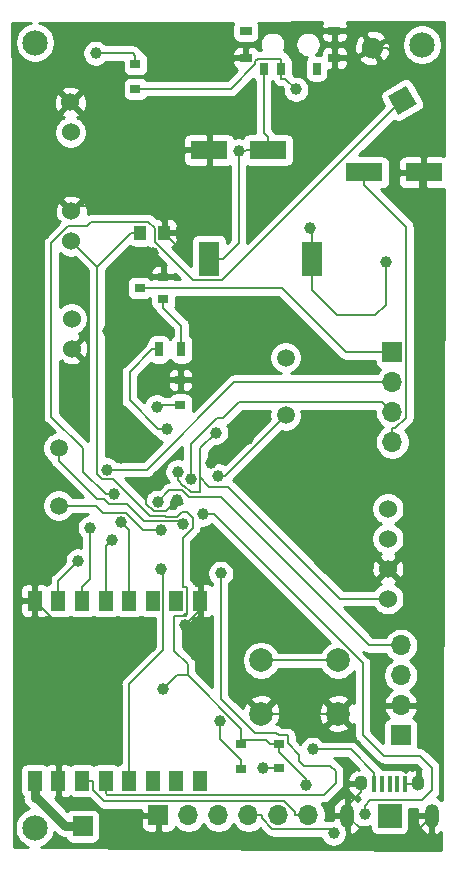
<source format=gtl>
G04 #@! TF.GenerationSoftware,KiCad,Pcbnew,5.1.7-a382d34a8~88~ubuntu18.04.1*
G04 #@! TF.CreationDate,2021-05-31T17:25:42+05:30*
G04 #@! TF.ProjectId,Sensor_PCB_v5,53656e73-6f72-45f5-9043-425f76352e6b,rev?*
G04 #@! TF.SameCoordinates,Original*
G04 #@! TF.FileFunction,Copper,L1,Top*
G04 #@! TF.FilePolarity,Positive*
%FSLAX46Y46*%
G04 Gerber Fmt 4.6, Leading zero omitted, Abs format (unit mm)*
G04 Created by KiCad (PCBNEW 5.1.7-a382d34a8~88~ubuntu18.04.1) date 2021-05-31 17:25:42*
%MOMM*%
%LPD*%
G01*
G04 APERTURE LIST*
G04 #@! TA.AperFunction,ComponentPad*
%ADD10C,2.150000*%
G04 #@! TD*
G04 #@! TA.AperFunction,ComponentPad*
%ADD11C,1.524000*%
G04 #@! TD*
G04 #@! TA.AperFunction,SMDPad,CuDef*
%ADD12R,1.750000X3.000000*%
G04 #@! TD*
G04 #@! TA.AperFunction,SMDPad,CuDef*
%ADD13R,3.110000X1.580000*%
G04 #@! TD*
G04 #@! TA.AperFunction,ComponentPad*
%ADD14O,1.200000X2.000000*%
G04 #@! TD*
G04 #@! TA.AperFunction,SMDPad,CuDef*
%ADD15R,2.000000X2.000000*%
G04 #@! TD*
G04 #@! TA.AperFunction,SMDPad,CuDef*
%ADD16R,0.400000X1.350000*%
G04 #@! TD*
G04 #@! TA.AperFunction,ComponentPad*
%ADD17O,1.100000X1.300000*%
G04 #@! TD*
G04 #@! TA.AperFunction,ComponentPad*
%ADD18R,1.700000X1.700000*%
G04 #@! TD*
G04 #@! TA.AperFunction,ComponentPad*
%ADD19O,1.700000X1.700000*%
G04 #@! TD*
G04 #@! TA.AperFunction,SMDPad,CuDef*
%ADD20R,1.000000X0.800000*%
G04 #@! TD*
G04 #@! TA.AperFunction,SMDPad,CuDef*
%ADD21R,0.700000X1.100000*%
G04 #@! TD*
G04 #@! TA.AperFunction,SMDPad,CuDef*
%ADD22R,0.900000X0.800000*%
G04 #@! TD*
G04 #@! TA.AperFunction,SMDPad,CuDef*
%ADD23R,1.200000X1.700000*%
G04 #@! TD*
G04 #@! TA.AperFunction,ComponentPad*
%ADD24C,0.100000*%
G04 #@! TD*
G04 #@! TA.AperFunction,ComponentPad*
%ADD25C,1.500000*%
G04 #@! TD*
G04 #@! TA.AperFunction,ComponentPad*
%ADD26C,2.000000*%
G04 #@! TD*
G04 #@! TA.AperFunction,SMDPad,CuDef*
%ADD27R,1.000000X1.250000*%
G04 #@! TD*
G04 #@! TA.AperFunction,SMDPad,CuDef*
%ADD28R,0.700000X1.300000*%
G04 #@! TD*
G04 #@! TA.AperFunction,ViaPad*
%ADD29C,1.000000*%
G04 #@! TD*
G04 #@! TA.AperFunction,Conductor*
%ADD30C,0.800000*%
G04 #@! TD*
G04 #@! TA.AperFunction,Conductor*
%ADD31C,0.200000*%
G04 #@! TD*
G04 #@! TA.AperFunction,Conductor*
%ADD32C,0.254000*%
G04 #@! TD*
G04 #@! TA.AperFunction,Conductor*
%ADD33C,0.100000*%
G04 #@! TD*
G04 APERTURE END LIST*
D10*
X25206960Y-87741760D03*
X57998360Y-21450300D03*
X25224740Y-21264880D03*
D11*
X28323900Y-44656100D03*
X28333900Y-47196100D03*
D12*
X48665400Y-39593700D03*
X39965400Y-39593700D03*
D13*
X44963700Y-30358100D03*
X39963700Y-30358100D03*
D14*
X51677600Y-86741000D03*
D15*
X55252600Y-86741000D03*
D14*
X58827600Y-86741000D03*
D16*
X53952600Y-84066000D03*
X54602600Y-84066000D03*
X55252600Y-84066000D03*
X55902600Y-84066000D03*
X56552600Y-84066000D03*
D17*
X52827600Y-83991000D03*
X57677600Y-83991000D03*
D11*
X28224800Y-26324900D03*
X28234800Y-28864900D03*
X28298500Y-35557800D03*
X28308500Y-38097800D03*
X55107500Y-60744100D03*
X55107500Y-63284100D03*
X55107500Y-65824100D03*
X55107500Y-68364100D03*
D18*
X35679400Y-86669900D03*
D19*
X38219400Y-86669900D03*
X40759400Y-86669900D03*
X43299400Y-86669900D03*
X45839400Y-86669900D03*
X48379400Y-86669900D03*
D20*
X43082500Y-20274900D03*
X43082500Y-22574900D03*
X50582500Y-20274900D03*
X50582500Y-22574900D03*
D21*
X44582500Y-23474900D03*
X46082500Y-23474900D03*
X49082500Y-23474900D03*
D22*
X37541200Y-49833800D03*
X37541200Y-51933800D03*
D18*
X56200000Y-79926200D03*
D19*
X56200000Y-77386200D03*
X56200000Y-74846200D03*
X56200000Y-72306200D03*
D23*
X25204700Y-68526400D03*
X27204700Y-68526400D03*
X29204700Y-68526400D03*
X31204700Y-68526400D03*
X33204700Y-68526400D03*
X35204700Y-68526400D03*
X37204700Y-68526400D03*
X39204700Y-68526400D03*
X39204700Y-83756400D03*
X37204700Y-83756400D03*
X35204700Y-83756400D03*
X33204700Y-83756400D03*
X31204700Y-83756400D03*
X29204700Y-83756400D03*
X27204700Y-83756400D03*
X25204700Y-83756400D03*
D18*
X29255700Y-87609700D03*
X55473600Y-47475100D03*
D19*
X55473600Y-50015100D03*
X55473600Y-52555100D03*
X55473600Y-55095100D03*
D22*
X33733700Y-23085100D03*
X33733700Y-25185100D03*
G04 #@! TA.AperFunction,ComponentPad*
G36*
G01*
X54234500Y-22516614D02*
X54234500Y-22516614D01*
G75*
G02*
X53005077Y-22187191I-450000J779423D01*
G01*
X53005077Y-22187191D01*
G75*
G02*
X53334500Y-20957768I779423J450000D01*
G01*
X53334500Y-20957768D01*
G75*
G02*
X54563923Y-21287191I450000J-779423D01*
G01*
X54563923Y-21287191D01*
G75*
G02*
X54234500Y-22516614I-779423J-450000D01*
G01*
G37*
G04 #@! TD.AperFunction*
G04 #@! TA.AperFunction,ComponentPad*
D24*
G36*
X57553923Y-26466023D02*
G01*
X55995077Y-27366023D01*
X55095077Y-25807177D01*
X56653923Y-24907177D01*
X57553923Y-26466023D01*
G37*
G04 #@! TD.AperFunction*
D25*
X46454100Y-52830100D03*
X46454100Y-47950100D03*
X27223700Y-55598100D03*
X27223700Y-60478100D03*
D26*
X44371100Y-78079600D03*
X44371100Y-73579600D03*
X50871100Y-78079600D03*
X50871100Y-73579600D03*
D13*
X58120900Y-32250400D03*
X53120900Y-32250400D03*
D27*
X34156100Y-37365900D03*
X36156100Y-37365900D03*
D22*
X45885100Y-82721200D03*
X45885100Y-80621200D03*
X42707600Y-80636400D03*
X42707600Y-82736400D03*
X36092600Y-43002200D03*
X36092600Y-41102200D03*
X34092600Y-42052200D03*
D28*
X37625000Y-47246500D03*
X35725000Y-47246500D03*
D29*
X40762089Y-57936480D03*
X37773306Y-62018537D03*
X35936705Y-62571784D03*
X42463700Y-30433600D03*
X36042600Y-76042520D03*
X47324000Y-25233500D03*
X40535860Y-54292500D03*
X31930342Y-59504580D03*
X35919700Y-65826600D03*
X28895500Y-65137700D03*
X29891100Y-62333100D03*
X30370500Y-22162600D03*
X31308040Y-57421780D03*
X40959643Y-66193457D03*
X31976060Y-80436720D03*
X34991040Y-70375780D03*
X37909500Y-70591590D03*
X33182560Y-54201060D03*
X43230800Y-54876700D03*
X44737020Y-56296560D03*
X57851040Y-34518600D03*
X34033460Y-35123120D03*
X39091327Y-66946053D03*
X32469858Y-56475190D03*
X35227260Y-39126160D03*
X37762180Y-38986460D03*
X31440120Y-45689520D03*
X44698920Y-60147290D03*
X48505500Y-36952500D03*
X54904640Y-39832280D03*
X53159660Y-86586060D03*
X50502820Y-88206580D03*
X48191420Y-84144090D03*
X48740060Y-81107280D03*
X37317680Y-57619900D03*
X31744920Y-63347600D03*
X32544930Y-61886373D03*
X38402416Y-58216277D03*
X34399220Y-51094640D03*
X40120264Y-56843812D03*
X35987431Y-58105373D03*
X37292280Y-59987180D03*
X35625703Y-60171749D03*
X35524440Y-52113180D03*
X39411503Y-61222522D03*
X44516600Y-82653400D03*
X40916800Y-78705300D03*
X36383300Y-54008100D03*
D30*
X25204700Y-83756400D02*
X25204700Y-85206700D01*
X29255700Y-87609700D02*
X27805400Y-87609700D01*
X27805400Y-87609700D02*
X25402400Y-85206700D01*
X25402400Y-85206700D02*
X25204700Y-85206700D01*
D31*
X50871100Y-73579600D02*
X44371100Y-73579600D01*
X41347720Y-57936480D02*
X40762089Y-57936480D01*
X46454100Y-52830100D02*
X41347720Y-57936480D01*
X31470139Y-60304581D02*
X33013357Y-60304581D01*
X27223700Y-56658760D02*
X30453521Y-59888581D01*
X30453521Y-59888581D02*
X31054139Y-59888581D01*
X34480553Y-61771777D02*
X36158775Y-61771777D01*
X36158775Y-61771777D02*
X36194225Y-61807227D01*
X36194225Y-61807227D02*
X37561996Y-61807227D01*
X27223700Y-55598100D02*
X27223700Y-56658760D01*
X37561996Y-61807227D02*
X37773306Y-62018537D01*
X33013357Y-60304581D02*
X34480553Y-61771777D01*
X31054139Y-59888581D02*
X31470139Y-60304581D01*
X34388945Y-62571784D02*
X35936705Y-62571784D01*
X27223700Y-60478100D02*
X30401960Y-60478100D01*
X30401960Y-60478100D02*
X31010231Y-61086371D01*
X32903532Y-61086371D02*
X34388945Y-62571784D01*
X31010231Y-61086371D02*
X32903532Y-61086371D01*
X44963700Y-30358100D02*
X44963700Y-29267800D01*
X44582500Y-23474900D02*
X44582500Y-28886600D01*
X44582500Y-28886600D02*
X44963700Y-29267800D01*
X42463700Y-30433600D02*
X43032900Y-30433600D01*
X43032900Y-30433600D02*
X43108400Y-30358100D01*
X41140700Y-39593700D02*
X42463700Y-38270700D01*
X42463700Y-38270700D02*
X42463700Y-30433600D01*
X44963700Y-30358100D02*
X43108400Y-30358100D01*
X39965400Y-39593700D02*
X41140700Y-39593700D01*
X42707600Y-80286200D02*
X42707600Y-79364200D01*
X42707600Y-79364200D02*
X38186300Y-74842900D01*
X38186300Y-74842900D02*
X38142200Y-74842900D01*
X30466200Y-40255500D02*
X28308500Y-38097800D01*
X33355800Y-37365900D02*
X30466200Y-40255500D01*
X34156100Y-37365900D02*
X33355800Y-37365900D01*
X42707600Y-80286200D02*
X44799800Y-80286200D01*
X44799800Y-80286200D02*
X45134800Y-80621200D01*
X45885100Y-80621200D02*
X45134800Y-80621200D01*
X42707600Y-80636400D02*
X42707600Y-80286200D01*
X37242220Y-74842900D02*
X36042600Y-76042520D01*
X38142200Y-74842900D02*
X37242220Y-74842900D01*
X46082500Y-23474900D02*
X46082500Y-22624600D01*
X33733700Y-25185100D02*
X41797600Y-25185100D01*
X41797600Y-25185100D02*
X43882900Y-23099800D01*
X43882900Y-23099800D02*
X43882900Y-22832400D01*
X43882900Y-22832400D02*
X44090700Y-22624600D01*
X44090700Y-22624600D02*
X46082500Y-22624600D01*
X46082500Y-23474900D02*
X46082500Y-24325200D01*
X47324000Y-25233500D02*
X46415700Y-24325200D01*
X46415700Y-24325200D02*
X46082500Y-24325200D01*
X48379400Y-86669900D02*
X47229100Y-86669900D01*
X29204700Y-83756400D02*
X30105000Y-83756400D01*
X30105000Y-83756400D02*
X30105000Y-84544200D01*
X30105000Y-84544200D02*
X31065200Y-85504400D01*
X31065200Y-85504400D02*
X46301900Y-85504400D01*
X46301900Y-85504400D02*
X47229100Y-86431600D01*
X47229100Y-86431600D02*
X47229100Y-86669900D01*
X36085780Y-67417478D02*
X36085780Y-65992680D01*
X33204700Y-75619700D02*
X36085780Y-72738620D01*
X36104701Y-67436399D02*
X36085780Y-67417478D01*
X33204700Y-83756400D02*
X33204700Y-75619700D01*
X36085780Y-72738620D02*
X36085780Y-69635322D01*
X36085780Y-65992680D02*
X35919700Y-65826600D01*
X36085780Y-69635322D02*
X36104701Y-69616401D01*
X36104701Y-69616401D02*
X36104701Y-67436399D01*
X28895500Y-65137700D02*
X27204700Y-66828500D01*
X27204700Y-66828500D02*
X27204700Y-68526400D01*
X29204700Y-68526400D02*
X29204700Y-67376100D01*
X29204700Y-67376100D02*
X29891100Y-66689700D01*
X29891100Y-66689700D02*
X29891100Y-62333100D01*
X33733700Y-23085100D02*
X33733700Y-22384800D01*
X30370500Y-22162600D02*
X33511500Y-22162600D01*
X33511500Y-22162600D02*
X33733700Y-22384800D01*
X55473600Y-50015100D02*
X42082760Y-50015100D01*
X42082760Y-50015100D02*
X34676080Y-57421780D01*
X34676080Y-57421780D02*
X31308040Y-57421780D01*
X44371100Y-78079600D02*
X50871100Y-78079600D01*
X27204700Y-83756400D02*
X27204700Y-81540320D01*
X28308300Y-80436720D02*
X31976060Y-80436720D01*
X27204700Y-81540320D02*
X28308300Y-80436720D01*
X57602600Y-84066000D02*
X57677600Y-83991000D01*
X56552600Y-84066000D02*
X57602600Y-84066000D01*
X52977601Y-88041001D02*
X52977601Y-88044841D01*
X51677600Y-86741000D02*
X52977601Y-88041001D01*
X52977601Y-88044841D02*
X53268880Y-88336120D01*
X57232480Y-88336120D02*
X58827600Y-86741000D01*
X53268880Y-88336120D02*
X57232480Y-88336120D01*
X27054080Y-70375780D02*
X34991040Y-70375780D01*
X25204700Y-68526400D02*
X27054080Y-70375780D01*
X39204700Y-68526400D02*
X39204700Y-69296390D01*
X39204700Y-69296390D02*
X37909500Y-70591590D01*
X57851040Y-32520260D02*
X58120900Y-32250400D01*
X57851040Y-34518600D02*
X57851040Y-32520260D01*
X58120900Y-24800799D02*
X58120900Y-32250400D01*
X55057292Y-21737191D02*
X58120900Y-24800799D01*
X53784500Y-21737191D02*
X55057292Y-21737191D01*
X28733180Y-35123120D02*
X28298500Y-35557800D01*
X34033460Y-35123120D02*
X28733180Y-35123120D01*
X36156100Y-36538654D02*
X36156100Y-37365900D01*
X34740566Y-35123120D02*
X36156100Y-36538654D01*
X34033460Y-35123120D02*
X34740566Y-35123120D01*
X39204700Y-68526400D02*
X39204700Y-67059426D01*
X39204700Y-67059426D02*
X39091327Y-66946053D01*
X33182560Y-55762488D02*
X32469858Y-56475190D01*
X33182560Y-54201060D02*
X33182560Y-55762488D01*
X31440120Y-42913300D02*
X35227260Y-39126160D01*
X31440120Y-45689520D02*
X31440120Y-42913300D01*
X36156100Y-37380380D02*
X36156100Y-37365900D01*
X37762180Y-38986460D02*
X36156100Y-37380380D01*
X44737020Y-56296560D02*
X44737020Y-60109190D01*
X44737020Y-60109190D02*
X44698920Y-60147290D01*
X55473600Y-55095100D02*
X55473600Y-53944800D01*
X53120900Y-32250400D02*
X53120900Y-33340700D01*
X53120900Y-33340700D02*
X56628400Y-36848200D01*
X56628400Y-36848200D02*
X56628400Y-53028300D01*
X56628400Y-53028300D02*
X55711900Y-53944800D01*
X55711900Y-53944800D02*
X55473600Y-53944800D01*
X48505500Y-36952500D02*
X48665400Y-37112400D01*
X48665400Y-37112400D02*
X48665400Y-39593700D01*
X48665400Y-39593700D02*
X48665400Y-42213800D01*
X48665400Y-42213800D02*
X50815240Y-44363640D01*
X50815240Y-44363640D02*
X54025800Y-44363640D01*
X54904640Y-43484800D02*
X54904640Y-39832280D01*
X54025800Y-44363640D02*
X54904640Y-43484800D01*
X43299400Y-86669900D02*
X44449700Y-86669900D01*
X44449700Y-86669900D02*
X44449700Y-86957500D01*
X44449700Y-86957500D02*
X45333300Y-87841100D01*
X50137340Y-87841100D02*
X50502820Y-88206580D01*
X47663380Y-87841100D02*
X50137340Y-87841100D01*
X45333300Y-87841100D02*
X47663380Y-87841100D01*
X45885100Y-81321500D02*
X48191420Y-83627820D01*
X45885100Y-80621200D02*
X45885100Y-81321500D01*
X48191420Y-83627820D02*
X48191420Y-84144090D01*
X53952600Y-83090700D02*
X51969180Y-81107280D01*
X51969180Y-81107280D02*
X48740060Y-81107280D01*
X53952600Y-84066000D02*
X53952600Y-83090700D01*
X35004382Y-61371766D02*
X31854398Y-58221782D01*
X37038280Y-72783120D02*
X37038280Y-69857620D01*
X30508038Y-56230982D02*
X30466200Y-56189144D01*
X36349479Y-61396781D02*
X36324464Y-61371766D01*
X37866021Y-69676401D02*
X38044701Y-69676401D01*
X38104701Y-67436399D02*
X38044701Y-67376399D01*
X37673543Y-60993119D02*
X37269881Y-61396781D01*
X38573306Y-62371364D02*
X38573306Y-61506604D01*
X37726620Y-63218050D02*
X38573306Y-62371364D01*
X31854398Y-58221782D02*
X30924038Y-58221782D01*
X38044701Y-67376399D02*
X37726620Y-67376399D01*
X37726620Y-67376399D02*
X37726620Y-63218050D01*
X38044701Y-69676401D02*
X38104701Y-69616401D01*
X30508038Y-57805782D02*
X30508038Y-56230982D01*
X36324464Y-61371766D02*
X35004382Y-61371766D01*
X30466200Y-56189144D02*
X30466200Y-40255500D01*
X30924038Y-58221782D02*
X30508038Y-57805782D01*
X37981200Y-69791580D02*
X37866021Y-69676401D01*
X38142200Y-73887040D02*
X37038280Y-72783120D01*
X37269881Y-61396781D02*
X36349479Y-61396781D01*
X38142200Y-74842900D02*
X38142200Y-73887040D01*
X37104320Y-69791580D02*
X37981200Y-69791580D01*
X38059821Y-60993119D02*
X37673543Y-60993119D01*
X37038280Y-69857620D02*
X37104320Y-69791580D01*
X38104701Y-69616401D02*
X38104701Y-67436399D01*
X38573306Y-61506604D02*
X38059821Y-60993119D01*
X41581490Y-58871270D02*
X39999791Y-58871270D01*
X51074320Y-68364100D02*
X41581490Y-58871270D01*
X39202421Y-55625939D02*
X39202421Y-58073900D01*
X55107500Y-68364100D02*
X51074320Y-68364100D01*
X39999791Y-58871270D02*
X39202421Y-58073900D01*
X40535860Y-54292500D02*
X39202421Y-55625939D01*
X39202421Y-58073900D02*
X39202421Y-59335930D01*
X39202421Y-59335930D02*
X39192383Y-59345968D01*
X37777842Y-58787168D02*
X37317680Y-58327006D01*
X37317680Y-58327006D02*
X37317680Y-57619900D01*
X39192383Y-59345968D02*
X38400770Y-59345968D01*
X38400770Y-59345968D02*
X37841970Y-58787168D01*
X37841970Y-58787168D02*
X37777842Y-58787168D01*
X31211520Y-59504580D02*
X31930342Y-59504580D01*
X26619200Y-52955000D02*
X29301440Y-55637240D01*
X28044300Y-36827800D02*
X26619200Y-38252900D01*
X29609700Y-36827800D02*
X28044300Y-36827800D01*
X29997000Y-36440500D02*
X29609700Y-36827800D01*
X29301440Y-55637240D02*
X29301440Y-57594500D01*
X41067000Y-41394100D02*
X38633700Y-41394100D01*
X29301440Y-57594500D02*
X31211520Y-59504580D01*
X56324500Y-26136600D02*
X41067000Y-41394100D01*
X34832100Y-36440500D02*
X29997000Y-36440500D01*
X35355700Y-38116100D02*
X35355700Y-36964100D01*
X26619200Y-38252900D02*
X26619200Y-52955000D01*
X38633700Y-41394100D02*
X35355700Y-38116100D01*
X35355700Y-36964100D02*
X34832100Y-36440500D01*
X31204700Y-63887820D02*
X31744920Y-63347600D01*
X31204700Y-68526400D02*
X31204700Y-63887820D01*
X33204700Y-68526400D02*
X33204700Y-62546143D01*
X33204700Y-62546143D02*
X32544930Y-61886373D01*
X42532899Y-51705101D02*
X41175400Y-53062600D01*
X38402416Y-55292118D02*
X38402416Y-58216277D01*
X40631934Y-53062600D02*
X38402416Y-55292118D01*
X55473600Y-52555100D02*
X54623601Y-51705101D01*
X41175400Y-53062600D02*
X40631934Y-53062600D01*
X54623601Y-51705101D02*
X42532899Y-51705101D01*
X45658210Y-79711990D02*
X43844650Y-79711990D01*
X50688700Y-82956900D02*
X50229700Y-82497900D01*
X31342400Y-84944100D02*
X49702300Y-84944100D01*
X40959643Y-76826983D02*
X40959643Y-66193457D01*
X43844650Y-79711990D02*
X40959643Y-76826983D01*
X48786241Y-82514341D02*
X48018239Y-82514341D01*
X49702300Y-84944100D02*
X50688700Y-83957700D01*
X50688700Y-83957700D02*
X50688700Y-82956900D01*
X31204700Y-83756400D02*
X31204700Y-84806400D01*
X31204700Y-84806400D02*
X31342400Y-84944100D01*
X50229700Y-82497900D02*
X48802682Y-82497900D01*
X48018239Y-82514341D02*
X47602239Y-82098341D01*
X48802682Y-82497900D02*
X48786241Y-82514341D01*
X47602239Y-82098341D02*
X47602239Y-81582359D01*
X47602239Y-81582359D02*
X46635101Y-80615221D01*
X46635101Y-80615221D02*
X46635101Y-79981199D01*
X46575101Y-79921199D02*
X45867419Y-79921199D01*
X46635101Y-79981199D02*
X46575101Y-79921199D01*
X45867419Y-79921199D02*
X45658210Y-79711990D01*
X35660060Y-49833800D02*
X34399220Y-51094640D01*
X37541200Y-49833800D02*
X35660060Y-49833800D01*
X51677600Y-85878640D02*
X51677600Y-86741000D01*
X52827600Y-83991000D02*
X52827600Y-84728640D01*
X52827600Y-84728640D02*
X51677600Y-85878640D01*
X42087376Y-54876700D02*
X40120264Y-56843812D01*
X43230800Y-54876700D02*
X42087376Y-54876700D01*
X35987431Y-58105373D02*
X34653318Y-59439486D01*
X34653318Y-59439486D02*
X34653318Y-60337735D01*
X36307705Y-60971755D02*
X37292280Y-59987180D01*
X35287338Y-60971755D02*
X36307705Y-60971755D01*
X34653318Y-60337735D02*
X35287338Y-60971755D01*
X38244681Y-59755579D02*
X37676281Y-59187179D01*
X53520360Y-72306200D02*
X40969739Y-59755579D01*
X40969739Y-59755579D02*
X38244681Y-59755579D01*
X37676281Y-59187179D02*
X36610273Y-59187179D01*
X56200000Y-72306200D02*
X53520360Y-72306200D01*
X36610273Y-59187179D02*
X35625703Y-60171749D01*
X35703820Y-51933800D02*
X35524440Y-52113180D01*
X37541200Y-51933800D02*
X35703820Y-51933800D01*
X53159660Y-86586060D02*
X53159660Y-85878954D01*
X52969700Y-79860680D02*
X52969700Y-73834814D01*
X54770020Y-81661000D02*
X52969700Y-79860680D01*
X57815480Y-81661000D02*
X54770020Y-81661000D01*
X58816240Y-84589620D02*
X58816240Y-82661760D01*
X58816240Y-82661760D02*
X57815480Y-81661000D01*
X53159660Y-85878954D02*
X53597914Y-85440700D01*
X52969700Y-73834814D02*
X40357408Y-61222522D01*
X53597914Y-85440700D02*
X57965160Y-85440700D01*
X40357408Y-61222522D02*
X39411503Y-61222522D01*
X57965160Y-85440700D02*
X58816240Y-84589620D01*
X45885100Y-82721200D02*
X45134800Y-82721200D01*
X44516600Y-82653400D02*
X45067000Y-82653400D01*
X45067000Y-82653400D02*
X45134800Y-82721200D01*
X42707600Y-82736400D02*
X42707600Y-82036100D01*
X40916800Y-78705300D02*
X40916800Y-80245300D01*
X40916800Y-80245300D02*
X42707600Y-82036100D01*
X36092600Y-43002200D02*
X36092600Y-43702500D01*
X37625000Y-47246500D02*
X37625000Y-45234900D01*
X37625000Y-45234900D02*
X36092600Y-43702500D01*
X35676194Y-54008100D02*
X36383300Y-54008100D01*
X33233360Y-51565266D02*
X35676194Y-54008100D01*
X35725000Y-47246500D02*
X35175000Y-47246500D01*
X35175000Y-47246500D02*
X33233360Y-49188140D01*
X33233360Y-49188140D02*
X33233360Y-51565266D01*
X34092600Y-42052200D02*
X46126360Y-42052200D01*
X51549260Y-47475100D02*
X55473600Y-47475100D01*
X46126360Y-42052200D02*
X51549260Y-47475100D01*
D32*
X59836663Y-30845594D02*
X59800382Y-30834588D01*
X59675900Y-30822328D01*
X58406650Y-30825400D01*
X58247900Y-30984150D01*
X58247900Y-32123400D01*
X58267900Y-32123400D01*
X58267900Y-32377400D01*
X58247900Y-32377400D01*
X58247900Y-33516650D01*
X58406650Y-33675400D01*
X59675900Y-33678472D01*
X59800382Y-33666212D01*
X59827112Y-33658104D01*
X59651332Y-85417835D01*
X59611074Y-85377922D01*
X59408133Y-85243579D01*
X59261662Y-85183645D01*
X59310437Y-85134870D01*
X59338477Y-85111858D01*
X59361490Y-85083817D01*
X59361493Y-85083814D01*
X59409184Y-85025702D01*
X59430327Y-84999940D01*
X59498577Y-84872253D01*
X59540605Y-84733705D01*
X59551240Y-84625725D01*
X59551240Y-84625724D01*
X59554796Y-84589620D01*
X59551240Y-84553515D01*
X59551240Y-82697854D01*
X59554795Y-82661759D01*
X59551240Y-82625664D01*
X59551240Y-82625655D01*
X59540605Y-82517675D01*
X59498577Y-82379127D01*
X59430327Y-82251440D01*
X59338478Y-82139522D01*
X59310433Y-82116506D01*
X58360738Y-81166812D01*
X58337718Y-81138762D01*
X58225800Y-81046913D01*
X58098113Y-80978663D01*
X57959565Y-80936635D01*
X57851585Y-80926000D01*
X57815480Y-80922444D01*
X57779375Y-80926000D01*
X57668132Y-80926000D01*
X57675812Y-80900682D01*
X57688072Y-80776200D01*
X57688072Y-79076200D01*
X57675812Y-78951718D01*
X57639502Y-78832020D01*
X57580537Y-78721706D01*
X57501185Y-78625015D01*
X57404494Y-78545663D01*
X57294180Y-78486698D01*
X57213534Y-78462234D01*
X57297588Y-78386469D01*
X57471641Y-78153120D01*
X57596825Y-77890299D01*
X57641476Y-77743090D01*
X57520155Y-77513200D01*
X56327000Y-77513200D01*
X56327000Y-77533200D01*
X56073000Y-77533200D01*
X56073000Y-77513200D01*
X54879845Y-77513200D01*
X54758524Y-77743090D01*
X54803175Y-77890299D01*
X54928359Y-78153120D01*
X55102412Y-78386469D01*
X55186466Y-78462234D01*
X55105820Y-78486698D01*
X54995506Y-78545663D01*
X54898815Y-78625015D01*
X54819463Y-78721706D01*
X54760498Y-78832020D01*
X54724188Y-78951718D01*
X54711928Y-79076200D01*
X54711928Y-80563461D01*
X53704700Y-79556234D01*
X53704700Y-73870908D01*
X53708255Y-73834813D01*
X53704700Y-73798718D01*
X53704700Y-73798709D01*
X53694065Y-73690729D01*
X53652037Y-73552181D01*
X53583787Y-73424494D01*
X53491938Y-73312576D01*
X53463893Y-73289560D01*
X53024048Y-72849715D01*
X53110040Y-72920287D01*
X53237727Y-72988537D01*
X53376275Y-73030565D01*
X53484255Y-73041200D01*
X53484264Y-73041200D01*
X53520359Y-73044755D01*
X53556454Y-73041200D01*
X54905117Y-73041200D01*
X55046525Y-73252832D01*
X55253368Y-73459675D01*
X55427760Y-73576200D01*
X55253368Y-73692725D01*
X55046525Y-73899568D01*
X54884010Y-74142789D01*
X54772068Y-74413042D01*
X54715000Y-74699940D01*
X54715000Y-74992460D01*
X54772068Y-75279358D01*
X54884010Y-75549611D01*
X55046525Y-75792832D01*
X55253368Y-75999675D01*
X55435534Y-76121395D01*
X55318645Y-76191022D01*
X55102412Y-76385931D01*
X54928359Y-76619280D01*
X54803175Y-76882101D01*
X54758524Y-77029310D01*
X54879845Y-77259200D01*
X56073000Y-77259200D01*
X56073000Y-77239200D01*
X56327000Y-77239200D01*
X56327000Y-77259200D01*
X57520155Y-77259200D01*
X57641476Y-77029310D01*
X57596825Y-76882101D01*
X57471641Y-76619280D01*
X57297588Y-76385931D01*
X57081355Y-76191022D01*
X56964466Y-76121395D01*
X57146632Y-75999675D01*
X57353475Y-75792832D01*
X57515990Y-75549611D01*
X57627932Y-75279358D01*
X57685000Y-74992460D01*
X57685000Y-74699940D01*
X57627932Y-74413042D01*
X57515990Y-74142789D01*
X57353475Y-73899568D01*
X57146632Y-73692725D01*
X56972240Y-73576200D01*
X57146632Y-73459675D01*
X57353475Y-73252832D01*
X57515990Y-73009611D01*
X57627932Y-72739358D01*
X57685000Y-72452460D01*
X57685000Y-72159940D01*
X57627932Y-71873042D01*
X57515990Y-71602789D01*
X57353475Y-71359568D01*
X57146632Y-71152725D01*
X56903411Y-70990210D01*
X56633158Y-70878268D01*
X56346260Y-70821200D01*
X56053740Y-70821200D01*
X55766842Y-70878268D01*
X55496589Y-70990210D01*
X55253368Y-71152725D01*
X55046525Y-71359568D01*
X54905117Y-71571200D01*
X53824807Y-71571200D01*
X51352707Y-69099100D01*
X53918455Y-69099100D01*
X54022380Y-69254635D01*
X54216965Y-69449220D01*
X54445773Y-69602105D01*
X54700010Y-69707414D01*
X54969908Y-69761100D01*
X55245092Y-69761100D01*
X55514990Y-69707414D01*
X55769227Y-69602105D01*
X55998035Y-69449220D01*
X56192620Y-69254635D01*
X56345505Y-69025827D01*
X56450814Y-68771590D01*
X56504500Y-68501692D01*
X56504500Y-68226508D01*
X56450814Y-67956610D01*
X56345505Y-67702373D01*
X56192620Y-67473565D01*
X55998035Y-67278980D01*
X55769227Y-67126095D01*
X55697557Y-67096408D01*
X55710523Y-67091736D01*
X55826480Y-67029756D01*
X55893460Y-66789665D01*
X55107500Y-66003705D01*
X54321540Y-66789665D01*
X54388520Y-67029756D01*
X54524260Y-67093585D01*
X54445773Y-67126095D01*
X54216965Y-67278980D01*
X54022380Y-67473565D01*
X53918455Y-67629100D01*
X51378767Y-67629100D01*
X49645784Y-65896117D01*
X53705590Y-65896117D01*
X53746578Y-66168233D01*
X53839864Y-66427123D01*
X53901844Y-66543080D01*
X54141935Y-66610060D01*
X54927895Y-65824100D01*
X55287105Y-65824100D01*
X56073065Y-66610060D01*
X56313156Y-66543080D01*
X56430256Y-66294052D01*
X56496523Y-66026965D01*
X56509410Y-65752083D01*
X56468422Y-65479967D01*
X56375136Y-65221077D01*
X56313156Y-65105120D01*
X56073065Y-65038140D01*
X55287105Y-65824100D01*
X54927895Y-65824100D01*
X54141935Y-65038140D01*
X53901844Y-65105120D01*
X53784744Y-65354148D01*
X53718477Y-65621235D01*
X53705590Y-65896117D01*
X49645784Y-65896117D01*
X44356175Y-60606508D01*
X53710500Y-60606508D01*
X53710500Y-60881692D01*
X53764186Y-61151590D01*
X53869495Y-61405827D01*
X54022380Y-61634635D01*
X54216965Y-61829220D01*
X54445773Y-61982105D01*
X54523015Y-62014100D01*
X54445773Y-62046095D01*
X54216965Y-62198980D01*
X54022380Y-62393565D01*
X53869495Y-62622373D01*
X53764186Y-62876610D01*
X53710500Y-63146508D01*
X53710500Y-63421692D01*
X53764186Y-63691590D01*
X53869495Y-63945827D01*
X54022380Y-64174635D01*
X54216965Y-64369220D01*
X54445773Y-64522105D01*
X54517443Y-64551792D01*
X54504477Y-64556464D01*
X54388520Y-64618444D01*
X54321540Y-64858535D01*
X55107500Y-65644495D01*
X55893460Y-64858535D01*
X55826480Y-64618444D01*
X55690740Y-64554615D01*
X55769227Y-64522105D01*
X55998035Y-64369220D01*
X56192620Y-64174635D01*
X56345505Y-63945827D01*
X56450814Y-63691590D01*
X56504500Y-63421692D01*
X56504500Y-63146508D01*
X56450814Y-62876610D01*
X56345505Y-62622373D01*
X56192620Y-62393565D01*
X55998035Y-62198980D01*
X55769227Y-62046095D01*
X55691985Y-62014100D01*
X55769227Y-61982105D01*
X55998035Y-61829220D01*
X56192620Y-61634635D01*
X56345505Y-61405827D01*
X56450814Y-61151590D01*
X56504500Y-60881692D01*
X56504500Y-60606508D01*
X56450814Y-60336610D01*
X56345505Y-60082373D01*
X56192620Y-59853565D01*
X55998035Y-59658980D01*
X55769227Y-59506095D01*
X55514990Y-59400786D01*
X55245092Y-59347100D01*
X54969908Y-59347100D01*
X54700010Y-59400786D01*
X54445773Y-59506095D01*
X54216965Y-59658980D01*
X54022380Y-59853565D01*
X53869495Y-60082373D01*
X53764186Y-60336610D01*
X53710500Y-60606508D01*
X44356175Y-60606508D01*
X42126749Y-58377083D01*
X42103728Y-58349032D01*
X42032813Y-58290833D01*
X46143246Y-54180401D01*
X46317689Y-54215100D01*
X46590511Y-54215100D01*
X46858089Y-54161875D01*
X47110143Y-54057471D01*
X47336986Y-53905899D01*
X47529899Y-53712986D01*
X47681471Y-53486143D01*
X47785875Y-53234089D01*
X47839100Y-52966511D01*
X47839100Y-52693689D01*
X47788658Y-52440101D01*
X53988600Y-52440101D01*
X53988600Y-52701360D01*
X54045668Y-52988258D01*
X54157610Y-53258511D01*
X54320125Y-53501732D01*
X54526968Y-53708575D01*
X54701360Y-53825100D01*
X54526968Y-53941625D01*
X54320125Y-54148468D01*
X54157610Y-54391689D01*
X54045668Y-54661942D01*
X53988600Y-54948840D01*
X53988600Y-55241360D01*
X54045668Y-55528258D01*
X54157610Y-55798511D01*
X54320125Y-56041732D01*
X54526968Y-56248575D01*
X54770189Y-56411090D01*
X55040442Y-56523032D01*
X55327340Y-56580100D01*
X55619860Y-56580100D01*
X55906758Y-56523032D01*
X56177011Y-56411090D01*
X56420232Y-56248575D01*
X56627075Y-56041732D01*
X56789590Y-55798511D01*
X56901532Y-55528258D01*
X56958600Y-55241360D01*
X56958600Y-54948840D01*
X56901532Y-54661942D01*
X56789590Y-54391689D01*
X56627075Y-54148468D01*
X56587377Y-54108770D01*
X57122593Y-53573554D01*
X57150638Y-53550538D01*
X57242487Y-53438620D01*
X57292403Y-53345234D01*
X57310737Y-53310934D01*
X57352765Y-53172385D01*
X57366956Y-53028300D01*
X57363400Y-52992195D01*
X57363400Y-36884304D01*
X57366956Y-36848199D01*
X57352765Y-36704114D01*
X57340016Y-36662086D01*
X57310737Y-36565567D01*
X57242487Y-36437880D01*
X57189933Y-36373844D01*
X57173653Y-36354006D01*
X57173650Y-36354003D01*
X57150637Y-36325962D01*
X57122597Y-36302950D01*
X54498118Y-33678472D01*
X54675900Y-33678472D01*
X54800382Y-33666212D01*
X54920080Y-33629902D01*
X55030394Y-33570937D01*
X55127085Y-33491585D01*
X55206437Y-33394894D01*
X55265402Y-33284580D01*
X55301712Y-33164882D01*
X55313972Y-33040400D01*
X55927828Y-33040400D01*
X55940088Y-33164882D01*
X55976398Y-33284580D01*
X56035363Y-33394894D01*
X56114715Y-33491585D01*
X56211406Y-33570937D01*
X56321720Y-33629902D01*
X56441418Y-33666212D01*
X56565900Y-33678472D01*
X57835150Y-33675400D01*
X57993900Y-33516650D01*
X57993900Y-32377400D01*
X56089650Y-32377400D01*
X55930900Y-32536150D01*
X55927828Y-33040400D01*
X55313972Y-33040400D01*
X55313972Y-31460400D01*
X55927828Y-31460400D01*
X55930900Y-31964650D01*
X56089650Y-32123400D01*
X57993900Y-32123400D01*
X57993900Y-30984150D01*
X57835150Y-30825400D01*
X56565900Y-30822328D01*
X56441418Y-30834588D01*
X56321720Y-30870898D01*
X56211406Y-30929863D01*
X56114715Y-31009215D01*
X56035363Y-31105906D01*
X55976398Y-31216220D01*
X55940088Y-31335918D01*
X55927828Y-31460400D01*
X55313972Y-31460400D01*
X55301712Y-31335918D01*
X55265402Y-31216220D01*
X55206437Y-31105906D01*
X55127085Y-31009215D01*
X55030394Y-30929863D01*
X54920080Y-30870898D01*
X54800382Y-30834588D01*
X54675900Y-30822328D01*
X52678219Y-30822328D01*
X55620001Y-27880546D01*
X55712865Y-27938292D01*
X55829932Y-27982353D01*
X55953345Y-28002729D01*
X56078362Y-27998636D01*
X56200178Y-27970233D01*
X56314113Y-27918610D01*
X57872959Y-27018610D01*
X57974633Y-26945751D01*
X58060140Y-26854457D01*
X58126192Y-26748235D01*
X58170253Y-26631168D01*
X58190629Y-26507755D01*
X58186536Y-26382738D01*
X58158133Y-26260922D01*
X58106510Y-26146987D01*
X57206510Y-24588141D01*
X57133651Y-24486467D01*
X57042357Y-24400960D01*
X56936135Y-24334908D01*
X56819068Y-24290847D01*
X56695655Y-24270471D01*
X56570638Y-24274564D01*
X56448822Y-24302967D01*
X56334887Y-24354590D01*
X54776041Y-25254590D01*
X54674367Y-25327449D01*
X54588860Y-25418743D01*
X54522808Y-25524965D01*
X54478747Y-25642032D01*
X54458371Y-25765445D01*
X54462464Y-25890462D01*
X54490867Y-26012278D01*
X54542490Y-26126213D01*
X54818089Y-26603564D01*
X43198700Y-38222954D01*
X43198700Y-31747970D01*
X43284218Y-31773912D01*
X43408700Y-31786172D01*
X46518700Y-31786172D01*
X46643182Y-31773912D01*
X46762880Y-31737602D01*
X46873194Y-31678637D01*
X46969885Y-31599285D01*
X47049237Y-31502594D01*
X47108202Y-31392280D01*
X47144512Y-31272582D01*
X47156772Y-31148100D01*
X47156772Y-29568100D01*
X47144512Y-29443618D01*
X47108202Y-29323920D01*
X47049237Y-29213606D01*
X46969885Y-29116915D01*
X46873194Y-29037563D01*
X46762880Y-28978598D01*
X46643182Y-28942288D01*
X46518700Y-28930028D01*
X45616565Y-28930028D01*
X45577787Y-28857480D01*
X45485938Y-28745562D01*
X45457887Y-28722541D01*
X45317500Y-28582154D01*
X45317500Y-24530401D01*
X45332500Y-24518091D01*
X45378006Y-24555437D01*
X45385481Y-24559432D01*
X45400163Y-24607833D01*
X45468413Y-24735520D01*
X45560262Y-24847438D01*
X45672180Y-24939287D01*
X45799867Y-25007537D01*
X45938415Y-25049565D01*
X46046395Y-25060200D01*
X46082500Y-25063756D01*
X46111913Y-25060859D01*
X46189000Y-25137946D01*
X46189000Y-25345288D01*
X46232617Y-25564567D01*
X46318176Y-25771124D01*
X46442388Y-25957020D01*
X46600480Y-26115112D01*
X46786376Y-26239324D01*
X46992933Y-26324883D01*
X47212212Y-26368500D01*
X47435788Y-26368500D01*
X47655067Y-26324883D01*
X47861624Y-26239324D01*
X48047520Y-26115112D01*
X48205612Y-25957020D01*
X48329824Y-25771124D01*
X48415383Y-25564567D01*
X48459000Y-25345288D01*
X48459000Y-25121712D01*
X48415383Y-24902433D01*
X48329824Y-24695876D01*
X48205612Y-24509980D01*
X48047520Y-24351888D01*
X47861624Y-24227676D01*
X47655067Y-24142117D01*
X47435788Y-24098500D01*
X47228446Y-24098500D01*
X47070572Y-23940626D01*
X47070572Y-22924900D01*
X47058312Y-22800418D01*
X47022002Y-22680720D01*
X46963037Y-22570406D01*
X46883685Y-22473715D01*
X46786994Y-22394363D01*
X46779519Y-22390368D01*
X46764837Y-22341967D01*
X46696587Y-22214280D01*
X46604738Y-22102362D01*
X46492820Y-22010513D01*
X46365133Y-21942263D01*
X46300694Y-21922716D01*
X46375804Y-21741383D01*
X46417500Y-21531763D01*
X46417500Y-21318037D01*
X47247500Y-21318037D01*
X47247500Y-21531763D01*
X47289196Y-21741383D01*
X47370985Y-21938840D01*
X47489725Y-22116547D01*
X47640853Y-22267675D01*
X47818560Y-22386415D01*
X48016017Y-22468204D01*
X48225637Y-22509900D01*
X48251619Y-22509900D01*
X48201963Y-22570406D01*
X48142998Y-22680720D01*
X48106688Y-22800418D01*
X48094428Y-22924900D01*
X48094428Y-24024900D01*
X48106688Y-24149382D01*
X48142998Y-24269080D01*
X48201963Y-24379394D01*
X48281315Y-24476085D01*
X48378006Y-24555437D01*
X48488320Y-24614402D01*
X48608018Y-24650712D01*
X48732500Y-24662972D01*
X49432500Y-24662972D01*
X49556982Y-24650712D01*
X49676680Y-24614402D01*
X49786994Y-24555437D01*
X49883685Y-24476085D01*
X49963037Y-24379394D01*
X50022002Y-24269080D01*
X50058312Y-24149382D01*
X50070572Y-24024900D01*
X50070572Y-23611797D01*
X50082500Y-23612972D01*
X50296750Y-23609900D01*
X50455500Y-23451150D01*
X50455500Y-22701900D01*
X50709500Y-22701900D01*
X50709500Y-23451150D01*
X50868250Y-23609900D01*
X51082500Y-23612972D01*
X51206982Y-23600712D01*
X51326680Y-23564402D01*
X51436994Y-23505437D01*
X51533685Y-23426085D01*
X51613037Y-23329394D01*
X51672002Y-23219080D01*
X51708312Y-23099382D01*
X51720572Y-22974900D01*
X51717500Y-22860650D01*
X51558750Y-22701900D01*
X50709500Y-22701900D01*
X50455500Y-22701900D01*
X50435500Y-22701900D01*
X50435500Y-22532672D01*
X52660686Y-22532672D01*
X52675591Y-22798586D01*
X52903966Y-22994529D01*
X53166180Y-23142153D01*
X53452156Y-23235786D01*
X53750903Y-23271828D01*
X54050941Y-23248894D01*
X54214144Y-23210836D01*
X54359704Y-22987473D01*
X53738015Y-21910676D01*
X52660686Y-22532672D01*
X50435500Y-22532672D01*
X50435500Y-22447900D01*
X50455500Y-22447900D01*
X50455500Y-21698650D01*
X50709500Y-21698650D01*
X50709500Y-22447900D01*
X51558750Y-22447900D01*
X51717500Y-22289150D01*
X51720572Y-22174900D01*
X51708312Y-22050418D01*
X51672002Y-21930720D01*
X51640127Y-21871087D01*
X52255346Y-21871087D01*
X52310850Y-22166837D01*
X52533686Y-22312702D01*
X53449986Y-21783676D01*
X53957985Y-21783676D01*
X54579674Y-22860473D01*
X54845892Y-22846096D01*
X54960453Y-22723787D01*
X55130333Y-22475414D01*
X55248493Y-22198670D01*
X55310393Y-21904191D01*
X55313654Y-21603295D01*
X55258150Y-21307545D01*
X55218942Y-21281880D01*
X56288360Y-21281880D01*
X56288360Y-21618720D01*
X56354074Y-21949089D01*
X56482978Y-22260289D01*
X56670116Y-22540361D01*
X56908299Y-22778544D01*
X57188371Y-22965682D01*
X57499571Y-23094586D01*
X57829940Y-23160300D01*
X58166780Y-23160300D01*
X58497149Y-23094586D01*
X58808349Y-22965682D01*
X59088421Y-22778544D01*
X59326604Y-22540361D01*
X59513742Y-22260289D01*
X59642646Y-21949089D01*
X59708360Y-21618720D01*
X59708360Y-21281880D01*
X59642646Y-20951511D01*
X59513742Y-20640311D01*
X59326604Y-20360239D01*
X59088421Y-20122056D01*
X58808349Y-19934918D01*
X58497149Y-19806014D01*
X58166780Y-19740300D01*
X57829940Y-19740300D01*
X57499571Y-19806014D01*
X57188371Y-19934918D01*
X56908299Y-20122056D01*
X56670116Y-20360239D01*
X56482978Y-20640311D01*
X56354074Y-20951511D01*
X56288360Y-21281880D01*
X55218942Y-21281880D01*
X55035314Y-21161680D01*
X53957985Y-21783676D01*
X53449986Y-21783676D01*
X53611015Y-21690706D01*
X52989326Y-20613909D01*
X52723108Y-20628286D01*
X52608547Y-20750595D01*
X52438667Y-20998968D01*
X52320507Y-21275712D01*
X52258607Y-21570191D01*
X52255346Y-21871087D01*
X51640127Y-21871087D01*
X51613037Y-21820406D01*
X51533685Y-21723715D01*
X51436994Y-21644363D01*
X51326680Y-21585398D01*
X51206982Y-21549088D01*
X51082500Y-21536828D01*
X50868250Y-21539900D01*
X50709500Y-21698650D01*
X50455500Y-21698650D01*
X50296750Y-21539900D01*
X50082500Y-21536828D01*
X49958018Y-21549088D01*
X49838320Y-21585398D01*
X49728006Y-21644363D01*
X49631315Y-21723715D01*
X49551963Y-21820406D01*
X49492998Y-21930720D01*
X49456688Y-22050418D01*
X49444428Y-22174900D01*
X49447477Y-22288303D01*
X49432500Y-22286828D01*
X48995483Y-22286828D01*
X49024147Y-22267675D01*
X49175275Y-22116547D01*
X49294015Y-21938840D01*
X49375804Y-21741383D01*
X49417500Y-21531763D01*
X49417500Y-21318037D01*
X49375804Y-21108417D01*
X49294015Y-20910960D01*
X49175275Y-20733253D01*
X49116922Y-20674900D01*
X49444428Y-20674900D01*
X49456688Y-20799382D01*
X49492998Y-20919080D01*
X49551963Y-21029394D01*
X49631315Y-21126085D01*
X49728006Y-21205437D01*
X49838320Y-21264402D01*
X49958018Y-21300712D01*
X50082500Y-21312972D01*
X50296750Y-21309900D01*
X50455500Y-21151150D01*
X50455500Y-20401900D01*
X50709500Y-20401900D01*
X50709500Y-21151150D01*
X50868250Y-21309900D01*
X51082500Y-21312972D01*
X51206982Y-21300712D01*
X51326680Y-21264402D01*
X51436994Y-21205437D01*
X51533685Y-21126085D01*
X51613037Y-21029394D01*
X51672002Y-20919080D01*
X51708312Y-20799382D01*
X51720572Y-20674900D01*
X51717500Y-20560650D01*
X51643759Y-20486909D01*
X53209296Y-20486909D01*
X53830985Y-21563706D01*
X54908314Y-20941710D01*
X54893409Y-20675796D01*
X54665034Y-20479853D01*
X54402820Y-20332229D01*
X54116844Y-20238596D01*
X53818097Y-20202554D01*
X53518059Y-20225488D01*
X53354856Y-20263546D01*
X53209296Y-20486909D01*
X51643759Y-20486909D01*
X51558750Y-20401900D01*
X50709500Y-20401900D01*
X50455500Y-20401900D01*
X49606250Y-20401900D01*
X49447500Y-20560650D01*
X49444428Y-20674900D01*
X49116922Y-20674900D01*
X49024147Y-20582125D01*
X48846440Y-20463385D01*
X48648983Y-20381596D01*
X48439363Y-20339900D01*
X48225637Y-20339900D01*
X48016017Y-20381596D01*
X47818560Y-20463385D01*
X47640853Y-20582125D01*
X47489725Y-20733253D01*
X47370985Y-20910960D01*
X47289196Y-21108417D01*
X47247500Y-21318037D01*
X46417500Y-21318037D01*
X46375804Y-21108417D01*
X46294015Y-20910960D01*
X46175275Y-20733253D01*
X46024147Y-20582125D01*
X45846440Y-20463385D01*
X45648983Y-20381596D01*
X45439363Y-20339900D01*
X45225637Y-20339900D01*
X45016017Y-20381596D01*
X44818560Y-20463385D01*
X44640853Y-20582125D01*
X44489725Y-20733253D01*
X44370985Y-20910960D01*
X44289196Y-21108417D01*
X44247500Y-21318037D01*
X44247500Y-21531763D01*
X44289196Y-21741383D01*
X44350589Y-21889600D01*
X44150023Y-21889600D01*
X44113037Y-21820406D01*
X44033685Y-21723715D01*
X43936994Y-21644363D01*
X43826680Y-21585398D01*
X43706982Y-21549088D01*
X43582500Y-21536828D01*
X43368250Y-21539900D01*
X43209500Y-21698650D01*
X43209500Y-22447900D01*
X43229500Y-22447900D01*
X43229500Y-22495630D01*
X43200563Y-22549767D01*
X43160839Y-22680720D01*
X43158535Y-22688315D01*
X43155227Y-22721900D01*
X42955500Y-22721900D01*
X42955500Y-22701900D01*
X42106250Y-22701900D01*
X41947500Y-22860650D01*
X41944428Y-22974900D01*
X41956688Y-23099382D01*
X41992998Y-23219080D01*
X42051963Y-23329394D01*
X42131315Y-23426085D01*
X42228006Y-23505437D01*
X42338320Y-23564402D01*
X42369418Y-23573835D01*
X41493154Y-24450100D01*
X34724657Y-24450100D01*
X34714237Y-24430606D01*
X34634885Y-24333915D01*
X34538194Y-24254563D01*
X34427880Y-24195598D01*
X34308182Y-24159288D01*
X34183700Y-24147028D01*
X33283700Y-24147028D01*
X33159218Y-24159288D01*
X33039520Y-24195598D01*
X32929206Y-24254563D01*
X32832515Y-24333915D01*
X32753163Y-24430606D01*
X32694198Y-24540920D01*
X32657888Y-24660618D01*
X32645628Y-24785100D01*
X32645628Y-25585100D01*
X32657888Y-25709582D01*
X32694198Y-25829280D01*
X32753163Y-25939594D01*
X32832515Y-26036285D01*
X32929206Y-26115637D01*
X33039520Y-26174602D01*
X33159218Y-26210912D01*
X33283700Y-26223172D01*
X34183700Y-26223172D01*
X34308182Y-26210912D01*
X34427880Y-26174602D01*
X34538194Y-26115637D01*
X34634885Y-26036285D01*
X34714237Y-25939594D01*
X34724657Y-25920100D01*
X41761495Y-25920100D01*
X41797600Y-25923656D01*
X41833705Y-25920100D01*
X41941685Y-25909465D01*
X42080233Y-25867437D01*
X42207920Y-25799187D01*
X42319838Y-25707338D01*
X42342858Y-25679288D01*
X43681338Y-24340808D01*
X43701963Y-24379394D01*
X43781315Y-24476085D01*
X43847500Y-24530402D01*
X43847501Y-28850485D01*
X43843944Y-28886600D01*
X43848221Y-28930028D01*
X43408700Y-28930028D01*
X43284218Y-28942288D01*
X43164520Y-28978598D01*
X43054206Y-29037563D01*
X42957515Y-29116915D01*
X42878163Y-29213606D01*
X42819198Y-29323920D01*
X42811540Y-29349165D01*
X42794767Y-29342217D01*
X42575488Y-29298600D01*
X42351912Y-29298600D01*
X42132633Y-29342217D01*
X42115860Y-29349165D01*
X42108202Y-29323920D01*
X42049237Y-29213606D01*
X41969885Y-29116915D01*
X41873194Y-29037563D01*
X41762880Y-28978598D01*
X41643182Y-28942288D01*
X41518700Y-28930028D01*
X40249450Y-28933100D01*
X40090700Y-29091850D01*
X40090700Y-30231100D01*
X40110700Y-30231100D01*
X40110700Y-30485100D01*
X40090700Y-30485100D01*
X40090700Y-31624350D01*
X40249450Y-31783100D01*
X41518700Y-31786172D01*
X41643182Y-31773912D01*
X41728701Y-31747970D01*
X41728700Y-37966253D01*
X41478472Y-38216481D01*
X41478472Y-38093700D01*
X41466212Y-37969218D01*
X41429902Y-37849520D01*
X41370937Y-37739206D01*
X41291585Y-37642515D01*
X41194894Y-37563163D01*
X41084580Y-37504198D01*
X40964882Y-37467888D01*
X40840400Y-37455628D01*
X39090400Y-37455628D01*
X38965918Y-37467888D01*
X38846220Y-37504198D01*
X38735906Y-37563163D01*
X38639215Y-37642515D01*
X38559863Y-37739206D01*
X38500898Y-37849520D01*
X38464588Y-37969218D01*
X38452328Y-38093700D01*
X38452328Y-40173281D01*
X36868952Y-38589905D01*
X36900280Y-38580402D01*
X37010594Y-38521437D01*
X37107285Y-38442085D01*
X37186637Y-38345394D01*
X37245602Y-38235080D01*
X37281912Y-38115382D01*
X37294172Y-37990900D01*
X37291100Y-37651650D01*
X37132350Y-37492900D01*
X36283100Y-37492900D01*
X36283100Y-37512900D01*
X36090700Y-37512900D01*
X36090700Y-37000194D01*
X36094255Y-36964099D01*
X36090700Y-36928004D01*
X36090700Y-36927995D01*
X36080065Y-36820015D01*
X36038037Y-36681467D01*
X36029100Y-36664747D01*
X36029100Y-36264650D01*
X36283100Y-36264650D01*
X36283100Y-37238900D01*
X37132350Y-37238900D01*
X37291100Y-37080150D01*
X37294172Y-36740900D01*
X37281912Y-36616418D01*
X37245602Y-36496720D01*
X37186637Y-36386406D01*
X37107285Y-36289715D01*
X37010594Y-36210363D01*
X36900280Y-36151398D01*
X36780582Y-36115088D01*
X36656100Y-36102828D01*
X36441850Y-36105900D01*
X36283100Y-36264650D01*
X36029100Y-36264650D01*
X35870350Y-36105900D01*
X35656100Y-36102828D01*
X35544833Y-36113786D01*
X35377358Y-35946312D01*
X35354338Y-35918262D01*
X35242420Y-35826413D01*
X35114733Y-35758163D01*
X34976185Y-35716135D01*
X34868205Y-35705500D01*
X34832100Y-35701944D01*
X34795995Y-35705500D01*
X30033105Y-35705500D01*
X29997000Y-35701944D01*
X29960895Y-35705500D01*
X29852915Y-35716135D01*
X29714367Y-35758163D01*
X29684134Y-35774323D01*
X29687523Y-35760665D01*
X29700410Y-35485783D01*
X29659422Y-35213667D01*
X29566136Y-34954777D01*
X29504156Y-34838820D01*
X29264065Y-34771840D01*
X28478105Y-35557800D01*
X28492248Y-35571943D01*
X28312643Y-35751548D01*
X28298500Y-35737405D01*
X28284358Y-35751548D01*
X28104753Y-35571943D01*
X28118895Y-35557800D01*
X27332935Y-34771840D01*
X27092844Y-34838820D01*
X26975744Y-35087848D01*
X26909477Y-35354935D01*
X26896590Y-35629817D01*
X26937578Y-35901933D01*
X27030864Y-36160823D01*
X27092844Y-36276780D01*
X27332933Y-36343759D01*
X27216523Y-36460169D01*
X27294504Y-36538150D01*
X26125008Y-37707646D01*
X26096962Y-37730663D01*
X26005113Y-37842581D01*
X25936863Y-37970268D01*
X25907584Y-38066787D01*
X25894835Y-38108815D01*
X25880644Y-38252900D01*
X25884200Y-38289005D01*
X25884201Y-52918885D01*
X25880644Y-52955000D01*
X25894835Y-53099085D01*
X25917071Y-53172385D01*
X25936864Y-53237633D01*
X26005114Y-53365320D01*
X26096963Y-53477238D01*
X26125008Y-53500254D01*
X26879238Y-54254484D01*
X26819711Y-54266325D01*
X26567657Y-54370729D01*
X26340814Y-54522301D01*
X26147901Y-54715214D01*
X25996329Y-54942057D01*
X25891925Y-55194111D01*
X25838700Y-55461689D01*
X25838700Y-55734511D01*
X25891925Y-56002089D01*
X25996329Y-56254143D01*
X26147901Y-56480986D01*
X26340814Y-56673899D01*
X26496907Y-56778198D01*
X26499335Y-56802845D01*
X26532905Y-56913509D01*
X26541364Y-56941393D01*
X26609614Y-57069080D01*
X26701463Y-57180998D01*
X26729508Y-57204014D01*
X29268593Y-59743100D01*
X28398313Y-59743100D01*
X28299499Y-59595214D01*
X28106586Y-59402301D01*
X27879743Y-59250729D01*
X27627689Y-59146325D01*
X27360111Y-59093100D01*
X27087289Y-59093100D01*
X26819711Y-59146325D01*
X26567657Y-59250729D01*
X26340814Y-59402301D01*
X26147901Y-59595214D01*
X25996329Y-59822057D01*
X25891925Y-60074111D01*
X25838700Y-60341689D01*
X25838700Y-60614511D01*
X25891925Y-60882089D01*
X25996329Y-61134143D01*
X26147901Y-61360986D01*
X26340814Y-61553899D01*
X26567657Y-61705471D01*
X26819711Y-61809875D01*
X27087289Y-61863100D01*
X27360111Y-61863100D01*
X27627689Y-61809875D01*
X27879743Y-61705471D01*
X28106586Y-61553899D01*
X28299499Y-61360986D01*
X28398313Y-61213100D01*
X29703901Y-61213100D01*
X29560033Y-61241717D01*
X29353476Y-61327276D01*
X29167580Y-61451488D01*
X29009488Y-61609580D01*
X28885276Y-61795476D01*
X28799717Y-62002033D01*
X28756100Y-62221312D01*
X28756100Y-62444888D01*
X28799717Y-62664167D01*
X28885276Y-62870724D01*
X29009488Y-63056620D01*
X29156101Y-63203233D01*
X29156101Y-64032300D01*
X29007288Y-64002700D01*
X28783712Y-64002700D01*
X28564433Y-64046317D01*
X28357876Y-64131876D01*
X28171980Y-64256088D01*
X28013888Y-64414180D01*
X27889676Y-64600076D01*
X27804117Y-64806633D01*
X27760500Y-65025912D01*
X27760500Y-65233253D01*
X26710508Y-66283246D01*
X26682462Y-66306263D01*
X26590613Y-66418181D01*
X26522363Y-66545868D01*
X26503890Y-66606767D01*
X26480335Y-66684415D01*
X26466144Y-66828500D01*
X26469700Y-66864605D01*
X26469700Y-67053779D01*
X26360520Y-67086898D01*
X26250206Y-67145863D01*
X26204700Y-67183209D01*
X26159194Y-67145863D01*
X26048880Y-67086898D01*
X25929182Y-67050588D01*
X25804700Y-67038328D01*
X25490450Y-67041400D01*
X25331700Y-67200150D01*
X25331700Y-68399400D01*
X25351700Y-68399400D01*
X25351700Y-68653400D01*
X25331700Y-68653400D01*
X25331700Y-69852650D01*
X25490450Y-70011400D01*
X25804700Y-70014472D01*
X25929182Y-70002212D01*
X26048880Y-69965902D01*
X26159194Y-69906937D01*
X26204700Y-69869591D01*
X26250206Y-69906937D01*
X26360520Y-69965902D01*
X26480218Y-70002212D01*
X26604700Y-70014472D01*
X27804700Y-70014472D01*
X27929182Y-70002212D01*
X28048880Y-69965902D01*
X28159194Y-69906937D01*
X28204700Y-69869591D01*
X28250206Y-69906937D01*
X28360520Y-69965902D01*
X28480218Y-70002212D01*
X28604700Y-70014472D01*
X29804700Y-70014472D01*
X29929182Y-70002212D01*
X30048880Y-69965902D01*
X30159194Y-69906937D01*
X30204700Y-69869591D01*
X30250206Y-69906937D01*
X30360520Y-69965902D01*
X30480218Y-70002212D01*
X30604700Y-70014472D01*
X31804700Y-70014472D01*
X31929182Y-70002212D01*
X32048880Y-69965902D01*
X32159194Y-69906937D01*
X32204700Y-69869591D01*
X32250206Y-69906937D01*
X32360520Y-69965902D01*
X32480218Y-70002212D01*
X32604700Y-70014472D01*
X33804700Y-70014472D01*
X33929182Y-70002212D01*
X34048880Y-69965902D01*
X34159194Y-69906937D01*
X34204700Y-69869591D01*
X34250206Y-69906937D01*
X34360520Y-69965902D01*
X34480218Y-70002212D01*
X34604700Y-70014472D01*
X35350781Y-70014472D01*
X35350780Y-72434173D01*
X32710508Y-75074446D01*
X32682463Y-75097462D01*
X32590614Y-75209380D01*
X32587824Y-75214600D01*
X32522364Y-75337067D01*
X32480335Y-75475615D01*
X32466144Y-75619700D01*
X32469701Y-75655815D01*
X32469700Y-82283779D01*
X32360520Y-82316898D01*
X32250206Y-82375863D01*
X32204700Y-82413209D01*
X32159194Y-82375863D01*
X32048880Y-82316898D01*
X31929182Y-82280588D01*
X31804700Y-82268328D01*
X30604700Y-82268328D01*
X30480218Y-82280588D01*
X30360520Y-82316898D01*
X30250206Y-82375863D01*
X30204700Y-82413209D01*
X30159194Y-82375863D01*
X30048880Y-82316898D01*
X29929182Y-82280588D01*
X29804700Y-82268328D01*
X28604700Y-82268328D01*
X28480218Y-82280588D01*
X28360520Y-82316898D01*
X28250206Y-82375863D01*
X28204700Y-82413209D01*
X28159194Y-82375863D01*
X28048880Y-82316898D01*
X27929182Y-82280588D01*
X27804700Y-82268328D01*
X27490450Y-82271400D01*
X27331700Y-82430150D01*
X27331700Y-83629400D01*
X27351700Y-83629400D01*
X27351700Y-83883400D01*
X27331700Y-83883400D01*
X27331700Y-85082650D01*
X27490450Y-85241400D01*
X27804700Y-85244472D01*
X27929182Y-85232212D01*
X28048880Y-85195902D01*
X28159194Y-85136937D01*
X28204700Y-85099591D01*
X28250206Y-85136937D01*
X28360520Y-85195902D01*
X28480218Y-85232212D01*
X28604700Y-85244472D01*
X29765826Y-85244472D01*
X30519946Y-85998593D01*
X30542962Y-86026638D01*
X30654880Y-86118487D01*
X30782567Y-86186737D01*
X30913246Y-86226378D01*
X30921115Y-86228765D01*
X31065200Y-86242956D01*
X31101305Y-86239400D01*
X34193612Y-86239400D01*
X34194400Y-86384150D01*
X34353150Y-86542900D01*
X35552400Y-86542900D01*
X35552400Y-86522900D01*
X35806400Y-86522900D01*
X35806400Y-86542900D01*
X35826400Y-86542900D01*
X35826400Y-86796900D01*
X35806400Y-86796900D01*
X35806400Y-87996150D01*
X35965150Y-88154900D01*
X36529400Y-88157972D01*
X36653882Y-88145712D01*
X36773580Y-88109402D01*
X36883894Y-88050437D01*
X36980585Y-87971085D01*
X37059937Y-87874394D01*
X37118902Y-87764080D01*
X37140913Y-87691520D01*
X37272768Y-87823375D01*
X37515989Y-87985890D01*
X37786242Y-88097832D01*
X38073140Y-88154900D01*
X38365660Y-88154900D01*
X38652558Y-88097832D01*
X38922811Y-87985890D01*
X39166032Y-87823375D01*
X39372875Y-87616532D01*
X39489400Y-87442140D01*
X39605925Y-87616532D01*
X39812768Y-87823375D01*
X40055989Y-87985890D01*
X40326242Y-88097832D01*
X40613140Y-88154900D01*
X40905660Y-88154900D01*
X41192558Y-88097832D01*
X41462811Y-87985890D01*
X41706032Y-87823375D01*
X41912875Y-87616532D01*
X42029400Y-87442140D01*
X42145925Y-87616532D01*
X42352768Y-87823375D01*
X42595989Y-87985890D01*
X42866242Y-88097832D01*
X43153140Y-88154900D01*
X43445660Y-88154900D01*
X43732558Y-88097832D01*
X44002811Y-87985890D01*
X44246032Y-87823375D01*
X44261080Y-87808327D01*
X44788046Y-88335293D01*
X44811062Y-88363338D01*
X44922980Y-88455187D01*
X45050667Y-88523437D01*
X45143999Y-88551749D01*
X45189214Y-88565465D01*
X45203432Y-88566865D01*
X45297195Y-88576100D01*
X45297202Y-88576100D01*
X45333299Y-88579655D01*
X45369396Y-88576100D01*
X49427365Y-88576100D01*
X49496996Y-88744204D01*
X49621208Y-88930100D01*
X49779300Y-89088192D01*
X49965196Y-89212404D01*
X50171753Y-89297963D01*
X50391032Y-89341580D01*
X50614608Y-89341580D01*
X50833887Y-89297963D01*
X51040444Y-89212404D01*
X51226340Y-89088192D01*
X51384432Y-88930100D01*
X51508644Y-88744204D01*
X51594203Y-88537647D01*
X51637820Y-88318368D01*
X51637820Y-88094792D01*
X51594203Y-87875513D01*
X51550600Y-87770246D01*
X51550600Y-86868000D01*
X50442600Y-86868000D01*
X50442600Y-87071580D01*
X50391032Y-87071580D01*
X50202902Y-87109001D01*
X50173445Y-87106100D01*
X50137340Y-87102544D01*
X50101235Y-87106100D01*
X49806072Y-87106100D01*
X49807332Y-87103058D01*
X49864400Y-86816160D01*
X49864400Y-86523640D01*
X49807332Y-86236742D01*
X49797912Y-86214000D01*
X50442600Y-86214000D01*
X50442600Y-86614000D01*
X51550600Y-86614000D01*
X51550600Y-85272269D01*
X51359991Y-85147538D01*
X51322318Y-85151409D01*
X51097067Y-85243579D01*
X50894126Y-85377922D01*
X50721293Y-85549275D01*
X50585210Y-85751054D01*
X50491107Y-85975504D01*
X50442600Y-86214000D01*
X49797912Y-86214000D01*
X49695390Y-85966489D01*
X49532875Y-85723268D01*
X49488707Y-85679100D01*
X49666195Y-85679100D01*
X49702300Y-85682656D01*
X49738405Y-85679100D01*
X49846385Y-85668465D01*
X49984933Y-85626437D01*
X50112620Y-85558187D01*
X50224538Y-85466338D01*
X50247558Y-85438288D01*
X51182897Y-84502950D01*
X51210937Y-84479938D01*
X51233950Y-84451897D01*
X51233953Y-84451894D01*
X51302786Y-84368021D01*
X51302787Y-84368020D01*
X51371037Y-84240333D01*
X51413065Y-84101785D01*
X51423700Y-83993805D01*
X51423700Y-83993796D01*
X51427255Y-83957701D01*
X51423700Y-83921606D01*
X51423700Y-82993004D01*
X51427256Y-82956899D01*
X51413065Y-82812814D01*
X51399246Y-82767259D01*
X51371037Y-82674267D01*
X51302787Y-82546580D01*
X51210938Y-82434662D01*
X51182887Y-82411641D01*
X50774959Y-82003713D01*
X50751938Y-81975662D01*
X50640020Y-81883813D01*
X50562317Y-81842280D01*
X51664734Y-81842280D01*
X52683035Y-82860582D01*
X52517856Y-82747197D01*
X52356613Y-82804860D01*
X52153767Y-82917615D01*
X51976817Y-83067777D01*
X51832562Y-83249574D01*
X51726545Y-83456021D01*
X51662841Y-83679184D01*
X51802796Y-83864000D01*
X52700600Y-83864000D01*
X52700600Y-83844000D01*
X52954600Y-83844000D01*
X52954600Y-83864000D01*
X52974600Y-83864000D01*
X52974600Y-84118000D01*
X52954600Y-84118000D01*
X52954600Y-84138000D01*
X52700600Y-84138000D01*
X52700600Y-84118000D01*
X51802796Y-84118000D01*
X51662841Y-84302816D01*
X51726545Y-84525979D01*
X51832562Y-84732426D01*
X51976817Y-84914223D01*
X52153767Y-85064385D01*
X52356613Y-85177140D01*
X52517856Y-85234803D01*
X52700598Y-85109362D01*
X52700598Y-85276000D01*
X52723168Y-85276000D01*
X52665468Y-85333700D01*
X52637423Y-85356716D01*
X52548712Y-85464810D01*
X52461074Y-85377922D01*
X52258133Y-85243579D01*
X52032882Y-85151409D01*
X51995209Y-85147538D01*
X51804600Y-85272269D01*
X51804600Y-86614000D01*
X51824600Y-86614000D01*
X51824600Y-86868000D01*
X51804600Y-86868000D01*
X51804600Y-88209731D01*
X51995209Y-88334462D01*
X52032882Y-88330591D01*
X52258133Y-88238421D01*
X52461074Y-88104078D01*
X52633907Y-87932725D01*
X52769990Y-87730946D01*
X52797774Y-87664677D01*
X52828593Y-87677443D01*
X53047872Y-87721060D01*
X53271448Y-87721060D01*
X53490727Y-87677443D01*
X53614528Y-87626163D01*
X53614528Y-87741000D01*
X53626788Y-87865482D01*
X53663098Y-87985180D01*
X53722063Y-88095494D01*
X53801415Y-88192185D01*
X53898106Y-88271537D01*
X54008420Y-88330502D01*
X54128118Y-88366812D01*
X54252600Y-88379072D01*
X56252600Y-88379072D01*
X56377082Y-88366812D01*
X56496780Y-88330502D01*
X56607094Y-88271537D01*
X56703785Y-88192185D01*
X56783137Y-88095494D01*
X56842102Y-87985180D01*
X56878412Y-87865482D01*
X56890672Y-87741000D01*
X56890672Y-86868000D01*
X57592600Y-86868000D01*
X57592600Y-87268000D01*
X57641107Y-87506496D01*
X57735210Y-87730946D01*
X57871293Y-87932725D01*
X58044126Y-88104078D01*
X58247067Y-88238421D01*
X58472318Y-88330591D01*
X58509991Y-88334462D01*
X58700600Y-88209731D01*
X58700600Y-86868000D01*
X57592600Y-86868000D01*
X56890672Y-86868000D01*
X56890672Y-86175700D01*
X57600390Y-86175700D01*
X57592600Y-86214000D01*
X57592600Y-86614000D01*
X58700600Y-86614000D01*
X58700600Y-86594000D01*
X58954600Y-86594000D01*
X58954600Y-86614000D01*
X58974600Y-86614000D01*
X58974600Y-86868000D01*
X58954600Y-86868000D01*
X58954600Y-88209731D01*
X59145209Y-88334462D01*
X59182882Y-88330591D01*
X59408133Y-88238421D01*
X59611074Y-88104078D01*
X59642314Y-88073105D01*
X59637094Y-89610314D01*
X25734959Y-89373947D01*
X26016949Y-89257142D01*
X26297021Y-89070004D01*
X26535204Y-88831821D01*
X26722342Y-88551749D01*
X26851246Y-88240549D01*
X26871370Y-88139380D01*
X27037597Y-88305608D01*
X27070004Y-88345096D01*
X27109492Y-88377503D01*
X27227602Y-88474434D01*
X27319281Y-88523437D01*
X27407407Y-88570541D01*
X27602505Y-88629724D01*
X27754562Y-88644700D01*
X27754571Y-88644700D01*
X27799591Y-88649134D01*
X27816198Y-88703880D01*
X27875163Y-88814194D01*
X27954515Y-88910885D01*
X28051206Y-88990237D01*
X28161520Y-89049202D01*
X28281218Y-89085512D01*
X28405700Y-89097772D01*
X30105700Y-89097772D01*
X30230182Y-89085512D01*
X30349880Y-89049202D01*
X30460194Y-88990237D01*
X30556885Y-88910885D01*
X30636237Y-88814194D01*
X30695202Y-88703880D01*
X30731512Y-88584182D01*
X30743772Y-88459700D01*
X30743772Y-87519900D01*
X34191328Y-87519900D01*
X34203588Y-87644382D01*
X34239898Y-87764080D01*
X34298863Y-87874394D01*
X34378215Y-87971085D01*
X34474906Y-88050437D01*
X34585220Y-88109402D01*
X34704918Y-88145712D01*
X34829400Y-88157972D01*
X35393650Y-88154900D01*
X35552400Y-87996150D01*
X35552400Y-86796900D01*
X34353150Y-86796900D01*
X34194400Y-86955650D01*
X34191328Y-87519900D01*
X30743772Y-87519900D01*
X30743772Y-86759700D01*
X30731512Y-86635218D01*
X30695202Y-86515520D01*
X30636237Y-86405206D01*
X30556885Y-86308515D01*
X30460194Y-86229163D01*
X30349880Y-86170198D01*
X30230182Y-86133888D01*
X30105700Y-86121628D01*
X28405700Y-86121628D01*
X28281218Y-86133888D01*
X28161520Y-86170198D01*
X28051206Y-86229163D01*
X27961881Y-86302470D01*
X26900986Y-85241576D01*
X26918950Y-85241400D01*
X27077700Y-85082650D01*
X27077700Y-83883400D01*
X27057700Y-83883400D01*
X27057700Y-83629400D01*
X27077700Y-83629400D01*
X27077700Y-82430150D01*
X26918950Y-82271400D01*
X26604700Y-82268328D01*
X26480218Y-82280588D01*
X26360520Y-82316898D01*
X26250206Y-82375863D01*
X26204700Y-82413209D01*
X26159194Y-82375863D01*
X26048880Y-82316898D01*
X25929182Y-82280588D01*
X25804700Y-82268328D01*
X24604700Y-82268328D01*
X24480218Y-82280588D01*
X24360520Y-82316898D01*
X24250206Y-82375863D01*
X24153515Y-82455215D01*
X24074163Y-82551906D01*
X24015198Y-82662220D01*
X23978888Y-82781918D01*
X23966628Y-82906400D01*
X23966628Y-84606400D01*
X23978888Y-84730882D01*
X24015198Y-84850580D01*
X24074163Y-84960894D01*
X24153515Y-85057585D01*
X24169701Y-85070868D01*
X24169701Y-85155853D01*
X24164693Y-85206700D01*
X24184676Y-85409595D01*
X24243859Y-85604693D01*
X24339966Y-85784497D01*
X24469304Y-85942096D01*
X24626903Y-86071434D01*
X24689832Y-86105070D01*
X24396971Y-86226378D01*
X24116899Y-86413516D01*
X23878716Y-86651699D01*
X23691578Y-86931771D01*
X23562674Y-87242971D01*
X23496960Y-87573340D01*
X23496960Y-87910180D01*
X23562674Y-88240549D01*
X23691578Y-88551749D01*
X23878716Y-88831821D01*
X24116899Y-89070004D01*
X24396971Y-89257142D01*
X24660883Y-89366458D01*
X23459175Y-89358080D01*
X23417150Y-69376400D01*
X23966628Y-69376400D01*
X23978888Y-69500882D01*
X24015198Y-69620580D01*
X24074163Y-69730894D01*
X24153515Y-69827585D01*
X24250206Y-69906937D01*
X24360520Y-69965902D01*
X24480218Y-70002212D01*
X24604700Y-70014472D01*
X24918950Y-70011400D01*
X25077700Y-69852650D01*
X25077700Y-68653400D01*
X24128450Y-68653400D01*
X23969700Y-68812150D01*
X23966628Y-69376400D01*
X23417150Y-69376400D01*
X23413575Y-67676400D01*
X23966628Y-67676400D01*
X23969700Y-68240650D01*
X24128450Y-68399400D01*
X25077700Y-68399400D01*
X25077700Y-67200150D01*
X24918950Y-67041400D01*
X24604700Y-67038328D01*
X24480218Y-67050588D01*
X24360520Y-67086898D01*
X24250206Y-67145863D01*
X24153515Y-67225215D01*
X24074163Y-67321906D01*
X24015198Y-67432220D01*
X23978888Y-67551918D01*
X23966628Y-67676400D01*
X23413575Y-67676400D01*
X23343994Y-34592235D01*
X27512540Y-34592235D01*
X28298500Y-35378195D01*
X29084460Y-34592235D01*
X29017480Y-34352144D01*
X28768452Y-34235044D01*
X28501365Y-34168777D01*
X28226483Y-34155890D01*
X27954367Y-34196878D01*
X27695477Y-34290164D01*
X27579520Y-34352144D01*
X27512540Y-34592235D01*
X23343994Y-34592235D01*
X23336750Y-31148100D01*
X37770628Y-31148100D01*
X37782888Y-31272582D01*
X37819198Y-31392280D01*
X37878163Y-31502594D01*
X37957515Y-31599285D01*
X38054206Y-31678637D01*
X38164520Y-31737602D01*
X38284218Y-31773912D01*
X38408700Y-31786172D01*
X39677950Y-31783100D01*
X39836700Y-31624350D01*
X39836700Y-30485100D01*
X37932450Y-30485100D01*
X37773700Y-30643850D01*
X37770628Y-31148100D01*
X23336750Y-31148100D01*
X23331658Y-28727308D01*
X26837800Y-28727308D01*
X26837800Y-29002492D01*
X26891486Y-29272390D01*
X26996795Y-29526627D01*
X27149680Y-29755435D01*
X27344265Y-29950020D01*
X27573073Y-30102905D01*
X27827310Y-30208214D01*
X28097208Y-30261900D01*
X28372392Y-30261900D01*
X28642290Y-30208214D01*
X28896527Y-30102905D01*
X29125335Y-29950020D01*
X29319920Y-29755435D01*
X29445093Y-29568100D01*
X37770628Y-29568100D01*
X37773700Y-30072350D01*
X37932450Y-30231100D01*
X39836700Y-30231100D01*
X39836700Y-29091850D01*
X39677950Y-28933100D01*
X38408700Y-28930028D01*
X38284218Y-28942288D01*
X38164520Y-28978598D01*
X38054206Y-29037563D01*
X37957515Y-29116915D01*
X37878163Y-29213606D01*
X37819198Y-29323920D01*
X37782888Y-29443618D01*
X37770628Y-29568100D01*
X29445093Y-29568100D01*
X29472805Y-29526627D01*
X29578114Y-29272390D01*
X29631800Y-29002492D01*
X29631800Y-28727308D01*
X29578114Y-28457410D01*
X29472805Y-28203173D01*
X29319920Y-27974365D01*
X29125335Y-27779780D01*
X28896527Y-27626895D01*
X28820205Y-27595281D01*
X28827823Y-27592536D01*
X28943780Y-27530556D01*
X29010760Y-27290465D01*
X28224800Y-26504505D01*
X27438840Y-27290465D01*
X27505820Y-27530556D01*
X27646243Y-27596587D01*
X27573073Y-27626895D01*
X27344265Y-27779780D01*
X27149680Y-27974365D01*
X26996795Y-28203173D01*
X26891486Y-28457410D01*
X26837800Y-28727308D01*
X23331658Y-28727308D01*
X23326756Y-26396917D01*
X26822890Y-26396917D01*
X26863878Y-26669033D01*
X26957164Y-26927923D01*
X27019144Y-27043880D01*
X27259235Y-27110860D01*
X28045195Y-26324900D01*
X28404405Y-26324900D01*
X29190365Y-27110860D01*
X29430456Y-27043880D01*
X29547556Y-26794852D01*
X29613823Y-26527765D01*
X29626710Y-26252883D01*
X29585722Y-25980767D01*
X29492436Y-25721877D01*
X29430456Y-25605920D01*
X29190365Y-25538940D01*
X28404405Y-26324900D01*
X28045195Y-26324900D01*
X27259235Y-25538940D01*
X27019144Y-25605920D01*
X26902044Y-25854948D01*
X26835777Y-26122035D01*
X26822890Y-26396917D01*
X23326756Y-26396917D01*
X23324574Y-25359335D01*
X27438840Y-25359335D01*
X28224800Y-26145295D01*
X29010760Y-25359335D01*
X28943780Y-25119244D01*
X28694752Y-25002144D01*
X28427665Y-24935877D01*
X28152783Y-24922990D01*
X27880667Y-24963978D01*
X27621777Y-25057264D01*
X27505820Y-25119244D01*
X27438840Y-25359335D01*
X23324574Y-25359335D01*
X23312436Y-19588385D01*
X24893912Y-19587185D01*
X24725951Y-19620594D01*
X24414751Y-19749498D01*
X24134679Y-19936636D01*
X23896496Y-20174819D01*
X23709358Y-20454891D01*
X23580454Y-20766091D01*
X23514740Y-21096460D01*
X23514740Y-21433300D01*
X23580454Y-21763669D01*
X23709358Y-22074869D01*
X23896496Y-22354941D01*
X24134679Y-22593124D01*
X24414751Y-22780262D01*
X24725951Y-22909166D01*
X25056320Y-22974880D01*
X25393160Y-22974880D01*
X25723529Y-22909166D01*
X26034729Y-22780262D01*
X26314801Y-22593124D01*
X26552984Y-22354941D01*
X26740122Y-22074869D01*
X26750086Y-22050812D01*
X29235500Y-22050812D01*
X29235500Y-22274388D01*
X29279117Y-22493667D01*
X29364676Y-22700224D01*
X29488888Y-22886120D01*
X29646980Y-23044212D01*
X29832876Y-23168424D01*
X30039433Y-23253983D01*
X30258712Y-23297600D01*
X30482288Y-23297600D01*
X30701567Y-23253983D01*
X30908124Y-23168424D01*
X31094020Y-23044212D01*
X31240632Y-22897600D01*
X32645628Y-22897600D01*
X32645628Y-23485100D01*
X32657888Y-23609582D01*
X32694198Y-23729280D01*
X32753163Y-23839594D01*
X32832515Y-23936285D01*
X32929206Y-24015637D01*
X33039520Y-24074602D01*
X33159218Y-24110912D01*
X33283700Y-24123172D01*
X34183700Y-24123172D01*
X34308182Y-24110912D01*
X34427880Y-24074602D01*
X34538194Y-24015637D01*
X34634885Y-23936285D01*
X34714237Y-23839594D01*
X34773202Y-23729280D01*
X34809512Y-23609582D01*
X34821772Y-23485100D01*
X34821772Y-22685100D01*
X34809512Y-22560618D01*
X34773202Y-22440920D01*
X34714237Y-22330606D01*
X34634885Y-22233915D01*
X34562975Y-22174900D01*
X41944428Y-22174900D01*
X41947500Y-22289150D01*
X42106250Y-22447900D01*
X42955500Y-22447900D01*
X42955500Y-21698650D01*
X42796750Y-21539900D01*
X42582500Y-21536828D01*
X42458018Y-21549088D01*
X42338320Y-21585398D01*
X42228006Y-21644363D01*
X42131315Y-21723715D01*
X42051963Y-21820406D01*
X41992998Y-21930720D01*
X41956688Y-22050418D01*
X41944428Y-22174900D01*
X34562975Y-22174900D01*
X34538194Y-22154563D01*
X34427880Y-22095598D01*
X34409554Y-22090039D01*
X34347787Y-21974480D01*
X34255938Y-21862562D01*
X34227887Y-21839541D01*
X34056759Y-21668413D01*
X34033738Y-21640362D01*
X33921820Y-21548513D01*
X33794133Y-21480263D01*
X33655585Y-21438235D01*
X33547605Y-21427600D01*
X33511500Y-21424044D01*
X33475395Y-21427600D01*
X31240632Y-21427600D01*
X31094020Y-21280988D01*
X30908124Y-21156776D01*
X30701567Y-21071217D01*
X30482288Y-21027600D01*
X30258712Y-21027600D01*
X30039433Y-21071217D01*
X29832876Y-21156776D01*
X29646980Y-21280988D01*
X29488888Y-21439080D01*
X29364676Y-21624976D01*
X29279117Y-21831533D01*
X29235500Y-22050812D01*
X26750086Y-22050812D01*
X26869026Y-21763669D01*
X26934740Y-21433300D01*
X26934740Y-21096460D01*
X26869026Y-20766091D01*
X26740122Y-20454891D01*
X26552984Y-20174819D01*
X26314801Y-19936636D01*
X26034729Y-19749498D01*
X25723529Y-19620594D01*
X25553053Y-19586685D01*
X42023217Y-19574185D01*
X41992998Y-19630720D01*
X41956688Y-19750418D01*
X41944428Y-19874900D01*
X41944428Y-20674900D01*
X41956688Y-20799382D01*
X41992998Y-20919080D01*
X42051963Y-21029394D01*
X42131315Y-21126085D01*
X42228006Y-21205437D01*
X42338320Y-21264402D01*
X42458018Y-21300712D01*
X42582500Y-21312972D01*
X43582500Y-21312972D01*
X43706982Y-21300712D01*
X43826680Y-21264402D01*
X43936994Y-21205437D01*
X44033685Y-21126085D01*
X44113037Y-21029394D01*
X44172002Y-20919080D01*
X44208312Y-20799382D01*
X44220572Y-20674900D01*
X44220572Y-19874900D01*
X44208312Y-19750418D01*
X44172002Y-19630720D01*
X44140924Y-19572578D01*
X49526261Y-19568491D01*
X49492998Y-19630720D01*
X49456688Y-19750418D01*
X49444428Y-19874900D01*
X49447500Y-19989150D01*
X49606250Y-20147900D01*
X50455500Y-20147900D01*
X50455500Y-20127900D01*
X50709500Y-20127900D01*
X50709500Y-20147900D01*
X51558750Y-20147900D01*
X51717500Y-19989150D01*
X51720572Y-19874900D01*
X51708312Y-19750418D01*
X51672002Y-19630720D01*
X51637883Y-19566888D01*
X59874988Y-19560637D01*
X59836663Y-30845594D01*
G04 #@! TA.AperFunction,Conductor*
D33*
G36*
X59836663Y-30845594D02*
G01*
X59800382Y-30834588D01*
X59675900Y-30822328D01*
X58406650Y-30825400D01*
X58247900Y-30984150D01*
X58247900Y-32123400D01*
X58267900Y-32123400D01*
X58267900Y-32377400D01*
X58247900Y-32377400D01*
X58247900Y-33516650D01*
X58406650Y-33675400D01*
X59675900Y-33678472D01*
X59800382Y-33666212D01*
X59827112Y-33658104D01*
X59651332Y-85417835D01*
X59611074Y-85377922D01*
X59408133Y-85243579D01*
X59261662Y-85183645D01*
X59310437Y-85134870D01*
X59338477Y-85111858D01*
X59361490Y-85083817D01*
X59361493Y-85083814D01*
X59409184Y-85025702D01*
X59430327Y-84999940D01*
X59498577Y-84872253D01*
X59540605Y-84733705D01*
X59551240Y-84625725D01*
X59551240Y-84625724D01*
X59554796Y-84589620D01*
X59551240Y-84553515D01*
X59551240Y-82697854D01*
X59554795Y-82661759D01*
X59551240Y-82625664D01*
X59551240Y-82625655D01*
X59540605Y-82517675D01*
X59498577Y-82379127D01*
X59430327Y-82251440D01*
X59338478Y-82139522D01*
X59310433Y-82116506D01*
X58360738Y-81166812D01*
X58337718Y-81138762D01*
X58225800Y-81046913D01*
X58098113Y-80978663D01*
X57959565Y-80936635D01*
X57851585Y-80926000D01*
X57815480Y-80922444D01*
X57779375Y-80926000D01*
X57668132Y-80926000D01*
X57675812Y-80900682D01*
X57688072Y-80776200D01*
X57688072Y-79076200D01*
X57675812Y-78951718D01*
X57639502Y-78832020D01*
X57580537Y-78721706D01*
X57501185Y-78625015D01*
X57404494Y-78545663D01*
X57294180Y-78486698D01*
X57213534Y-78462234D01*
X57297588Y-78386469D01*
X57471641Y-78153120D01*
X57596825Y-77890299D01*
X57641476Y-77743090D01*
X57520155Y-77513200D01*
X56327000Y-77513200D01*
X56327000Y-77533200D01*
X56073000Y-77533200D01*
X56073000Y-77513200D01*
X54879845Y-77513200D01*
X54758524Y-77743090D01*
X54803175Y-77890299D01*
X54928359Y-78153120D01*
X55102412Y-78386469D01*
X55186466Y-78462234D01*
X55105820Y-78486698D01*
X54995506Y-78545663D01*
X54898815Y-78625015D01*
X54819463Y-78721706D01*
X54760498Y-78832020D01*
X54724188Y-78951718D01*
X54711928Y-79076200D01*
X54711928Y-80563461D01*
X53704700Y-79556234D01*
X53704700Y-73870908D01*
X53708255Y-73834813D01*
X53704700Y-73798718D01*
X53704700Y-73798709D01*
X53694065Y-73690729D01*
X53652037Y-73552181D01*
X53583787Y-73424494D01*
X53491938Y-73312576D01*
X53463893Y-73289560D01*
X53024048Y-72849715D01*
X53110040Y-72920287D01*
X53237727Y-72988537D01*
X53376275Y-73030565D01*
X53484255Y-73041200D01*
X53484264Y-73041200D01*
X53520359Y-73044755D01*
X53556454Y-73041200D01*
X54905117Y-73041200D01*
X55046525Y-73252832D01*
X55253368Y-73459675D01*
X55427760Y-73576200D01*
X55253368Y-73692725D01*
X55046525Y-73899568D01*
X54884010Y-74142789D01*
X54772068Y-74413042D01*
X54715000Y-74699940D01*
X54715000Y-74992460D01*
X54772068Y-75279358D01*
X54884010Y-75549611D01*
X55046525Y-75792832D01*
X55253368Y-75999675D01*
X55435534Y-76121395D01*
X55318645Y-76191022D01*
X55102412Y-76385931D01*
X54928359Y-76619280D01*
X54803175Y-76882101D01*
X54758524Y-77029310D01*
X54879845Y-77259200D01*
X56073000Y-77259200D01*
X56073000Y-77239200D01*
X56327000Y-77239200D01*
X56327000Y-77259200D01*
X57520155Y-77259200D01*
X57641476Y-77029310D01*
X57596825Y-76882101D01*
X57471641Y-76619280D01*
X57297588Y-76385931D01*
X57081355Y-76191022D01*
X56964466Y-76121395D01*
X57146632Y-75999675D01*
X57353475Y-75792832D01*
X57515990Y-75549611D01*
X57627932Y-75279358D01*
X57685000Y-74992460D01*
X57685000Y-74699940D01*
X57627932Y-74413042D01*
X57515990Y-74142789D01*
X57353475Y-73899568D01*
X57146632Y-73692725D01*
X56972240Y-73576200D01*
X57146632Y-73459675D01*
X57353475Y-73252832D01*
X57515990Y-73009611D01*
X57627932Y-72739358D01*
X57685000Y-72452460D01*
X57685000Y-72159940D01*
X57627932Y-71873042D01*
X57515990Y-71602789D01*
X57353475Y-71359568D01*
X57146632Y-71152725D01*
X56903411Y-70990210D01*
X56633158Y-70878268D01*
X56346260Y-70821200D01*
X56053740Y-70821200D01*
X55766842Y-70878268D01*
X55496589Y-70990210D01*
X55253368Y-71152725D01*
X55046525Y-71359568D01*
X54905117Y-71571200D01*
X53824807Y-71571200D01*
X51352707Y-69099100D01*
X53918455Y-69099100D01*
X54022380Y-69254635D01*
X54216965Y-69449220D01*
X54445773Y-69602105D01*
X54700010Y-69707414D01*
X54969908Y-69761100D01*
X55245092Y-69761100D01*
X55514990Y-69707414D01*
X55769227Y-69602105D01*
X55998035Y-69449220D01*
X56192620Y-69254635D01*
X56345505Y-69025827D01*
X56450814Y-68771590D01*
X56504500Y-68501692D01*
X56504500Y-68226508D01*
X56450814Y-67956610D01*
X56345505Y-67702373D01*
X56192620Y-67473565D01*
X55998035Y-67278980D01*
X55769227Y-67126095D01*
X55697557Y-67096408D01*
X55710523Y-67091736D01*
X55826480Y-67029756D01*
X55893460Y-66789665D01*
X55107500Y-66003705D01*
X54321540Y-66789665D01*
X54388520Y-67029756D01*
X54524260Y-67093585D01*
X54445773Y-67126095D01*
X54216965Y-67278980D01*
X54022380Y-67473565D01*
X53918455Y-67629100D01*
X51378767Y-67629100D01*
X49645784Y-65896117D01*
X53705590Y-65896117D01*
X53746578Y-66168233D01*
X53839864Y-66427123D01*
X53901844Y-66543080D01*
X54141935Y-66610060D01*
X54927895Y-65824100D01*
X55287105Y-65824100D01*
X56073065Y-66610060D01*
X56313156Y-66543080D01*
X56430256Y-66294052D01*
X56496523Y-66026965D01*
X56509410Y-65752083D01*
X56468422Y-65479967D01*
X56375136Y-65221077D01*
X56313156Y-65105120D01*
X56073065Y-65038140D01*
X55287105Y-65824100D01*
X54927895Y-65824100D01*
X54141935Y-65038140D01*
X53901844Y-65105120D01*
X53784744Y-65354148D01*
X53718477Y-65621235D01*
X53705590Y-65896117D01*
X49645784Y-65896117D01*
X44356175Y-60606508D01*
X53710500Y-60606508D01*
X53710500Y-60881692D01*
X53764186Y-61151590D01*
X53869495Y-61405827D01*
X54022380Y-61634635D01*
X54216965Y-61829220D01*
X54445773Y-61982105D01*
X54523015Y-62014100D01*
X54445773Y-62046095D01*
X54216965Y-62198980D01*
X54022380Y-62393565D01*
X53869495Y-62622373D01*
X53764186Y-62876610D01*
X53710500Y-63146508D01*
X53710500Y-63421692D01*
X53764186Y-63691590D01*
X53869495Y-63945827D01*
X54022380Y-64174635D01*
X54216965Y-64369220D01*
X54445773Y-64522105D01*
X54517443Y-64551792D01*
X54504477Y-64556464D01*
X54388520Y-64618444D01*
X54321540Y-64858535D01*
X55107500Y-65644495D01*
X55893460Y-64858535D01*
X55826480Y-64618444D01*
X55690740Y-64554615D01*
X55769227Y-64522105D01*
X55998035Y-64369220D01*
X56192620Y-64174635D01*
X56345505Y-63945827D01*
X56450814Y-63691590D01*
X56504500Y-63421692D01*
X56504500Y-63146508D01*
X56450814Y-62876610D01*
X56345505Y-62622373D01*
X56192620Y-62393565D01*
X55998035Y-62198980D01*
X55769227Y-62046095D01*
X55691985Y-62014100D01*
X55769227Y-61982105D01*
X55998035Y-61829220D01*
X56192620Y-61634635D01*
X56345505Y-61405827D01*
X56450814Y-61151590D01*
X56504500Y-60881692D01*
X56504500Y-60606508D01*
X56450814Y-60336610D01*
X56345505Y-60082373D01*
X56192620Y-59853565D01*
X55998035Y-59658980D01*
X55769227Y-59506095D01*
X55514990Y-59400786D01*
X55245092Y-59347100D01*
X54969908Y-59347100D01*
X54700010Y-59400786D01*
X54445773Y-59506095D01*
X54216965Y-59658980D01*
X54022380Y-59853565D01*
X53869495Y-60082373D01*
X53764186Y-60336610D01*
X53710500Y-60606508D01*
X44356175Y-60606508D01*
X42126749Y-58377083D01*
X42103728Y-58349032D01*
X42032813Y-58290833D01*
X46143246Y-54180401D01*
X46317689Y-54215100D01*
X46590511Y-54215100D01*
X46858089Y-54161875D01*
X47110143Y-54057471D01*
X47336986Y-53905899D01*
X47529899Y-53712986D01*
X47681471Y-53486143D01*
X47785875Y-53234089D01*
X47839100Y-52966511D01*
X47839100Y-52693689D01*
X47788658Y-52440101D01*
X53988600Y-52440101D01*
X53988600Y-52701360D01*
X54045668Y-52988258D01*
X54157610Y-53258511D01*
X54320125Y-53501732D01*
X54526968Y-53708575D01*
X54701360Y-53825100D01*
X54526968Y-53941625D01*
X54320125Y-54148468D01*
X54157610Y-54391689D01*
X54045668Y-54661942D01*
X53988600Y-54948840D01*
X53988600Y-55241360D01*
X54045668Y-55528258D01*
X54157610Y-55798511D01*
X54320125Y-56041732D01*
X54526968Y-56248575D01*
X54770189Y-56411090D01*
X55040442Y-56523032D01*
X55327340Y-56580100D01*
X55619860Y-56580100D01*
X55906758Y-56523032D01*
X56177011Y-56411090D01*
X56420232Y-56248575D01*
X56627075Y-56041732D01*
X56789590Y-55798511D01*
X56901532Y-55528258D01*
X56958600Y-55241360D01*
X56958600Y-54948840D01*
X56901532Y-54661942D01*
X56789590Y-54391689D01*
X56627075Y-54148468D01*
X56587377Y-54108770D01*
X57122593Y-53573554D01*
X57150638Y-53550538D01*
X57242487Y-53438620D01*
X57292403Y-53345234D01*
X57310737Y-53310934D01*
X57352765Y-53172385D01*
X57366956Y-53028300D01*
X57363400Y-52992195D01*
X57363400Y-36884304D01*
X57366956Y-36848199D01*
X57352765Y-36704114D01*
X57340016Y-36662086D01*
X57310737Y-36565567D01*
X57242487Y-36437880D01*
X57189933Y-36373844D01*
X57173653Y-36354006D01*
X57173650Y-36354003D01*
X57150637Y-36325962D01*
X57122597Y-36302950D01*
X54498118Y-33678472D01*
X54675900Y-33678472D01*
X54800382Y-33666212D01*
X54920080Y-33629902D01*
X55030394Y-33570937D01*
X55127085Y-33491585D01*
X55206437Y-33394894D01*
X55265402Y-33284580D01*
X55301712Y-33164882D01*
X55313972Y-33040400D01*
X55927828Y-33040400D01*
X55940088Y-33164882D01*
X55976398Y-33284580D01*
X56035363Y-33394894D01*
X56114715Y-33491585D01*
X56211406Y-33570937D01*
X56321720Y-33629902D01*
X56441418Y-33666212D01*
X56565900Y-33678472D01*
X57835150Y-33675400D01*
X57993900Y-33516650D01*
X57993900Y-32377400D01*
X56089650Y-32377400D01*
X55930900Y-32536150D01*
X55927828Y-33040400D01*
X55313972Y-33040400D01*
X55313972Y-31460400D01*
X55927828Y-31460400D01*
X55930900Y-31964650D01*
X56089650Y-32123400D01*
X57993900Y-32123400D01*
X57993900Y-30984150D01*
X57835150Y-30825400D01*
X56565900Y-30822328D01*
X56441418Y-30834588D01*
X56321720Y-30870898D01*
X56211406Y-30929863D01*
X56114715Y-31009215D01*
X56035363Y-31105906D01*
X55976398Y-31216220D01*
X55940088Y-31335918D01*
X55927828Y-31460400D01*
X55313972Y-31460400D01*
X55301712Y-31335918D01*
X55265402Y-31216220D01*
X55206437Y-31105906D01*
X55127085Y-31009215D01*
X55030394Y-30929863D01*
X54920080Y-30870898D01*
X54800382Y-30834588D01*
X54675900Y-30822328D01*
X52678219Y-30822328D01*
X55620001Y-27880546D01*
X55712865Y-27938292D01*
X55829932Y-27982353D01*
X55953345Y-28002729D01*
X56078362Y-27998636D01*
X56200178Y-27970233D01*
X56314113Y-27918610D01*
X57872959Y-27018610D01*
X57974633Y-26945751D01*
X58060140Y-26854457D01*
X58126192Y-26748235D01*
X58170253Y-26631168D01*
X58190629Y-26507755D01*
X58186536Y-26382738D01*
X58158133Y-26260922D01*
X58106510Y-26146987D01*
X57206510Y-24588141D01*
X57133651Y-24486467D01*
X57042357Y-24400960D01*
X56936135Y-24334908D01*
X56819068Y-24290847D01*
X56695655Y-24270471D01*
X56570638Y-24274564D01*
X56448822Y-24302967D01*
X56334887Y-24354590D01*
X54776041Y-25254590D01*
X54674367Y-25327449D01*
X54588860Y-25418743D01*
X54522808Y-25524965D01*
X54478747Y-25642032D01*
X54458371Y-25765445D01*
X54462464Y-25890462D01*
X54490867Y-26012278D01*
X54542490Y-26126213D01*
X54818089Y-26603564D01*
X43198700Y-38222954D01*
X43198700Y-31747970D01*
X43284218Y-31773912D01*
X43408700Y-31786172D01*
X46518700Y-31786172D01*
X46643182Y-31773912D01*
X46762880Y-31737602D01*
X46873194Y-31678637D01*
X46969885Y-31599285D01*
X47049237Y-31502594D01*
X47108202Y-31392280D01*
X47144512Y-31272582D01*
X47156772Y-31148100D01*
X47156772Y-29568100D01*
X47144512Y-29443618D01*
X47108202Y-29323920D01*
X47049237Y-29213606D01*
X46969885Y-29116915D01*
X46873194Y-29037563D01*
X46762880Y-28978598D01*
X46643182Y-28942288D01*
X46518700Y-28930028D01*
X45616565Y-28930028D01*
X45577787Y-28857480D01*
X45485938Y-28745562D01*
X45457887Y-28722541D01*
X45317500Y-28582154D01*
X45317500Y-24530401D01*
X45332500Y-24518091D01*
X45378006Y-24555437D01*
X45385481Y-24559432D01*
X45400163Y-24607833D01*
X45468413Y-24735520D01*
X45560262Y-24847438D01*
X45672180Y-24939287D01*
X45799867Y-25007537D01*
X45938415Y-25049565D01*
X46046395Y-25060200D01*
X46082500Y-25063756D01*
X46111913Y-25060859D01*
X46189000Y-25137946D01*
X46189000Y-25345288D01*
X46232617Y-25564567D01*
X46318176Y-25771124D01*
X46442388Y-25957020D01*
X46600480Y-26115112D01*
X46786376Y-26239324D01*
X46992933Y-26324883D01*
X47212212Y-26368500D01*
X47435788Y-26368500D01*
X47655067Y-26324883D01*
X47861624Y-26239324D01*
X48047520Y-26115112D01*
X48205612Y-25957020D01*
X48329824Y-25771124D01*
X48415383Y-25564567D01*
X48459000Y-25345288D01*
X48459000Y-25121712D01*
X48415383Y-24902433D01*
X48329824Y-24695876D01*
X48205612Y-24509980D01*
X48047520Y-24351888D01*
X47861624Y-24227676D01*
X47655067Y-24142117D01*
X47435788Y-24098500D01*
X47228446Y-24098500D01*
X47070572Y-23940626D01*
X47070572Y-22924900D01*
X47058312Y-22800418D01*
X47022002Y-22680720D01*
X46963037Y-22570406D01*
X46883685Y-22473715D01*
X46786994Y-22394363D01*
X46779519Y-22390368D01*
X46764837Y-22341967D01*
X46696587Y-22214280D01*
X46604738Y-22102362D01*
X46492820Y-22010513D01*
X46365133Y-21942263D01*
X46300694Y-21922716D01*
X46375804Y-21741383D01*
X46417500Y-21531763D01*
X46417500Y-21318037D01*
X47247500Y-21318037D01*
X47247500Y-21531763D01*
X47289196Y-21741383D01*
X47370985Y-21938840D01*
X47489725Y-22116547D01*
X47640853Y-22267675D01*
X47818560Y-22386415D01*
X48016017Y-22468204D01*
X48225637Y-22509900D01*
X48251619Y-22509900D01*
X48201963Y-22570406D01*
X48142998Y-22680720D01*
X48106688Y-22800418D01*
X48094428Y-22924900D01*
X48094428Y-24024900D01*
X48106688Y-24149382D01*
X48142998Y-24269080D01*
X48201963Y-24379394D01*
X48281315Y-24476085D01*
X48378006Y-24555437D01*
X48488320Y-24614402D01*
X48608018Y-24650712D01*
X48732500Y-24662972D01*
X49432500Y-24662972D01*
X49556982Y-24650712D01*
X49676680Y-24614402D01*
X49786994Y-24555437D01*
X49883685Y-24476085D01*
X49963037Y-24379394D01*
X50022002Y-24269080D01*
X50058312Y-24149382D01*
X50070572Y-24024900D01*
X50070572Y-23611797D01*
X50082500Y-23612972D01*
X50296750Y-23609900D01*
X50455500Y-23451150D01*
X50455500Y-22701900D01*
X50709500Y-22701900D01*
X50709500Y-23451150D01*
X50868250Y-23609900D01*
X51082500Y-23612972D01*
X51206982Y-23600712D01*
X51326680Y-23564402D01*
X51436994Y-23505437D01*
X51533685Y-23426085D01*
X51613037Y-23329394D01*
X51672002Y-23219080D01*
X51708312Y-23099382D01*
X51720572Y-22974900D01*
X51717500Y-22860650D01*
X51558750Y-22701900D01*
X50709500Y-22701900D01*
X50455500Y-22701900D01*
X50435500Y-22701900D01*
X50435500Y-22532672D01*
X52660686Y-22532672D01*
X52675591Y-22798586D01*
X52903966Y-22994529D01*
X53166180Y-23142153D01*
X53452156Y-23235786D01*
X53750903Y-23271828D01*
X54050941Y-23248894D01*
X54214144Y-23210836D01*
X54359704Y-22987473D01*
X53738015Y-21910676D01*
X52660686Y-22532672D01*
X50435500Y-22532672D01*
X50435500Y-22447900D01*
X50455500Y-22447900D01*
X50455500Y-21698650D01*
X50709500Y-21698650D01*
X50709500Y-22447900D01*
X51558750Y-22447900D01*
X51717500Y-22289150D01*
X51720572Y-22174900D01*
X51708312Y-22050418D01*
X51672002Y-21930720D01*
X51640127Y-21871087D01*
X52255346Y-21871087D01*
X52310850Y-22166837D01*
X52533686Y-22312702D01*
X53449986Y-21783676D01*
X53957985Y-21783676D01*
X54579674Y-22860473D01*
X54845892Y-22846096D01*
X54960453Y-22723787D01*
X55130333Y-22475414D01*
X55248493Y-22198670D01*
X55310393Y-21904191D01*
X55313654Y-21603295D01*
X55258150Y-21307545D01*
X55218942Y-21281880D01*
X56288360Y-21281880D01*
X56288360Y-21618720D01*
X56354074Y-21949089D01*
X56482978Y-22260289D01*
X56670116Y-22540361D01*
X56908299Y-22778544D01*
X57188371Y-22965682D01*
X57499571Y-23094586D01*
X57829940Y-23160300D01*
X58166780Y-23160300D01*
X58497149Y-23094586D01*
X58808349Y-22965682D01*
X59088421Y-22778544D01*
X59326604Y-22540361D01*
X59513742Y-22260289D01*
X59642646Y-21949089D01*
X59708360Y-21618720D01*
X59708360Y-21281880D01*
X59642646Y-20951511D01*
X59513742Y-20640311D01*
X59326604Y-20360239D01*
X59088421Y-20122056D01*
X58808349Y-19934918D01*
X58497149Y-19806014D01*
X58166780Y-19740300D01*
X57829940Y-19740300D01*
X57499571Y-19806014D01*
X57188371Y-19934918D01*
X56908299Y-20122056D01*
X56670116Y-20360239D01*
X56482978Y-20640311D01*
X56354074Y-20951511D01*
X56288360Y-21281880D01*
X55218942Y-21281880D01*
X55035314Y-21161680D01*
X53957985Y-21783676D01*
X53449986Y-21783676D01*
X53611015Y-21690706D01*
X52989326Y-20613909D01*
X52723108Y-20628286D01*
X52608547Y-20750595D01*
X52438667Y-20998968D01*
X52320507Y-21275712D01*
X52258607Y-21570191D01*
X52255346Y-21871087D01*
X51640127Y-21871087D01*
X51613037Y-21820406D01*
X51533685Y-21723715D01*
X51436994Y-21644363D01*
X51326680Y-21585398D01*
X51206982Y-21549088D01*
X51082500Y-21536828D01*
X50868250Y-21539900D01*
X50709500Y-21698650D01*
X50455500Y-21698650D01*
X50296750Y-21539900D01*
X50082500Y-21536828D01*
X49958018Y-21549088D01*
X49838320Y-21585398D01*
X49728006Y-21644363D01*
X49631315Y-21723715D01*
X49551963Y-21820406D01*
X49492998Y-21930720D01*
X49456688Y-22050418D01*
X49444428Y-22174900D01*
X49447477Y-22288303D01*
X49432500Y-22286828D01*
X48995483Y-22286828D01*
X49024147Y-22267675D01*
X49175275Y-22116547D01*
X49294015Y-21938840D01*
X49375804Y-21741383D01*
X49417500Y-21531763D01*
X49417500Y-21318037D01*
X49375804Y-21108417D01*
X49294015Y-20910960D01*
X49175275Y-20733253D01*
X49116922Y-20674900D01*
X49444428Y-20674900D01*
X49456688Y-20799382D01*
X49492998Y-20919080D01*
X49551963Y-21029394D01*
X49631315Y-21126085D01*
X49728006Y-21205437D01*
X49838320Y-21264402D01*
X49958018Y-21300712D01*
X50082500Y-21312972D01*
X50296750Y-21309900D01*
X50455500Y-21151150D01*
X50455500Y-20401900D01*
X50709500Y-20401900D01*
X50709500Y-21151150D01*
X50868250Y-21309900D01*
X51082500Y-21312972D01*
X51206982Y-21300712D01*
X51326680Y-21264402D01*
X51436994Y-21205437D01*
X51533685Y-21126085D01*
X51613037Y-21029394D01*
X51672002Y-20919080D01*
X51708312Y-20799382D01*
X51720572Y-20674900D01*
X51717500Y-20560650D01*
X51643759Y-20486909D01*
X53209296Y-20486909D01*
X53830985Y-21563706D01*
X54908314Y-20941710D01*
X54893409Y-20675796D01*
X54665034Y-20479853D01*
X54402820Y-20332229D01*
X54116844Y-20238596D01*
X53818097Y-20202554D01*
X53518059Y-20225488D01*
X53354856Y-20263546D01*
X53209296Y-20486909D01*
X51643759Y-20486909D01*
X51558750Y-20401900D01*
X50709500Y-20401900D01*
X50455500Y-20401900D01*
X49606250Y-20401900D01*
X49447500Y-20560650D01*
X49444428Y-20674900D01*
X49116922Y-20674900D01*
X49024147Y-20582125D01*
X48846440Y-20463385D01*
X48648983Y-20381596D01*
X48439363Y-20339900D01*
X48225637Y-20339900D01*
X48016017Y-20381596D01*
X47818560Y-20463385D01*
X47640853Y-20582125D01*
X47489725Y-20733253D01*
X47370985Y-20910960D01*
X47289196Y-21108417D01*
X47247500Y-21318037D01*
X46417500Y-21318037D01*
X46375804Y-21108417D01*
X46294015Y-20910960D01*
X46175275Y-20733253D01*
X46024147Y-20582125D01*
X45846440Y-20463385D01*
X45648983Y-20381596D01*
X45439363Y-20339900D01*
X45225637Y-20339900D01*
X45016017Y-20381596D01*
X44818560Y-20463385D01*
X44640853Y-20582125D01*
X44489725Y-20733253D01*
X44370985Y-20910960D01*
X44289196Y-21108417D01*
X44247500Y-21318037D01*
X44247500Y-21531763D01*
X44289196Y-21741383D01*
X44350589Y-21889600D01*
X44150023Y-21889600D01*
X44113037Y-21820406D01*
X44033685Y-21723715D01*
X43936994Y-21644363D01*
X43826680Y-21585398D01*
X43706982Y-21549088D01*
X43582500Y-21536828D01*
X43368250Y-21539900D01*
X43209500Y-21698650D01*
X43209500Y-22447900D01*
X43229500Y-22447900D01*
X43229500Y-22495630D01*
X43200563Y-22549767D01*
X43160839Y-22680720D01*
X43158535Y-22688315D01*
X43155227Y-22721900D01*
X42955500Y-22721900D01*
X42955500Y-22701900D01*
X42106250Y-22701900D01*
X41947500Y-22860650D01*
X41944428Y-22974900D01*
X41956688Y-23099382D01*
X41992998Y-23219080D01*
X42051963Y-23329394D01*
X42131315Y-23426085D01*
X42228006Y-23505437D01*
X42338320Y-23564402D01*
X42369418Y-23573835D01*
X41493154Y-24450100D01*
X34724657Y-24450100D01*
X34714237Y-24430606D01*
X34634885Y-24333915D01*
X34538194Y-24254563D01*
X34427880Y-24195598D01*
X34308182Y-24159288D01*
X34183700Y-24147028D01*
X33283700Y-24147028D01*
X33159218Y-24159288D01*
X33039520Y-24195598D01*
X32929206Y-24254563D01*
X32832515Y-24333915D01*
X32753163Y-24430606D01*
X32694198Y-24540920D01*
X32657888Y-24660618D01*
X32645628Y-24785100D01*
X32645628Y-25585100D01*
X32657888Y-25709582D01*
X32694198Y-25829280D01*
X32753163Y-25939594D01*
X32832515Y-26036285D01*
X32929206Y-26115637D01*
X33039520Y-26174602D01*
X33159218Y-26210912D01*
X33283700Y-26223172D01*
X34183700Y-26223172D01*
X34308182Y-26210912D01*
X34427880Y-26174602D01*
X34538194Y-26115637D01*
X34634885Y-26036285D01*
X34714237Y-25939594D01*
X34724657Y-25920100D01*
X41761495Y-25920100D01*
X41797600Y-25923656D01*
X41833705Y-25920100D01*
X41941685Y-25909465D01*
X42080233Y-25867437D01*
X42207920Y-25799187D01*
X42319838Y-25707338D01*
X42342858Y-25679288D01*
X43681338Y-24340808D01*
X43701963Y-24379394D01*
X43781315Y-24476085D01*
X43847500Y-24530402D01*
X43847501Y-28850485D01*
X43843944Y-28886600D01*
X43848221Y-28930028D01*
X43408700Y-28930028D01*
X43284218Y-28942288D01*
X43164520Y-28978598D01*
X43054206Y-29037563D01*
X42957515Y-29116915D01*
X42878163Y-29213606D01*
X42819198Y-29323920D01*
X42811540Y-29349165D01*
X42794767Y-29342217D01*
X42575488Y-29298600D01*
X42351912Y-29298600D01*
X42132633Y-29342217D01*
X42115860Y-29349165D01*
X42108202Y-29323920D01*
X42049237Y-29213606D01*
X41969885Y-29116915D01*
X41873194Y-29037563D01*
X41762880Y-28978598D01*
X41643182Y-28942288D01*
X41518700Y-28930028D01*
X40249450Y-28933100D01*
X40090700Y-29091850D01*
X40090700Y-30231100D01*
X40110700Y-30231100D01*
X40110700Y-30485100D01*
X40090700Y-30485100D01*
X40090700Y-31624350D01*
X40249450Y-31783100D01*
X41518700Y-31786172D01*
X41643182Y-31773912D01*
X41728701Y-31747970D01*
X41728700Y-37966253D01*
X41478472Y-38216481D01*
X41478472Y-38093700D01*
X41466212Y-37969218D01*
X41429902Y-37849520D01*
X41370937Y-37739206D01*
X41291585Y-37642515D01*
X41194894Y-37563163D01*
X41084580Y-37504198D01*
X40964882Y-37467888D01*
X40840400Y-37455628D01*
X39090400Y-37455628D01*
X38965918Y-37467888D01*
X38846220Y-37504198D01*
X38735906Y-37563163D01*
X38639215Y-37642515D01*
X38559863Y-37739206D01*
X38500898Y-37849520D01*
X38464588Y-37969218D01*
X38452328Y-38093700D01*
X38452328Y-40173281D01*
X36868952Y-38589905D01*
X36900280Y-38580402D01*
X37010594Y-38521437D01*
X37107285Y-38442085D01*
X37186637Y-38345394D01*
X37245602Y-38235080D01*
X37281912Y-38115382D01*
X37294172Y-37990900D01*
X37291100Y-37651650D01*
X37132350Y-37492900D01*
X36283100Y-37492900D01*
X36283100Y-37512900D01*
X36090700Y-37512900D01*
X36090700Y-37000194D01*
X36094255Y-36964099D01*
X36090700Y-36928004D01*
X36090700Y-36927995D01*
X36080065Y-36820015D01*
X36038037Y-36681467D01*
X36029100Y-36664747D01*
X36029100Y-36264650D01*
X36283100Y-36264650D01*
X36283100Y-37238900D01*
X37132350Y-37238900D01*
X37291100Y-37080150D01*
X37294172Y-36740900D01*
X37281912Y-36616418D01*
X37245602Y-36496720D01*
X37186637Y-36386406D01*
X37107285Y-36289715D01*
X37010594Y-36210363D01*
X36900280Y-36151398D01*
X36780582Y-36115088D01*
X36656100Y-36102828D01*
X36441850Y-36105900D01*
X36283100Y-36264650D01*
X36029100Y-36264650D01*
X35870350Y-36105900D01*
X35656100Y-36102828D01*
X35544833Y-36113786D01*
X35377358Y-35946312D01*
X35354338Y-35918262D01*
X35242420Y-35826413D01*
X35114733Y-35758163D01*
X34976185Y-35716135D01*
X34868205Y-35705500D01*
X34832100Y-35701944D01*
X34795995Y-35705500D01*
X30033105Y-35705500D01*
X29997000Y-35701944D01*
X29960895Y-35705500D01*
X29852915Y-35716135D01*
X29714367Y-35758163D01*
X29684134Y-35774323D01*
X29687523Y-35760665D01*
X29700410Y-35485783D01*
X29659422Y-35213667D01*
X29566136Y-34954777D01*
X29504156Y-34838820D01*
X29264065Y-34771840D01*
X28478105Y-35557800D01*
X28492248Y-35571943D01*
X28312643Y-35751548D01*
X28298500Y-35737405D01*
X28284358Y-35751548D01*
X28104753Y-35571943D01*
X28118895Y-35557800D01*
X27332935Y-34771840D01*
X27092844Y-34838820D01*
X26975744Y-35087848D01*
X26909477Y-35354935D01*
X26896590Y-35629817D01*
X26937578Y-35901933D01*
X27030864Y-36160823D01*
X27092844Y-36276780D01*
X27332933Y-36343759D01*
X27216523Y-36460169D01*
X27294504Y-36538150D01*
X26125008Y-37707646D01*
X26096962Y-37730663D01*
X26005113Y-37842581D01*
X25936863Y-37970268D01*
X25907584Y-38066787D01*
X25894835Y-38108815D01*
X25880644Y-38252900D01*
X25884200Y-38289005D01*
X25884201Y-52918885D01*
X25880644Y-52955000D01*
X25894835Y-53099085D01*
X25917071Y-53172385D01*
X25936864Y-53237633D01*
X26005114Y-53365320D01*
X26096963Y-53477238D01*
X26125008Y-53500254D01*
X26879238Y-54254484D01*
X26819711Y-54266325D01*
X26567657Y-54370729D01*
X26340814Y-54522301D01*
X26147901Y-54715214D01*
X25996329Y-54942057D01*
X25891925Y-55194111D01*
X25838700Y-55461689D01*
X25838700Y-55734511D01*
X25891925Y-56002089D01*
X25996329Y-56254143D01*
X26147901Y-56480986D01*
X26340814Y-56673899D01*
X26496907Y-56778198D01*
X26499335Y-56802845D01*
X26532905Y-56913509D01*
X26541364Y-56941393D01*
X26609614Y-57069080D01*
X26701463Y-57180998D01*
X26729508Y-57204014D01*
X29268593Y-59743100D01*
X28398313Y-59743100D01*
X28299499Y-59595214D01*
X28106586Y-59402301D01*
X27879743Y-59250729D01*
X27627689Y-59146325D01*
X27360111Y-59093100D01*
X27087289Y-59093100D01*
X26819711Y-59146325D01*
X26567657Y-59250729D01*
X26340814Y-59402301D01*
X26147901Y-59595214D01*
X25996329Y-59822057D01*
X25891925Y-60074111D01*
X25838700Y-60341689D01*
X25838700Y-60614511D01*
X25891925Y-60882089D01*
X25996329Y-61134143D01*
X26147901Y-61360986D01*
X26340814Y-61553899D01*
X26567657Y-61705471D01*
X26819711Y-61809875D01*
X27087289Y-61863100D01*
X27360111Y-61863100D01*
X27627689Y-61809875D01*
X27879743Y-61705471D01*
X28106586Y-61553899D01*
X28299499Y-61360986D01*
X28398313Y-61213100D01*
X29703901Y-61213100D01*
X29560033Y-61241717D01*
X29353476Y-61327276D01*
X29167580Y-61451488D01*
X29009488Y-61609580D01*
X28885276Y-61795476D01*
X28799717Y-62002033D01*
X28756100Y-62221312D01*
X28756100Y-62444888D01*
X28799717Y-62664167D01*
X28885276Y-62870724D01*
X29009488Y-63056620D01*
X29156101Y-63203233D01*
X29156101Y-64032300D01*
X29007288Y-64002700D01*
X28783712Y-64002700D01*
X28564433Y-64046317D01*
X28357876Y-64131876D01*
X28171980Y-64256088D01*
X28013888Y-64414180D01*
X27889676Y-64600076D01*
X27804117Y-64806633D01*
X27760500Y-65025912D01*
X27760500Y-65233253D01*
X26710508Y-66283246D01*
X26682462Y-66306263D01*
X26590613Y-66418181D01*
X26522363Y-66545868D01*
X26503890Y-66606767D01*
X26480335Y-66684415D01*
X26466144Y-66828500D01*
X26469700Y-66864605D01*
X26469700Y-67053779D01*
X26360520Y-67086898D01*
X26250206Y-67145863D01*
X26204700Y-67183209D01*
X26159194Y-67145863D01*
X26048880Y-67086898D01*
X25929182Y-67050588D01*
X25804700Y-67038328D01*
X25490450Y-67041400D01*
X25331700Y-67200150D01*
X25331700Y-68399400D01*
X25351700Y-68399400D01*
X25351700Y-68653400D01*
X25331700Y-68653400D01*
X25331700Y-69852650D01*
X25490450Y-70011400D01*
X25804700Y-70014472D01*
X25929182Y-70002212D01*
X26048880Y-69965902D01*
X26159194Y-69906937D01*
X26204700Y-69869591D01*
X26250206Y-69906937D01*
X26360520Y-69965902D01*
X26480218Y-70002212D01*
X26604700Y-70014472D01*
X27804700Y-70014472D01*
X27929182Y-70002212D01*
X28048880Y-69965902D01*
X28159194Y-69906937D01*
X28204700Y-69869591D01*
X28250206Y-69906937D01*
X28360520Y-69965902D01*
X28480218Y-70002212D01*
X28604700Y-70014472D01*
X29804700Y-70014472D01*
X29929182Y-70002212D01*
X30048880Y-69965902D01*
X30159194Y-69906937D01*
X30204700Y-69869591D01*
X30250206Y-69906937D01*
X30360520Y-69965902D01*
X30480218Y-70002212D01*
X30604700Y-70014472D01*
X31804700Y-70014472D01*
X31929182Y-70002212D01*
X32048880Y-69965902D01*
X32159194Y-69906937D01*
X32204700Y-69869591D01*
X32250206Y-69906937D01*
X32360520Y-69965902D01*
X32480218Y-70002212D01*
X32604700Y-70014472D01*
X33804700Y-70014472D01*
X33929182Y-70002212D01*
X34048880Y-69965902D01*
X34159194Y-69906937D01*
X34204700Y-69869591D01*
X34250206Y-69906937D01*
X34360520Y-69965902D01*
X34480218Y-70002212D01*
X34604700Y-70014472D01*
X35350781Y-70014472D01*
X35350780Y-72434173D01*
X32710508Y-75074446D01*
X32682463Y-75097462D01*
X32590614Y-75209380D01*
X32587824Y-75214600D01*
X32522364Y-75337067D01*
X32480335Y-75475615D01*
X32466144Y-75619700D01*
X32469701Y-75655815D01*
X32469700Y-82283779D01*
X32360520Y-82316898D01*
X32250206Y-82375863D01*
X32204700Y-82413209D01*
X32159194Y-82375863D01*
X32048880Y-82316898D01*
X31929182Y-82280588D01*
X31804700Y-82268328D01*
X30604700Y-82268328D01*
X30480218Y-82280588D01*
X30360520Y-82316898D01*
X30250206Y-82375863D01*
X30204700Y-82413209D01*
X30159194Y-82375863D01*
X30048880Y-82316898D01*
X29929182Y-82280588D01*
X29804700Y-82268328D01*
X28604700Y-82268328D01*
X28480218Y-82280588D01*
X28360520Y-82316898D01*
X28250206Y-82375863D01*
X28204700Y-82413209D01*
X28159194Y-82375863D01*
X28048880Y-82316898D01*
X27929182Y-82280588D01*
X27804700Y-82268328D01*
X27490450Y-82271400D01*
X27331700Y-82430150D01*
X27331700Y-83629400D01*
X27351700Y-83629400D01*
X27351700Y-83883400D01*
X27331700Y-83883400D01*
X27331700Y-85082650D01*
X27490450Y-85241400D01*
X27804700Y-85244472D01*
X27929182Y-85232212D01*
X28048880Y-85195902D01*
X28159194Y-85136937D01*
X28204700Y-85099591D01*
X28250206Y-85136937D01*
X28360520Y-85195902D01*
X28480218Y-85232212D01*
X28604700Y-85244472D01*
X29765826Y-85244472D01*
X30519946Y-85998593D01*
X30542962Y-86026638D01*
X30654880Y-86118487D01*
X30782567Y-86186737D01*
X30913246Y-86226378D01*
X30921115Y-86228765D01*
X31065200Y-86242956D01*
X31101305Y-86239400D01*
X34193612Y-86239400D01*
X34194400Y-86384150D01*
X34353150Y-86542900D01*
X35552400Y-86542900D01*
X35552400Y-86522900D01*
X35806400Y-86522900D01*
X35806400Y-86542900D01*
X35826400Y-86542900D01*
X35826400Y-86796900D01*
X35806400Y-86796900D01*
X35806400Y-87996150D01*
X35965150Y-88154900D01*
X36529400Y-88157972D01*
X36653882Y-88145712D01*
X36773580Y-88109402D01*
X36883894Y-88050437D01*
X36980585Y-87971085D01*
X37059937Y-87874394D01*
X37118902Y-87764080D01*
X37140913Y-87691520D01*
X37272768Y-87823375D01*
X37515989Y-87985890D01*
X37786242Y-88097832D01*
X38073140Y-88154900D01*
X38365660Y-88154900D01*
X38652558Y-88097832D01*
X38922811Y-87985890D01*
X39166032Y-87823375D01*
X39372875Y-87616532D01*
X39489400Y-87442140D01*
X39605925Y-87616532D01*
X39812768Y-87823375D01*
X40055989Y-87985890D01*
X40326242Y-88097832D01*
X40613140Y-88154900D01*
X40905660Y-88154900D01*
X41192558Y-88097832D01*
X41462811Y-87985890D01*
X41706032Y-87823375D01*
X41912875Y-87616532D01*
X42029400Y-87442140D01*
X42145925Y-87616532D01*
X42352768Y-87823375D01*
X42595989Y-87985890D01*
X42866242Y-88097832D01*
X43153140Y-88154900D01*
X43445660Y-88154900D01*
X43732558Y-88097832D01*
X44002811Y-87985890D01*
X44246032Y-87823375D01*
X44261080Y-87808327D01*
X44788046Y-88335293D01*
X44811062Y-88363338D01*
X44922980Y-88455187D01*
X45050667Y-88523437D01*
X45143999Y-88551749D01*
X45189214Y-88565465D01*
X45203432Y-88566865D01*
X45297195Y-88576100D01*
X45297202Y-88576100D01*
X45333299Y-88579655D01*
X45369396Y-88576100D01*
X49427365Y-88576100D01*
X49496996Y-88744204D01*
X49621208Y-88930100D01*
X49779300Y-89088192D01*
X49965196Y-89212404D01*
X50171753Y-89297963D01*
X50391032Y-89341580D01*
X50614608Y-89341580D01*
X50833887Y-89297963D01*
X51040444Y-89212404D01*
X51226340Y-89088192D01*
X51384432Y-88930100D01*
X51508644Y-88744204D01*
X51594203Y-88537647D01*
X51637820Y-88318368D01*
X51637820Y-88094792D01*
X51594203Y-87875513D01*
X51550600Y-87770246D01*
X51550600Y-86868000D01*
X50442600Y-86868000D01*
X50442600Y-87071580D01*
X50391032Y-87071580D01*
X50202902Y-87109001D01*
X50173445Y-87106100D01*
X50137340Y-87102544D01*
X50101235Y-87106100D01*
X49806072Y-87106100D01*
X49807332Y-87103058D01*
X49864400Y-86816160D01*
X49864400Y-86523640D01*
X49807332Y-86236742D01*
X49797912Y-86214000D01*
X50442600Y-86214000D01*
X50442600Y-86614000D01*
X51550600Y-86614000D01*
X51550600Y-85272269D01*
X51359991Y-85147538D01*
X51322318Y-85151409D01*
X51097067Y-85243579D01*
X50894126Y-85377922D01*
X50721293Y-85549275D01*
X50585210Y-85751054D01*
X50491107Y-85975504D01*
X50442600Y-86214000D01*
X49797912Y-86214000D01*
X49695390Y-85966489D01*
X49532875Y-85723268D01*
X49488707Y-85679100D01*
X49666195Y-85679100D01*
X49702300Y-85682656D01*
X49738405Y-85679100D01*
X49846385Y-85668465D01*
X49984933Y-85626437D01*
X50112620Y-85558187D01*
X50224538Y-85466338D01*
X50247558Y-85438288D01*
X51182897Y-84502950D01*
X51210937Y-84479938D01*
X51233950Y-84451897D01*
X51233953Y-84451894D01*
X51302786Y-84368021D01*
X51302787Y-84368020D01*
X51371037Y-84240333D01*
X51413065Y-84101785D01*
X51423700Y-83993805D01*
X51423700Y-83993796D01*
X51427255Y-83957701D01*
X51423700Y-83921606D01*
X51423700Y-82993004D01*
X51427256Y-82956899D01*
X51413065Y-82812814D01*
X51399246Y-82767259D01*
X51371037Y-82674267D01*
X51302787Y-82546580D01*
X51210938Y-82434662D01*
X51182887Y-82411641D01*
X50774959Y-82003713D01*
X50751938Y-81975662D01*
X50640020Y-81883813D01*
X50562317Y-81842280D01*
X51664734Y-81842280D01*
X52683035Y-82860582D01*
X52517856Y-82747197D01*
X52356613Y-82804860D01*
X52153767Y-82917615D01*
X51976817Y-83067777D01*
X51832562Y-83249574D01*
X51726545Y-83456021D01*
X51662841Y-83679184D01*
X51802796Y-83864000D01*
X52700600Y-83864000D01*
X52700600Y-83844000D01*
X52954600Y-83844000D01*
X52954600Y-83864000D01*
X52974600Y-83864000D01*
X52974600Y-84118000D01*
X52954600Y-84118000D01*
X52954600Y-84138000D01*
X52700600Y-84138000D01*
X52700600Y-84118000D01*
X51802796Y-84118000D01*
X51662841Y-84302816D01*
X51726545Y-84525979D01*
X51832562Y-84732426D01*
X51976817Y-84914223D01*
X52153767Y-85064385D01*
X52356613Y-85177140D01*
X52517856Y-85234803D01*
X52700598Y-85109362D01*
X52700598Y-85276000D01*
X52723168Y-85276000D01*
X52665468Y-85333700D01*
X52637423Y-85356716D01*
X52548712Y-85464810D01*
X52461074Y-85377922D01*
X52258133Y-85243579D01*
X52032882Y-85151409D01*
X51995209Y-85147538D01*
X51804600Y-85272269D01*
X51804600Y-86614000D01*
X51824600Y-86614000D01*
X51824600Y-86868000D01*
X51804600Y-86868000D01*
X51804600Y-88209731D01*
X51995209Y-88334462D01*
X52032882Y-88330591D01*
X52258133Y-88238421D01*
X52461074Y-88104078D01*
X52633907Y-87932725D01*
X52769990Y-87730946D01*
X52797774Y-87664677D01*
X52828593Y-87677443D01*
X53047872Y-87721060D01*
X53271448Y-87721060D01*
X53490727Y-87677443D01*
X53614528Y-87626163D01*
X53614528Y-87741000D01*
X53626788Y-87865482D01*
X53663098Y-87985180D01*
X53722063Y-88095494D01*
X53801415Y-88192185D01*
X53898106Y-88271537D01*
X54008420Y-88330502D01*
X54128118Y-88366812D01*
X54252600Y-88379072D01*
X56252600Y-88379072D01*
X56377082Y-88366812D01*
X56496780Y-88330502D01*
X56607094Y-88271537D01*
X56703785Y-88192185D01*
X56783137Y-88095494D01*
X56842102Y-87985180D01*
X56878412Y-87865482D01*
X56890672Y-87741000D01*
X56890672Y-86868000D01*
X57592600Y-86868000D01*
X57592600Y-87268000D01*
X57641107Y-87506496D01*
X57735210Y-87730946D01*
X57871293Y-87932725D01*
X58044126Y-88104078D01*
X58247067Y-88238421D01*
X58472318Y-88330591D01*
X58509991Y-88334462D01*
X58700600Y-88209731D01*
X58700600Y-86868000D01*
X57592600Y-86868000D01*
X56890672Y-86868000D01*
X56890672Y-86175700D01*
X57600390Y-86175700D01*
X57592600Y-86214000D01*
X57592600Y-86614000D01*
X58700600Y-86614000D01*
X58700600Y-86594000D01*
X58954600Y-86594000D01*
X58954600Y-86614000D01*
X58974600Y-86614000D01*
X58974600Y-86868000D01*
X58954600Y-86868000D01*
X58954600Y-88209731D01*
X59145209Y-88334462D01*
X59182882Y-88330591D01*
X59408133Y-88238421D01*
X59611074Y-88104078D01*
X59642314Y-88073105D01*
X59637094Y-89610314D01*
X25734959Y-89373947D01*
X26016949Y-89257142D01*
X26297021Y-89070004D01*
X26535204Y-88831821D01*
X26722342Y-88551749D01*
X26851246Y-88240549D01*
X26871370Y-88139380D01*
X27037597Y-88305608D01*
X27070004Y-88345096D01*
X27109492Y-88377503D01*
X27227602Y-88474434D01*
X27319281Y-88523437D01*
X27407407Y-88570541D01*
X27602505Y-88629724D01*
X27754562Y-88644700D01*
X27754571Y-88644700D01*
X27799591Y-88649134D01*
X27816198Y-88703880D01*
X27875163Y-88814194D01*
X27954515Y-88910885D01*
X28051206Y-88990237D01*
X28161520Y-89049202D01*
X28281218Y-89085512D01*
X28405700Y-89097772D01*
X30105700Y-89097772D01*
X30230182Y-89085512D01*
X30349880Y-89049202D01*
X30460194Y-88990237D01*
X30556885Y-88910885D01*
X30636237Y-88814194D01*
X30695202Y-88703880D01*
X30731512Y-88584182D01*
X30743772Y-88459700D01*
X30743772Y-87519900D01*
X34191328Y-87519900D01*
X34203588Y-87644382D01*
X34239898Y-87764080D01*
X34298863Y-87874394D01*
X34378215Y-87971085D01*
X34474906Y-88050437D01*
X34585220Y-88109402D01*
X34704918Y-88145712D01*
X34829400Y-88157972D01*
X35393650Y-88154900D01*
X35552400Y-87996150D01*
X35552400Y-86796900D01*
X34353150Y-86796900D01*
X34194400Y-86955650D01*
X34191328Y-87519900D01*
X30743772Y-87519900D01*
X30743772Y-86759700D01*
X30731512Y-86635218D01*
X30695202Y-86515520D01*
X30636237Y-86405206D01*
X30556885Y-86308515D01*
X30460194Y-86229163D01*
X30349880Y-86170198D01*
X30230182Y-86133888D01*
X30105700Y-86121628D01*
X28405700Y-86121628D01*
X28281218Y-86133888D01*
X28161520Y-86170198D01*
X28051206Y-86229163D01*
X27961881Y-86302470D01*
X26900986Y-85241576D01*
X26918950Y-85241400D01*
X27077700Y-85082650D01*
X27077700Y-83883400D01*
X27057700Y-83883400D01*
X27057700Y-83629400D01*
X27077700Y-83629400D01*
X27077700Y-82430150D01*
X26918950Y-82271400D01*
X26604700Y-82268328D01*
X26480218Y-82280588D01*
X26360520Y-82316898D01*
X26250206Y-82375863D01*
X26204700Y-82413209D01*
X26159194Y-82375863D01*
X26048880Y-82316898D01*
X25929182Y-82280588D01*
X25804700Y-82268328D01*
X24604700Y-82268328D01*
X24480218Y-82280588D01*
X24360520Y-82316898D01*
X24250206Y-82375863D01*
X24153515Y-82455215D01*
X24074163Y-82551906D01*
X24015198Y-82662220D01*
X23978888Y-82781918D01*
X23966628Y-82906400D01*
X23966628Y-84606400D01*
X23978888Y-84730882D01*
X24015198Y-84850580D01*
X24074163Y-84960894D01*
X24153515Y-85057585D01*
X24169701Y-85070868D01*
X24169701Y-85155853D01*
X24164693Y-85206700D01*
X24184676Y-85409595D01*
X24243859Y-85604693D01*
X24339966Y-85784497D01*
X24469304Y-85942096D01*
X24626903Y-86071434D01*
X24689832Y-86105070D01*
X24396971Y-86226378D01*
X24116899Y-86413516D01*
X23878716Y-86651699D01*
X23691578Y-86931771D01*
X23562674Y-87242971D01*
X23496960Y-87573340D01*
X23496960Y-87910180D01*
X23562674Y-88240549D01*
X23691578Y-88551749D01*
X23878716Y-88831821D01*
X24116899Y-89070004D01*
X24396971Y-89257142D01*
X24660883Y-89366458D01*
X23459175Y-89358080D01*
X23417150Y-69376400D01*
X23966628Y-69376400D01*
X23978888Y-69500882D01*
X24015198Y-69620580D01*
X24074163Y-69730894D01*
X24153515Y-69827585D01*
X24250206Y-69906937D01*
X24360520Y-69965902D01*
X24480218Y-70002212D01*
X24604700Y-70014472D01*
X24918950Y-70011400D01*
X25077700Y-69852650D01*
X25077700Y-68653400D01*
X24128450Y-68653400D01*
X23969700Y-68812150D01*
X23966628Y-69376400D01*
X23417150Y-69376400D01*
X23413575Y-67676400D01*
X23966628Y-67676400D01*
X23969700Y-68240650D01*
X24128450Y-68399400D01*
X25077700Y-68399400D01*
X25077700Y-67200150D01*
X24918950Y-67041400D01*
X24604700Y-67038328D01*
X24480218Y-67050588D01*
X24360520Y-67086898D01*
X24250206Y-67145863D01*
X24153515Y-67225215D01*
X24074163Y-67321906D01*
X24015198Y-67432220D01*
X23978888Y-67551918D01*
X23966628Y-67676400D01*
X23413575Y-67676400D01*
X23343994Y-34592235D01*
X27512540Y-34592235D01*
X28298500Y-35378195D01*
X29084460Y-34592235D01*
X29017480Y-34352144D01*
X28768452Y-34235044D01*
X28501365Y-34168777D01*
X28226483Y-34155890D01*
X27954367Y-34196878D01*
X27695477Y-34290164D01*
X27579520Y-34352144D01*
X27512540Y-34592235D01*
X23343994Y-34592235D01*
X23336750Y-31148100D01*
X37770628Y-31148100D01*
X37782888Y-31272582D01*
X37819198Y-31392280D01*
X37878163Y-31502594D01*
X37957515Y-31599285D01*
X38054206Y-31678637D01*
X38164520Y-31737602D01*
X38284218Y-31773912D01*
X38408700Y-31786172D01*
X39677950Y-31783100D01*
X39836700Y-31624350D01*
X39836700Y-30485100D01*
X37932450Y-30485100D01*
X37773700Y-30643850D01*
X37770628Y-31148100D01*
X23336750Y-31148100D01*
X23331658Y-28727308D01*
X26837800Y-28727308D01*
X26837800Y-29002492D01*
X26891486Y-29272390D01*
X26996795Y-29526627D01*
X27149680Y-29755435D01*
X27344265Y-29950020D01*
X27573073Y-30102905D01*
X27827310Y-30208214D01*
X28097208Y-30261900D01*
X28372392Y-30261900D01*
X28642290Y-30208214D01*
X28896527Y-30102905D01*
X29125335Y-29950020D01*
X29319920Y-29755435D01*
X29445093Y-29568100D01*
X37770628Y-29568100D01*
X37773700Y-30072350D01*
X37932450Y-30231100D01*
X39836700Y-30231100D01*
X39836700Y-29091850D01*
X39677950Y-28933100D01*
X38408700Y-28930028D01*
X38284218Y-28942288D01*
X38164520Y-28978598D01*
X38054206Y-29037563D01*
X37957515Y-29116915D01*
X37878163Y-29213606D01*
X37819198Y-29323920D01*
X37782888Y-29443618D01*
X37770628Y-29568100D01*
X29445093Y-29568100D01*
X29472805Y-29526627D01*
X29578114Y-29272390D01*
X29631800Y-29002492D01*
X29631800Y-28727308D01*
X29578114Y-28457410D01*
X29472805Y-28203173D01*
X29319920Y-27974365D01*
X29125335Y-27779780D01*
X28896527Y-27626895D01*
X28820205Y-27595281D01*
X28827823Y-27592536D01*
X28943780Y-27530556D01*
X29010760Y-27290465D01*
X28224800Y-26504505D01*
X27438840Y-27290465D01*
X27505820Y-27530556D01*
X27646243Y-27596587D01*
X27573073Y-27626895D01*
X27344265Y-27779780D01*
X27149680Y-27974365D01*
X26996795Y-28203173D01*
X26891486Y-28457410D01*
X26837800Y-28727308D01*
X23331658Y-28727308D01*
X23326756Y-26396917D01*
X26822890Y-26396917D01*
X26863878Y-26669033D01*
X26957164Y-26927923D01*
X27019144Y-27043880D01*
X27259235Y-27110860D01*
X28045195Y-26324900D01*
X28404405Y-26324900D01*
X29190365Y-27110860D01*
X29430456Y-27043880D01*
X29547556Y-26794852D01*
X29613823Y-26527765D01*
X29626710Y-26252883D01*
X29585722Y-25980767D01*
X29492436Y-25721877D01*
X29430456Y-25605920D01*
X29190365Y-25538940D01*
X28404405Y-26324900D01*
X28045195Y-26324900D01*
X27259235Y-25538940D01*
X27019144Y-25605920D01*
X26902044Y-25854948D01*
X26835777Y-26122035D01*
X26822890Y-26396917D01*
X23326756Y-26396917D01*
X23324574Y-25359335D01*
X27438840Y-25359335D01*
X28224800Y-26145295D01*
X29010760Y-25359335D01*
X28943780Y-25119244D01*
X28694752Y-25002144D01*
X28427665Y-24935877D01*
X28152783Y-24922990D01*
X27880667Y-24963978D01*
X27621777Y-25057264D01*
X27505820Y-25119244D01*
X27438840Y-25359335D01*
X23324574Y-25359335D01*
X23312436Y-19588385D01*
X24893912Y-19587185D01*
X24725951Y-19620594D01*
X24414751Y-19749498D01*
X24134679Y-19936636D01*
X23896496Y-20174819D01*
X23709358Y-20454891D01*
X23580454Y-20766091D01*
X23514740Y-21096460D01*
X23514740Y-21433300D01*
X23580454Y-21763669D01*
X23709358Y-22074869D01*
X23896496Y-22354941D01*
X24134679Y-22593124D01*
X24414751Y-22780262D01*
X24725951Y-22909166D01*
X25056320Y-22974880D01*
X25393160Y-22974880D01*
X25723529Y-22909166D01*
X26034729Y-22780262D01*
X26314801Y-22593124D01*
X26552984Y-22354941D01*
X26740122Y-22074869D01*
X26750086Y-22050812D01*
X29235500Y-22050812D01*
X29235500Y-22274388D01*
X29279117Y-22493667D01*
X29364676Y-22700224D01*
X29488888Y-22886120D01*
X29646980Y-23044212D01*
X29832876Y-23168424D01*
X30039433Y-23253983D01*
X30258712Y-23297600D01*
X30482288Y-23297600D01*
X30701567Y-23253983D01*
X30908124Y-23168424D01*
X31094020Y-23044212D01*
X31240632Y-22897600D01*
X32645628Y-22897600D01*
X32645628Y-23485100D01*
X32657888Y-23609582D01*
X32694198Y-23729280D01*
X32753163Y-23839594D01*
X32832515Y-23936285D01*
X32929206Y-24015637D01*
X33039520Y-24074602D01*
X33159218Y-24110912D01*
X33283700Y-24123172D01*
X34183700Y-24123172D01*
X34308182Y-24110912D01*
X34427880Y-24074602D01*
X34538194Y-24015637D01*
X34634885Y-23936285D01*
X34714237Y-23839594D01*
X34773202Y-23729280D01*
X34809512Y-23609582D01*
X34821772Y-23485100D01*
X34821772Y-22685100D01*
X34809512Y-22560618D01*
X34773202Y-22440920D01*
X34714237Y-22330606D01*
X34634885Y-22233915D01*
X34562975Y-22174900D01*
X41944428Y-22174900D01*
X41947500Y-22289150D01*
X42106250Y-22447900D01*
X42955500Y-22447900D01*
X42955500Y-21698650D01*
X42796750Y-21539900D01*
X42582500Y-21536828D01*
X42458018Y-21549088D01*
X42338320Y-21585398D01*
X42228006Y-21644363D01*
X42131315Y-21723715D01*
X42051963Y-21820406D01*
X41992998Y-21930720D01*
X41956688Y-22050418D01*
X41944428Y-22174900D01*
X34562975Y-22174900D01*
X34538194Y-22154563D01*
X34427880Y-22095598D01*
X34409554Y-22090039D01*
X34347787Y-21974480D01*
X34255938Y-21862562D01*
X34227887Y-21839541D01*
X34056759Y-21668413D01*
X34033738Y-21640362D01*
X33921820Y-21548513D01*
X33794133Y-21480263D01*
X33655585Y-21438235D01*
X33547605Y-21427600D01*
X33511500Y-21424044D01*
X33475395Y-21427600D01*
X31240632Y-21427600D01*
X31094020Y-21280988D01*
X30908124Y-21156776D01*
X30701567Y-21071217D01*
X30482288Y-21027600D01*
X30258712Y-21027600D01*
X30039433Y-21071217D01*
X29832876Y-21156776D01*
X29646980Y-21280988D01*
X29488888Y-21439080D01*
X29364676Y-21624976D01*
X29279117Y-21831533D01*
X29235500Y-22050812D01*
X26750086Y-22050812D01*
X26869026Y-21763669D01*
X26934740Y-21433300D01*
X26934740Y-21096460D01*
X26869026Y-20766091D01*
X26740122Y-20454891D01*
X26552984Y-20174819D01*
X26314801Y-19936636D01*
X26034729Y-19749498D01*
X25723529Y-19620594D01*
X25553053Y-19586685D01*
X42023217Y-19574185D01*
X41992998Y-19630720D01*
X41956688Y-19750418D01*
X41944428Y-19874900D01*
X41944428Y-20674900D01*
X41956688Y-20799382D01*
X41992998Y-20919080D01*
X42051963Y-21029394D01*
X42131315Y-21126085D01*
X42228006Y-21205437D01*
X42338320Y-21264402D01*
X42458018Y-21300712D01*
X42582500Y-21312972D01*
X43582500Y-21312972D01*
X43706982Y-21300712D01*
X43826680Y-21264402D01*
X43936994Y-21205437D01*
X44033685Y-21126085D01*
X44113037Y-21029394D01*
X44172002Y-20919080D01*
X44208312Y-20799382D01*
X44220572Y-20674900D01*
X44220572Y-19874900D01*
X44208312Y-19750418D01*
X44172002Y-19630720D01*
X44140924Y-19572578D01*
X49526261Y-19568491D01*
X49492998Y-19630720D01*
X49456688Y-19750418D01*
X49444428Y-19874900D01*
X49447500Y-19989150D01*
X49606250Y-20147900D01*
X50455500Y-20147900D01*
X50455500Y-20127900D01*
X50709500Y-20127900D01*
X50709500Y-20147900D01*
X51558750Y-20147900D01*
X51717500Y-19989150D01*
X51720572Y-19874900D01*
X51708312Y-19750418D01*
X51672002Y-19630720D01*
X51637883Y-19566888D01*
X59874988Y-19560637D01*
X59836663Y-30845594D01*
G37*
G04 #@! TD.AperFunction*
D32*
X50188196Y-72092757D02*
X50096637Y-72130682D01*
X49828848Y-72309613D01*
X49601113Y-72537348D01*
X49422182Y-72805137D01*
X49405836Y-72844600D01*
X45836364Y-72844600D01*
X45820018Y-72805137D01*
X45641087Y-72537348D01*
X45413352Y-72309613D01*
X45145563Y-72130682D01*
X44848012Y-72007432D01*
X44532133Y-71944600D01*
X44210067Y-71944600D01*
X43894188Y-72007432D01*
X43596637Y-72130682D01*
X43328848Y-72309613D01*
X43101113Y-72537348D01*
X42922182Y-72805137D01*
X42798932Y-73102688D01*
X42736100Y-73418567D01*
X42736100Y-73740633D01*
X42798932Y-74056512D01*
X42922182Y-74354063D01*
X43101113Y-74621852D01*
X43328848Y-74849587D01*
X43596637Y-75028518D01*
X43894188Y-75151768D01*
X44210067Y-75214600D01*
X44532133Y-75214600D01*
X44848012Y-75151768D01*
X45145563Y-75028518D01*
X45413352Y-74849587D01*
X45641087Y-74621852D01*
X45820018Y-74354063D01*
X45836364Y-74314600D01*
X49405836Y-74314600D01*
X49422182Y-74354063D01*
X49601113Y-74621852D01*
X49828848Y-74849587D01*
X50096637Y-75028518D01*
X50394188Y-75151768D01*
X50710067Y-75214600D01*
X51032133Y-75214600D01*
X51348012Y-75151768D01*
X51645563Y-75028518D01*
X51913352Y-74849587D01*
X52141087Y-74621852D01*
X52234701Y-74481749D01*
X52234700Y-77206440D01*
X52006513Y-77123792D01*
X51050705Y-78079600D01*
X52006513Y-79035408D01*
X52234700Y-78952760D01*
X52234700Y-79824575D01*
X52231144Y-79860680D01*
X52245335Y-80004765D01*
X52248712Y-80015897D01*
X52287363Y-80143312D01*
X52355613Y-80270999D01*
X52447462Y-80382917D01*
X52475508Y-80405934D01*
X54224766Y-82155193D01*
X54247782Y-82183238D01*
X54359700Y-82275087D01*
X54487387Y-82343337D01*
X54611460Y-82380974D01*
X54625935Y-82385365D01*
X54770020Y-82399556D01*
X54806125Y-82396000D01*
X57511034Y-82396000D01*
X57913156Y-82798122D01*
X57804600Y-82872639D01*
X57804600Y-83864000D01*
X57824600Y-83864000D01*
X57824600Y-84118000D01*
X57804600Y-84118000D01*
X57804600Y-84138000D01*
X57550600Y-84138000D01*
X57550600Y-84118000D01*
X57530600Y-84118000D01*
X57530600Y-83864000D01*
X57550600Y-83864000D01*
X57550600Y-82872639D01*
X57367856Y-82747197D01*
X57206613Y-82804860D01*
X57105892Y-82860847D01*
X57006176Y-82805479D01*
X56887074Y-82767259D01*
X56784350Y-82756000D01*
X56625600Y-82914750D01*
X56625600Y-83027322D01*
X56553785Y-82939815D01*
X56457094Y-82860463D01*
X56388818Y-82823968D01*
X56320850Y-82756000D01*
X56229720Y-82765988D01*
X56227082Y-82765188D01*
X56102600Y-82752928D01*
X55702600Y-82752928D01*
X55578118Y-82765188D01*
X55577600Y-82765345D01*
X55577082Y-82765188D01*
X55452600Y-82752928D01*
X55052600Y-82752928D01*
X54928118Y-82765188D01*
X54927600Y-82765345D01*
X54927082Y-82765188D01*
X54802600Y-82752928D01*
X54605465Y-82752928D01*
X54566687Y-82680380D01*
X54474838Y-82568462D01*
X54446793Y-82545446D01*
X52514438Y-80613092D01*
X52491418Y-80585042D01*
X52379500Y-80493193D01*
X52251813Y-80424943D01*
X52113265Y-80382915D01*
X52005285Y-80372280D01*
X51969180Y-80368724D01*
X51933075Y-80372280D01*
X49610192Y-80372280D01*
X49463580Y-80225668D01*
X49277684Y-80101456D01*
X49071127Y-80015897D01*
X48851848Y-79972280D01*
X48628272Y-79972280D01*
X48408993Y-80015897D01*
X48202436Y-80101456D01*
X48016540Y-80225668D01*
X47858448Y-80383760D01*
X47734236Y-80569656D01*
X47703408Y-80644081D01*
X47370101Y-80310775D01*
X47370101Y-80017304D01*
X47373657Y-79981199D01*
X47369487Y-79938863D01*
X47359466Y-79837114D01*
X47317438Y-79698566D01*
X47249188Y-79570879D01*
X47157339Y-79458961D01*
X47129288Y-79435940D01*
X47120360Y-79427012D01*
X47097339Y-79398961D01*
X46985421Y-79307112D01*
X46857734Y-79238862D01*
X46779115Y-79215013D01*
X49915292Y-79215013D01*
X50011056Y-79479414D01*
X50300671Y-79620304D01*
X50612208Y-79701984D01*
X50933695Y-79721318D01*
X51252775Y-79677561D01*
X51557188Y-79572395D01*
X51731144Y-79479414D01*
X51826908Y-79215013D01*
X50871100Y-78259205D01*
X49915292Y-79215013D01*
X46779115Y-79215013D01*
X46719186Y-79196834D01*
X46611206Y-79186199D01*
X46575101Y-79182643D01*
X46538996Y-79186199D01*
X46176119Y-79186199D01*
X46068530Y-79097903D01*
X45940843Y-79029653D01*
X45802295Y-78987625D01*
X45694315Y-78976990D01*
X45673471Y-78974937D01*
X45770914Y-78939644D01*
X45911804Y-78650029D01*
X45993484Y-78338492D01*
X46005289Y-78142195D01*
X49229382Y-78142195D01*
X49273139Y-78461275D01*
X49378305Y-78765688D01*
X49471286Y-78939644D01*
X49735687Y-79035408D01*
X50691495Y-78079600D01*
X49735687Y-77123792D01*
X49471286Y-77219556D01*
X49330396Y-77509171D01*
X49248716Y-77820708D01*
X49229382Y-78142195D01*
X46005289Y-78142195D01*
X46012818Y-78017005D01*
X45969061Y-77697925D01*
X45863895Y-77393512D01*
X45770914Y-77219556D01*
X45506513Y-77123792D01*
X44550705Y-78079600D01*
X44564848Y-78093743D01*
X44385243Y-78273348D01*
X44371100Y-78259205D01*
X44356958Y-78273348D01*
X44177353Y-78093743D01*
X44191495Y-78079600D01*
X43235687Y-77123792D01*
X42971286Y-77219556D01*
X42830396Y-77509171D01*
X42799421Y-77627314D01*
X42116294Y-76944187D01*
X43415292Y-76944187D01*
X44371100Y-77899995D01*
X45326908Y-76944187D01*
X49915292Y-76944187D01*
X50871100Y-77899995D01*
X51826908Y-76944187D01*
X51731144Y-76679786D01*
X51441529Y-76538896D01*
X51129992Y-76457216D01*
X50808505Y-76437882D01*
X50489425Y-76481639D01*
X50185012Y-76586805D01*
X50011056Y-76679786D01*
X49915292Y-76944187D01*
X45326908Y-76944187D01*
X45231144Y-76679786D01*
X44941529Y-76538896D01*
X44629992Y-76457216D01*
X44308505Y-76437882D01*
X43989425Y-76481639D01*
X43685012Y-76586805D01*
X43511056Y-76679786D01*
X43415292Y-76944187D01*
X42116294Y-76944187D01*
X41694643Y-76522537D01*
X41694643Y-67063589D01*
X41841255Y-66916977D01*
X41965467Y-66731081D01*
X42051026Y-66524524D01*
X42094643Y-66305245D01*
X42094643Y-66081669D01*
X42051026Y-65862390D01*
X41965467Y-65655833D01*
X41841255Y-65469937D01*
X41683163Y-65311845D01*
X41497267Y-65187633D01*
X41290710Y-65102074D01*
X41071431Y-65058457D01*
X40847855Y-65058457D01*
X40628576Y-65102074D01*
X40422019Y-65187633D01*
X40236123Y-65311845D01*
X40078031Y-65469937D01*
X39953819Y-65655833D01*
X39868260Y-65862390D01*
X39824643Y-66081669D01*
X39824643Y-66305245D01*
X39868260Y-66524524D01*
X39953819Y-66731081D01*
X40078031Y-66916977D01*
X40224644Y-67063590D01*
X40224644Y-67199576D01*
X40159194Y-67145863D01*
X40048880Y-67086898D01*
X39929182Y-67050588D01*
X39804700Y-67038328D01*
X39490450Y-67041400D01*
X39331700Y-67200150D01*
X39331700Y-68399400D01*
X39351700Y-68399400D01*
X39351700Y-68653400D01*
X39331700Y-68653400D01*
X39331700Y-69852650D01*
X39490450Y-70011400D01*
X39804700Y-70014472D01*
X39929182Y-70002212D01*
X40048880Y-69965902D01*
X40159194Y-69906937D01*
X40224644Y-69853224D01*
X40224643Y-75841797D01*
X38877200Y-74494354D01*
X38877200Y-73923145D01*
X38880756Y-73887040D01*
X38866565Y-73742955D01*
X38824537Y-73604406D01*
X38756287Y-73476720D01*
X38708562Y-73418567D01*
X38664438Y-73364802D01*
X38636393Y-73341786D01*
X37773280Y-72478674D01*
X37773280Y-70526580D01*
X37945095Y-70526580D01*
X37981200Y-70530136D01*
X38017305Y-70526580D01*
X38125285Y-70515945D01*
X38263833Y-70473917D01*
X38391520Y-70405667D01*
X38503438Y-70313818D01*
X38595287Y-70201900D01*
X38633140Y-70131082D01*
X38718788Y-70026721D01*
X38725969Y-70013287D01*
X38918950Y-70011400D01*
X39077700Y-69852650D01*
X39077700Y-68653400D01*
X39057700Y-68653400D01*
X39057700Y-68399400D01*
X39077700Y-68399400D01*
X39077700Y-67200150D01*
X38918950Y-67041400D01*
X38725969Y-67039513D01*
X38718788Y-67026079D01*
X38626939Y-66914161D01*
X38598888Y-66891140D01*
X38589960Y-66882212D01*
X38566939Y-66854161D01*
X38461620Y-66767728D01*
X38461620Y-63522496D01*
X39067503Y-62916614D01*
X39095543Y-62893602D01*
X39118556Y-62865561D01*
X39118559Y-62865558D01*
X39187393Y-62781684D01*
X39239835Y-62683572D01*
X39255643Y-62653997D01*
X39297671Y-62515449D01*
X39308306Y-62407469D01*
X39308306Y-62407468D01*
X39311862Y-62371364D01*
X39310499Y-62357522D01*
X39523291Y-62357522D01*
X39742570Y-62313905D01*
X39949127Y-62228346D01*
X40135023Y-62104134D01*
X40167298Y-62071859D01*
X50188196Y-72092757D01*
G04 #@! TA.AperFunction,Conductor*
D33*
G36*
X50188196Y-72092757D02*
G01*
X50096637Y-72130682D01*
X49828848Y-72309613D01*
X49601113Y-72537348D01*
X49422182Y-72805137D01*
X49405836Y-72844600D01*
X45836364Y-72844600D01*
X45820018Y-72805137D01*
X45641087Y-72537348D01*
X45413352Y-72309613D01*
X45145563Y-72130682D01*
X44848012Y-72007432D01*
X44532133Y-71944600D01*
X44210067Y-71944600D01*
X43894188Y-72007432D01*
X43596637Y-72130682D01*
X43328848Y-72309613D01*
X43101113Y-72537348D01*
X42922182Y-72805137D01*
X42798932Y-73102688D01*
X42736100Y-73418567D01*
X42736100Y-73740633D01*
X42798932Y-74056512D01*
X42922182Y-74354063D01*
X43101113Y-74621852D01*
X43328848Y-74849587D01*
X43596637Y-75028518D01*
X43894188Y-75151768D01*
X44210067Y-75214600D01*
X44532133Y-75214600D01*
X44848012Y-75151768D01*
X45145563Y-75028518D01*
X45413352Y-74849587D01*
X45641087Y-74621852D01*
X45820018Y-74354063D01*
X45836364Y-74314600D01*
X49405836Y-74314600D01*
X49422182Y-74354063D01*
X49601113Y-74621852D01*
X49828848Y-74849587D01*
X50096637Y-75028518D01*
X50394188Y-75151768D01*
X50710067Y-75214600D01*
X51032133Y-75214600D01*
X51348012Y-75151768D01*
X51645563Y-75028518D01*
X51913352Y-74849587D01*
X52141087Y-74621852D01*
X52234701Y-74481749D01*
X52234700Y-77206440D01*
X52006513Y-77123792D01*
X51050705Y-78079600D01*
X52006513Y-79035408D01*
X52234700Y-78952760D01*
X52234700Y-79824575D01*
X52231144Y-79860680D01*
X52245335Y-80004765D01*
X52248712Y-80015897D01*
X52287363Y-80143312D01*
X52355613Y-80270999D01*
X52447462Y-80382917D01*
X52475508Y-80405934D01*
X54224766Y-82155193D01*
X54247782Y-82183238D01*
X54359700Y-82275087D01*
X54487387Y-82343337D01*
X54611460Y-82380974D01*
X54625935Y-82385365D01*
X54770020Y-82399556D01*
X54806125Y-82396000D01*
X57511034Y-82396000D01*
X57913156Y-82798122D01*
X57804600Y-82872639D01*
X57804600Y-83864000D01*
X57824600Y-83864000D01*
X57824600Y-84118000D01*
X57804600Y-84118000D01*
X57804600Y-84138000D01*
X57550600Y-84138000D01*
X57550600Y-84118000D01*
X57530600Y-84118000D01*
X57530600Y-83864000D01*
X57550600Y-83864000D01*
X57550600Y-82872639D01*
X57367856Y-82747197D01*
X57206613Y-82804860D01*
X57105892Y-82860847D01*
X57006176Y-82805479D01*
X56887074Y-82767259D01*
X56784350Y-82756000D01*
X56625600Y-82914750D01*
X56625600Y-83027322D01*
X56553785Y-82939815D01*
X56457094Y-82860463D01*
X56388818Y-82823968D01*
X56320850Y-82756000D01*
X56229720Y-82765988D01*
X56227082Y-82765188D01*
X56102600Y-82752928D01*
X55702600Y-82752928D01*
X55578118Y-82765188D01*
X55577600Y-82765345D01*
X55577082Y-82765188D01*
X55452600Y-82752928D01*
X55052600Y-82752928D01*
X54928118Y-82765188D01*
X54927600Y-82765345D01*
X54927082Y-82765188D01*
X54802600Y-82752928D01*
X54605465Y-82752928D01*
X54566687Y-82680380D01*
X54474838Y-82568462D01*
X54446793Y-82545446D01*
X52514438Y-80613092D01*
X52491418Y-80585042D01*
X52379500Y-80493193D01*
X52251813Y-80424943D01*
X52113265Y-80382915D01*
X52005285Y-80372280D01*
X51969180Y-80368724D01*
X51933075Y-80372280D01*
X49610192Y-80372280D01*
X49463580Y-80225668D01*
X49277684Y-80101456D01*
X49071127Y-80015897D01*
X48851848Y-79972280D01*
X48628272Y-79972280D01*
X48408993Y-80015897D01*
X48202436Y-80101456D01*
X48016540Y-80225668D01*
X47858448Y-80383760D01*
X47734236Y-80569656D01*
X47703408Y-80644081D01*
X47370101Y-80310775D01*
X47370101Y-80017304D01*
X47373657Y-79981199D01*
X47369487Y-79938863D01*
X47359466Y-79837114D01*
X47317438Y-79698566D01*
X47249188Y-79570879D01*
X47157339Y-79458961D01*
X47129288Y-79435940D01*
X47120360Y-79427012D01*
X47097339Y-79398961D01*
X46985421Y-79307112D01*
X46857734Y-79238862D01*
X46779115Y-79215013D01*
X49915292Y-79215013D01*
X50011056Y-79479414D01*
X50300671Y-79620304D01*
X50612208Y-79701984D01*
X50933695Y-79721318D01*
X51252775Y-79677561D01*
X51557188Y-79572395D01*
X51731144Y-79479414D01*
X51826908Y-79215013D01*
X50871100Y-78259205D01*
X49915292Y-79215013D01*
X46779115Y-79215013D01*
X46719186Y-79196834D01*
X46611206Y-79186199D01*
X46575101Y-79182643D01*
X46538996Y-79186199D01*
X46176119Y-79186199D01*
X46068530Y-79097903D01*
X45940843Y-79029653D01*
X45802295Y-78987625D01*
X45694315Y-78976990D01*
X45673471Y-78974937D01*
X45770914Y-78939644D01*
X45911804Y-78650029D01*
X45993484Y-78338492D01*
X46005289Y-78142195D01*
X49229382Y-78142195D01*
X49273139Y-78461275D01*
X49378305Y-78765688D01*
X49471286Y-78939644D01*
X49735687Y-79035408D01*
X50691495Y-78079600D01*
X49735687Y-77123792D01*
X49471286Y-77219556D01*
X49330396Y-77509171D01*
X49248716Y-77820708D01*
X49229382Y-78142195D01*
X46005289Y-78142195D01*
X46012818Y-78017005D01*
X45969061Y-77697925D01*
X45863895Y-77393512D01*
X45770914Y-77219556D01*
X45506513Y-77123792D01*
X44550705Y-78079600D01*
X44564848Y-78093743D01*
X44385243Y-78273348D01*
X44371100Y-78259205D01*
X44356958Y-78273348D01*
X44177353Y-78093743D01*
X44191495Y-78079600D01*
X43235687Y-77123792D01*
X42971286Y-77219556D01*
X42830396Y-77509171D01*
X42799421Y-77627314D01*
X42116294Y-76944187D01*
X43415292Y-76944187D01*
X44371100Y-77899995D01*
X45326908Y-76944187D01*
X49915292Y-76944187D01*
X50871100Y-77899995D01*
X51826908Y-76944187D01*
X51731144Y-76679786D01*
X51441529Y-76538896D01*
X51129992Y-76457216D01*
X50808505Y-76437882D01*
X50489425Y-76481639D01*
X50185012Y-76586805D01*
X50011056Y-76679786D01*
X49915292Y-76944187D01*
X45326908Y-76944187D01*
X45231144Y-76679786D01*
X44941529Y-76538896D01*
X44629992Y-76457216D01*
X44308505Y-76437882D01*
X43989425Y-76481639D01*
X43685012Y-76586805D01*
X43511056Y-76679786D01*
X43415292Y-76944187D01*
X42116294Y-76944187D01*
X41694643Y-76522537D01*
X41694643Y-67063589D01*
X41841255Y-66916977D01*
X41965467Y-66731081D01*
X42051026Y-66524524D01*
X42094643Y-66305245D01*
X42094643Y-66081669D01*
X42051026Y-65862390D01*
X41965467Y-65655833D01*
X41841255Y-65469937D01*
X41683163Y-65311845D01*
X41497267Y-65187633D01*
X41290710Y-65102074D01*
X41071431Y-65058457D01*
X40847855Y-65058457D01*
X40628576Y-65102074D01*
X40422019Y-65187633D01*
X40236123Y-65311845D01*
X40078031Y-65469937D01*
X39953819Y-65655833D01*
X39868260Y-65862390D01*
X39824643Y-66081669D01*
X39824643Y-66305245D01*
X39868260Y-66524524D01*
X39953819Y-66731081D01*
X40078031Y-66916977D01*
X40224644Y-67063590D01*
X40224644Y-67199576D01*
X40159194Y-67145863D01*
X40048880Y-67086898D01*
X39929182Y-67050588D01*
X39804700Y-67038328D01*
X39490450Y-67041400D01*
X39331700Y-67200150D01*
X39331700Y-68399400D01*
X39351700Y-68399400D01*
X39351700Y-68653400D01*
X39331700Y-68653400D01*
X39331700Y-69852650D01*
X39490450Y-70011400D01*
X39804700Y-70014472D01*
X39929182Y-70002212D01*
X40048880Y-69965902D01*
X40159194Y-69906937D01*
X40224644Y-69853224D01*
X40224643Y-75841797D01*
X38877200Y-74494354D01*
X38877200Y-73923145D01*
X38880756Y-73887040D01*
X38866565Y-73742955D01*
X38824537Y-73604406D01*
X38756287Y-73476720D01*
X38708562Y-73418567D01*
X38664438Y-73364802D01*
X38636393Y-73341786D01*
X37773280Y-72478674D01*
X37773280Y-70526580D01*
X37945095Y-70526580D01*
X37981200Y-70530136D01*
X38017305Y-70526580D01*
X38125285Y-70515945D01*
X38263833Y-70473917D01*
X38391520Y-70405667D01*
X38503438Y-70313818D01*
X38595287Y-70201900D01*
X38633140Y-70131082D01*
X38718788Y-70026721D01*
X38725969Y-70013287D01*
X38918950Y-70011400D01*
X39077700Y-69852650D01*
X39077700Y-68653400D01*
X39057700Y-68653400D01*
X39057700Y-68399400D01*
X39077700Y-68399400D01*
X39077700Y-67200150D01*
X38918950Y-67041400D01*
X38725969Y-67039513D01*
X38718788Y-67026079D01*
X38626939Y-66914161D01*
X38598888Y-66891140D01*
X38589960Y-66882212D01*
X38566939Y-66854161D01*
X38461620Y-66767728D01*
X38461620Y-63522496D01*
X39067503Y-62916614D01*
X39095543Y-62893602D01*
X39118556Y-62865561D01*
X39118559Y-62865558D01*
X39187393Y-62781684D01*
X39239835Y-62683572D01*
X39255643Y-62653997D01*
X39297671Y-62515449D01*
X39308306Y-62407469D01*
X39308306Y-62407468D01*
X39311862Y-62371364D01*
X39310499Y-62357522D01*
X39523291Y-62357522D01*
X39742570Y-62313905D01*
X39949127Y-62228346D01*
X40135023Y-62104134D01*
X40167298Y-62071859D01*
X50188196Y-72092757D01*
G37*
G04 #@! TD.AperFunction*
D32*
X37699427Y-60249772D02*
X37705982Y-60257759D01*
X37673542Y-60254564D01*
X37637447Y-60258119D01*
X37637438Y-60258119D01*
X37529458Y-60268754D01*
X37390910Y-60310782D01*
X37263223Y-60379032D01*
X37151305Y-60470881D01*
X37128284Y-60498932D01*
X36965435Y-60661781D01*
X36651240Y-60661781D01*
X36717086Y-60502816D01*
X36760703Y-60283537D01*
X36760703Y-60076196D01*
X36914720Y-59922179D01*
X37371835Y-59922179D01*
X37699427Y-60249772D01*
G04 #@! TA.AperFunction,Conductor*
D33*
G36*
X37699427Y-60249772D02*
G01*
X37705982Y-60257759D01*
X37673542Y-60254564D01*
X37637447Y-60258119D01*
X37637438Y-60258119D01*
X37529458Y-60268754D01*
X37390910Y-60310782D01*
X37263223Y-60379032D01*
X37151305Y-60470881D01*
X37128284Y-60498932D01*
X36965435Y-60661781D01*
X36651240Y-60661781D01*
X36717086Y-60502816D01*
X36760703Y-60283537D01*
X36760703Y-60076196D01*
X36914720Y-59922179D01*
X37371835Y-59922179D01*
X37699427Y-60249772D01*
G37*
G04 #@! TD.AperFunction*
D32*
X37667416Y-56536250D02*
X37648747Y-56528517D01*
X37429468Y-56484900D01*
X37205892Y-56484900D01*
X36986613Y-56528517D01*
X36780056Y-56614076D01*
X36594160Y-56738288D01*
X36436068Y-56896380D01*
X36311856Y-57082276D01*
X36226297Y-57288833D01*
X36182680Y-57508112D01*
X36182680Y-57731688D01*
X36226297Y-57950967D01*
X36311856Y-58157524D01*
X36436068Y-58343420D01*
X36547458Y-58454810D01*
X36466188Y-58462814D01*
X36327640Y-58504842D01*
X36199953Y-58573092D01*
X36088035Y-58664941D01*
X36065019Y-58692986D01*
X35721256Y-59036749D01*
X35513915Y-59036749D01*
X35294636Y-59080366D01*
X35088079Y-59165925D01*
X34902183Y-59290137D01*
X34744091Y-59448229D01*
X34619879Y-59634125D01*
X34534320Y-59840682D01*
X34530740Y-59858678D01*
X32828842Y-58156780D01*
X34639975Y-58156780D01*
X34676080Y-58160336D01*
X34712185Y-58156780D01*
X34820165Y-58146145D01*
X34958713Y-58104117D01*
X35086400Y-58035867D01*
X35198318Y-57944018D01*
X35221339Y-57915967D01*
X37667416Y-55469890D01*
X37667416Y-56536250D01*
G04 #@! TA.AperFunction,Conductor*
D33*
G36*
X37667416Y-56536250D02*
G01*
X37648747Y-56528517D01*
X37429468Y-56484900D01*
X37205892Y-56484900D01*
X36986613Y-56528517D01*
X36780056Y-56614076D01*
X36594160Y-56738288D01*
X36436068Y-56896380D01*
X36311856Y-57082276D01*
X36226297Y-57288833D01*
X36182680Y-57508112D01*
X36182680Y-57731688D01*
X36226297Y-57950967D01*
X36311856Y-58157524D01*
X36436068Y-58343420D01*
X36547458Y-58454810D01*
X36466188Y-58462814D01*
X36327640Y-58504842D01*
X36199953Y-58573092D01*
X36088035Y-58664941D01*
X36065019Y-58692986D01*
X35721256Y-59036749D01*
X35513915Y-59036749D01*
X35294636Y-59080366D01*
X35088079Y-59165925D01*
X34902183Y-59290137D01*
X34744091Y-59448229D01*
X34619879Y-59634125D01*
X34534320Y-59840682D01*
X34530740Y-59858678D01*
X32828842Y-58156780D01*
X34639975Y-58156780D01*
X34676080Y-58160336D01*
X34712185Y-58156780D01*
X34820165Y-58146145D01*
X34958713Y-58104117D01*
X35086400Y-58035867D01*
X35198318Y-57944018D01*
X35221339Y-57915967D01*
X37667416Y-55469890D01*
X37667416Y-56536250D01*
G37*
G04 #@! TD.AperFunction*
D32*
X45069100Y-52693689D02*
X45069100Y-52966511D01*
X45103799Y-53140954D01*
X41308336Y-56936418D01*
X41299713Y-56930656D01*
X41093156Y-56845097D01*
X40873877Y-56801480D01*
X40650301Y-56801480D01*
X40431022Y-56845097D01*
X40224465Y-56930656D01*
X40038569Y-57054868D01*
X39937421Y-57156016D01*
X39937421Y-55930385D01*
X40440307Y-55427500D01*
X40647648Y-55427500D01*
X40866927Y-55383883D01*
X41073484Y-55298324D01*
X41259380Y-55174112D01*
X41417472Y-55016020D01*
X41541684Y-54830124D01*
X41627243Y-54623567D01*
X41670860Y-54404288D01*
X41670860Y-54180712D01*
X41627243Y-53961433D01*
X41541684Y-53754876D01*
X41514777Y-53714607D01*
X41585720Y-53676687D01*
X41697638Y-53584838D01*
X41720658Y-53556788D01*
X42837346Y-52440101D01*
X45119542Y-52440101D01*
X45069100Y-52693689D01*
G04 #@! TA.AperFunction,Conductor*
D33*
G36*
X45069100Y-52693689D02*
G01*
X45069100Y-52966511D01*
X45103799Y-53140954D01*
X41308336Y-56936418D01*
X41299713Y-56930656D01*
X41093156Y-56845097D01*
X40873877Y-56801480D01*
X40650301Y-56801480D01*
X40431022Y-56845097D01*
X40224465Y-56930656D01*
X40038569Y-57054868D01*
X39937421Y-57156016D01*
X39937421Y-55930385D01*
X40440307Y-55427500D01*
X40647648Y-55427500D01*
X40866927Y-55383883D01*
X41073484Y-55298324D01*
X41259380Y-55174112D01*
X41417472Y-55016020D01*
X41541684Y-54830124D01*
X41627243Y-54623567D01*
X41670860Y-54404288D01*
X41670860Y-54180712D01*
X41627243Y-53961433D01*
X41541684Y-53754876D01*
X41514777Y-53714607D01*
X41585720Y-53676687D01*
X41697638Y-53584838D01*
X41720658Y-53556788D01*
X42837346Y-52440101D01*
X45119542Y-52440101D01*
X45069100Y-52693689D01*
G37*
G04 #@! TD.AperFunction*
D32*
X33301606Y-38521437D02*
X33411920Y-38580402D01*
X33531618Y-38616712D01*
X33656100Y-38628972D01*
X34656100Y-38628972D01*
X34780582Y-38616712D01*
X34808712Y-38608179D01*
X34833462Y-38638337D01*
X34861508Y-38661354D01*
X36322852Y-40122698D01*
X36219600Y-40225950D01*
X36219600Y-40975200D01*
X37018850Y-40975200D01*
X37097102Y-40896948D01*
X37517353Y-41317200D01*
X37106850Y-41317200D01*
X37018850Y-41229200D01*
X36219600Y-41229200D01*
X36219600Y-41249200D01*
X35965600Y-41249200D01*
X35965600Y-41229200D01*
X35166350Y-41229200D01*
X35081743Y-41313807D01*
X35073137Y-41297706D01*
X34993785Y-41201015D01*
X34897094Y-41121663D01*
X34786780Y-41062698D01*
X34667082Y-41026388D01*
X34542600Y-41014128D01*
X33642600Y-41014128D01*
X33518118Y-41026388D01*
X33398420Y-41062698D01*
X33288106Y-41121663D01*
X33191415Y-41201015D01*
X33112063Y-41297706D01*
X33053098Y-41408020D01*
X33016788Y-41527718D01*
X33004528Y-41652200D01*
X33004528Y-42452200D01*
X33016788Y-42576682D01*
X33053098Y-42696380D01*
X33112063Y-42806694D01*
X33191415Y-42903385D01*
X33288106Y-42982737D01*
X33398420Y-43041702D01*
X33518118Y-43078012D01*
X33642600Y-43090272D01*
X34542600Y-43090272D01*
X34667082Y-43078012D01*
X34786780Y-43041702D01*
X34897094Y-42982737D01*
X34993785Y-42903385D01*
X35004528Y-42890295D01*
X35004528Y-43402200D01*
X35016788Y-43526682D01*
X35053098Y-43646380D01*
X35112063Y-43756694D01*
X35191415Y-43853385D01*
X35288106Y-43932737D01*
X35398420Y-43991702D01*
X35416747Y-43997261D01*
X35478514Y-44112820D01*
X35570363Y-44224738D01*
X35598408Y-44247754D01*
X36890001Y-45539348D01*
X36890001Y-46090998D01*
X36823815Y-46145315D01*
X36744463Y-46242006D01*
X36685498Y-46352320D01*
X36675000Y-46386927D01*
X36664502Y-46352320D01*
X36605537Y-46242006D01*
X36526185Y-46145315D01*
X36429494Y-46065963D01*
X36319180Y-46006998D01*
X36199482Y-45970688D01*
X36075000Y-45958428D01*
X35375000Y-45958428D01*
X35250518Y-45970688D01*
X35130820Y-46006998D01*
X35020506Y-46065963D01*
X34923815Y-46145315D01*
X34844463Y-46242006D01*
X34785498Y-46352320D01*
X34749188Y-46472018D01*
X34736928Y-46596500D01*
X34736928Y-46655189D01*
X34652762Y-46724262D01*
X34629746Y-46752307D01*
X32739168Y-48642886D01*
X32711122Y-48665903D01*
X32619273Y-48777821D01*
X32551023Y-48905508D01*
X32533531Y-48963172D01*
X32508995Y-49044055D01*
X32494804Y-49188140D01*
X32498360Y-49224245D01*
X32498361Y-51529151D01*
X32494804Y-51565266D01*
X32508995Y-51709351D01*
X32522631Y-51754301D01*
X32551024Y-51847899D01*
X32619274Y-51975586D01*
X32711123Y-52087504D01*
X32739168Y-52110520D01*
X35130940Y-54502293D01*
X35153956Y-54530338D01*
X35265874Y-54622187D01*
X35393561Y-54690437D01*
X35475240Y-54715214D01*
X35494663Y-54721106D01*
X35501688Y-54731620D01*
X35659780Y-54889712D01*
X35845676Y-55013924D01*
X35986258Y-55072155D01*
X34371634Y-56686780D01*
X32178172Y-56686780D01*
X32031560Y-56540168D01*
X31845664Y-56415956D01*
X31639107Y-56330397D01*
X31419828Y-56286780D01*
X31243038Y-56286780D01*
X31243038Y-56267087D01*
X31246594Y-56230982D01*
X31232403Y-56086898D01*
X31232403Y-56086897D01*
X31201200Y-55984034D01*
X31201200Y-40702200D01*
X35004528Y-40702200D01*
X35007600Y-40816450D01*
X35166350Y-40975200D01*
X35965600Y-40975200D01*
X35965600Y-40225950D01*
X35806850Y-40067200D01*
X35642600Y-40064128D01*
X35518118Y-40076388D01*
X35398420Y-40112698D01*
X35288106Y-40171663D01*
X35191415Y-40251015D01*
X35112063Y-40347706D01*
X35053098Y-40458020D01*
X35016788Y-40577718D01*
X35004528Y-40702200D01*
X31201200Y-40702200D01*
X31201200Y-40559946D01*
X33267610Y-38493537D01*
X33301606Y-38521437D01*
G04 #@! TA.AperFunction,Conductor*
D33*
G36*
X33301606Y-38521437D02*
G01*
X33411920Y-38580402D01*
X33531618Y-38616712D01*
X33656100Y-38628972D01*
X34656100Y-38628972D01*
X34780582Y-38616712D01*
X34808712Y-38608179D01*
X34833462Y-38638337D01*
X34861508Y-38661354D01*
X36322852Y-40122698D01*
X36219600Y-40225950D01*
X36219600Y-40975200D01*
X37018850Y-40975200D01*
X37097102Y-40896948D01*
X37517353Y-41317200D01*
X37106850Y-41317200D01*
X37018850Y-41229200D01*
X36219600Y-41229200D01*
X36219600Y-41249200D01*
X35965600Y-41249200D01*
X35965600Y-41229200D01*
X35166350Y-41229200D01*
X35081743Y-41313807D01*
X35073137Y-41297706D01*
X34993785Y-41201015D01*
X34897094Y-41121663D01*
X34786780Y-41062698D01*
X34667082Y-41026388D01*
X34542600Y-41014128D01*
X33642600Y-41014128D01*
X33518118Y-41026388D01*
X33398420Y-41062698D01*
X33288106Y-41121663D01*
X33191415Y-41201015D01*
X33112063Y-41297706D01*
X33053098Y-41408020D01*
X33016788Y-41527718D01*
X33004528Y-41652200D01*
X33004528Y-42452200D01*
X33016788Y-42576682D01*
X33053098Y-42696380D01*
X33112063Y-42806694D01*
X33191415Y-42903385D01*
X33288106Y-42982737D01*
X33398420Y-43041702D01*
X33518118Y-43078012D01*
X33642600Y-43090272D01*
X34542600Y-43090272D01*
X34667082Y-43078012D01*
X34786780Y-43041702D01*
X34897094Y-42982737D01*
X34993785Y-42903385D01*
X35004528Y-42890295D01*
X35004528Y-43402200D01*
X35016788Y-43526682D01*
X35053098Y-43646380D01*
X35112063Y-43756694D01*
X35191415Y-43853385D01*
X35288106Y-43932737D01*
X35398420Y-43991702D01*
X35416747Y-43997261D01*
X35478514Y-44112820D01*
X35570363Y-44224738D01*
X35598408Y-44247754D01*
X36890001Y-45539348D01*
X36890001Y-46090998D01*
X36823815Y-46145315D01*
X36744463Y-46242006D01*
X36685498Y-46352320D01*
X36675000Y-46386927D01*
X36664502Y-46352320D01*
X36605537Y-46242006D01*
X36526185Y-46145315D01*
X36429494Y-46065963D01*
X36319180Y-46006998D01*
X36199482Y-45970688D01*
X36075000Y-45958428D01*
X35375000Y-45958428D01*
X35250518Y-45970688D01*
X35130820Y-46006998D01*
X35020506Y-46065963D01*
X34923815Y-46145315D01*
X34844463Y-46242006D01*
X34785498Y-46352320D01*
X34749188Y-46472018D01*
X34736928Y-46596500D01*
X34736928Y-46655189D01*
X34652762Y-46724262D01*
X34629746Y-46752307D01*
X32739168Y-48642886D01*
X32711122Y-48665903D01*
X32619273Y-48777821D01*
X32551023Y-48905508D01*
X32533531Y-48963172D01*
X32508995Y-49044055D01*
X32494804Y-49188140D01*
X32498360Y-49224245D01*
X32498361Y-51529151D01*
X32494804Y-51565266D01*
X32508995Y-51709351D01*
X32522631Y-51754301D01*
X32551024Y-51847899D01*
X32619274Y-51975586D01*
X32711123Y-52087504D01*
X32739168Y-52110520D01*
X35130940Y-54502293D01*
X35153956Y-54530338D01*
X35265874Y-54622187D01*
X35393561Y-54690437D01*
X35475240Y-54715214D01*
X35494663Y-54721106D01*
X35501688Y-54731620D01*
X35659780Y-54889712D01*
X35845676Y-55013924D01*
X35986258Y-55072155D01*
X34371634Y-56686780D01*
X32178172Y-56686780D01*
X32031560Y-56540168D01*
X31845664Y-56415956D01*
X31639107Y-56330397D01*
X31419828Y-56286780D01*
X31243038Y-56286780D01*
X31243038Y-56267087D01*
X31246594Y-56230982D01*
X31232403Y-56086898D01*
X31232403Y-56086897D01*
X31201200Y-55984034D01*
X31201200Y-40702200D01*
X35004528Y-40702200D01*
X35007600Y-40816450D01*
X35166350Y-40975200D01*
X35965600Y-40975200D01*
X35965600Y-40225950D01*
X35806850Y-40067200D01*
X35642600Y-40064128D01*
X35518118Y-40076388D01*
X35398420Y-40112698D01*
X35288106Y-40171663D01*
X35191415Y-40251015D01*
X35112063Y-40347706D01*
X35053098Y-40458020D01*
X35016788Y-40577718D01*
X35004528Y-40702200D01*
X31201200Y-40702200D01*
X31201200Y-40559946D01*
X33267610Y-38493537D01*
X33301606Y-38521437D01*
G37*
G04 #@! TD.AperFunction*
D32*
X27417965Y-39182920D02*
X27646773Y-39335805D01*
X27901010Y-39441114D01*
X28170908Y-39494800D01*
X28446092Y-39494800D01*
X28629560Y-39458306D01*
X29731201Y-40559948D01*
X29731201Y-47093481D01*
X29694822Y-46851967D01*
X29601536Y-46593077D01*
X29539556Y-46477120D01*
X29299465Y-46410140D01*
X28513505Y-47196100D01*
X29299465Y-47982060D01*
X29539556Y-47915080D01*
X29656656Y-47666052D01*
X29722923Y-47398965D01*
X29731201Y-47222403D01*
X29731200Y-55027553D01*
X27354200Y-52650554D01*
X27354200Y-48200746D01*
X27431531Y-48278077D01*
X27547941Y-48161667D01*
X27614920Y-48401756D01*
X27863948Y-48518856D01*
X28131035Y-48585123D01*
X28405917Y-48598010D01*
X28678033Y-48557022D01*
X28936923Y-48463736D01*
X29052880Y-48401756D01*
X29119860Y-48161665D01*
X28333900Y-47375705D01*
X28319758Y-47389848D01*
X28140153Y-47210243D01*
X28154295Y-47196100D01*
X28140153Y-47181958D01*
X28319758Y-47002353D01*
X28333900Y-47016495D01*
X29119860Y-46230535D01*
X29052880Y-45990444D01*
X28912457Y-45924413D01*
X28985627Y-45894105D01*
X29214435Y-45741220D01*
X29409020Y-45546635D01*
X29561905Y-45317827D01*
X29667214Y-45063590D01*
X29720900Y-44793692D01*
X29720900Y-44518508D01*
X29667214Y-44248610D01*
X29561905Y-43994373D01*
X29409020Y-43765565D01*
X29214435Y-43570980D01*
X28985627Y-43418095D01*
X28731390Y-43312786D01*
X28461492Y-43259100D01*
X28186308Y-43259100D01*
X27916410Y-43312786D01*
X27662173Y-43418095D01*
X27433365Y-43570980D01*
X27354200Y-43650145D01*
X27354200Y-39119155D01*
X27417965Y-39182920D01*
G04 #@! TA.AperFunction,Conductor*
D33*
G36*
X27417965Y-39182920D02*
G01*
X27646773Y-39335805D01*
X27901010Y-39441114D01*
X28170908Y-39494800D01*
X28446092Y-39494800D01*
X28629560Y-39458306D01*
X29731201Y-40559948D01*
X29731201Y-47093481D01*
X29694822Y-46851967D01*
X29601536Y-46593077D01*
X29539556Y-46477120D01*
X29299465Y-46410140D01*
X28513505Y-47196100D01*
X29299465Y-47982060D01*
X29539556Y-47915080D01*
X29656656Y-47666052D01*
X29722923Y-47398965D01*
X29731201Y-47222403D01*
X29731200Y-55027553D01*
X27354200Y-52650554D01*
X27354200Y-48200746D01*
X27431531Y-48278077D01*
X27547941Y-48161667D01*
X27614920Y-48401756D01*
X27863948Y-48518856D01*
X28131035Y-48585123D01*
X28405917Y-48598010D01*
X28678033Y-48557022D01*
X28936923Y-48463736D01*
X29052880Y-48401756D01*
X29119860Y-48161665D01*
X28333900Y-47375705D01*
X28319758Y-47389848D01*
X28140153Y-47210243D01*
X28154295Y-47196100D01*
X28140153Y-47181958D01*
X28319758Y-47002353D01*
X28333900Y-47016495D01*
X29119860Y-46230535D01*
X29052880Y-45990444D01*
X28912457Y-45924413D01*
X28985627Y-45894105D01*
X29214435Y-45741220D01*
X29409020Y-45546635D01*
X29561905Y-45317827D01*
X29667214Y-45063590D01*
X29720900Y-44793692D01*
X29720900Y-44518508D01*
X29667214Y-44248610D01*
X29561905Y-43994373D01*
X29409020Y-43765565D01*
X29214435Y-43570980D01*
X28985627Y-43418095D01*
X28731390Y-43312786D01*
X28461492Y-43259100D01*
X28186308Y-43259100D01*
X27916410Y-43312786D01*
X27662173Y-43418095D01*
X27433365Y-43570980D01*
X27354200Y-43650145D01*
X27354200Y-39119155D01*
X27417965Y-39182920D01*
G37*
G04 #@! TD.AperFunction*
D32*
X51004006Y-47969293D02*
X51027022Y-47997338D01*
X51055066Y-48020353D01*
X51138940Y-48089187D01*
X51266626Y-48157437D01*
X51405175Y-48199465D01*
X51549260Y-48213656D01*
X51585365Y-48210100D01*
X53985528Y-48210100D01*
X53985528Y-48325100D01*
X53997788Y-48449582D01*
X54034098Y-48569280D01*
X54093063Y-48679594D01*
X54172415Y-48776285D01*
X54269106Y-48855637D01*
X54379420Y-48914602D01*
X54451980Y-48936613D01*
X54320125Y-49068468D01*
X54178717Y-49280100D01*
X46862374Y-49280100D01*
X47110143Y-49177471D01*
X47336986Y-49025899D01*
X47529899Y-48832986D01*
X47681471Y-48606143D01*
X47785875Y-48354089D01*
X47839100Y-48086511D01*
X47839100Y-47813689D01*
X47785875Y-47546111D01*
X47681471Y-47294057D01*
X47529899Y-47067214D01*
X47336986Y-46874301D01*
X47110143Y-46722729D01*
X46858089Y-46618325D01*
X46590511Y-46565100D01*
X46317689Y-46565100D01*
X46050111Y-46618325D01*
X45798057Y-46722729D01*
X45571214Y-46874301D01*
X45378301Y-47067214D01*
X45226729Y-47294057D01*
X45122325Y-47546111D01*
X45069100Y-47813689D01*
X45069100Y-48086511D01*
X45122325Y-48354089D01*
X45226729Y-48606143D01*
X45378301Y-48832986D01*
X45571214Y-49025899D01*
X45798057Y-49177471D01*
X46045826Y-49280100D01*
X42118854Y-49280100D01*
X42082759Y-49276545D01*
X42046664Y-49280100D01*
X42046655Y-49280100D01*
X41938675Y-49290735D01*
X41800127Y-49332763D01*
X41672440Y-49401013D01*
X41560522Y-49492862D01*
X41537506Y-49520907D01*
X38618856Y-52439557D01*
X38629272Y-52333800D01*
X38629272Y-51533800D01*
X38617012Y-51409318D01*
X38580702Y-51289620D01*
X38521737Y-51179306D01*
X38442385Y-51082615D01*
X38345694Y-51003263D01*
X38235380Y-50944298D01*
X38115682Y-50907988D01*
X37991200Y-50895728D01*
X37091200Y-50895728D01*
X36966718Y-50907988D01*
X36847020Y-50944298D01*
X36736706Y-51003263D01*
X36640015Y-51082615D01*
X36560663Y-51179306D01*
X36550243Y-51198800D01*
X36198919Y-51198800D01*
X36062064Y-51107356D01*
X35855507Y-51021797D01*
X35636228Y-50978180D01*
X35412652Y-50978180D01*
X35193373Y-51021797D01*
X34986816Y-51107356D01*
X34800920Y-51231568D01*
X34642828Y-51389660D01*
X34518616Y-51575556D01*
X34449634Y-51742093D01*
X33968360Y-51260820D01*
X33968360Y-50233800D01*
X36453128Y-50233800D01*
X36465388Y-50358282D01*
X36501698Y-50477980D01*
X36560663Y-50588294D01*
X36640015Y-50684985D01*
X36736706Y-50764337D01*
X36847020Y-50823302D01*
X36966718Y-50859612D01*
X37091200Y-50871872D01*
X37255450Y-50868800D01*
X37414200Y-50710050D01*
X37414200Y-49960800D01*
X37668200Y-49960800D01*
X37668200Y-50710050D01*
X37826950Y-50868800D01*
X37991200Y-50871872D01*
X38115682Y-50859612D01*
X38235380Y-50823302D01*
X38345694Y-50764337D01*
X38442385Y-50684985D01*
X38521737Y-50588294D01*
X38580702Y-50477980D01*
X38617012Y-50358282D01*
X38629272Y-50233800D01*
X38626200Y-50119550D01*
X38467450Y-49960800D01*
X37668200Y-49960800D01*
X37414200Y-49960800D01*
X36614950Y-49960800D01*
X36456200Y-50119550D01*
X36453128Y-50233800D01*
X33968360Y-50233800D01*
X33968360Y-49492586D01*
X34027146Y-49433800D01*
X36453128Y-49433800D01*
X36456200Y-49548050D01*
X36614950Y-49706800D01*
X37414200Y-49706800D01*
X37414200Y-48957550D01*
X37668200Y-48957550D01*
X37668200Y-49706800D01*
X38467450Y-49706800D01*
X38626200Y-49548050D01*
X38629272Y-49433800D01*
X38617012Y-49309318D01*
X38580702Y-49189620D01*
X38521737Y-49079306D01*
X38442385Y-48982615D01*
X38345694Y-48903263D01*
X38235380Y-48844298D01*
X38115682Y-48807988D01*
X37991200Y-48795728D01*
X37826950Y-48798800D01*
X37668200Y-48957550D01*
X37414200Y-48957550D01*
X37255450Y-48798800D01*
X37091200Y-48795728D01*
X36966718Y-48807988D01*
X36847020Y-48844298D01*
X36736706Y-48903263D01*
X36640015Y-48982615D01*
X36560663Y-49079306D01*
X36501698Y-49189620D01*
X36465388Y-49309318D01*
X36453128Y-49433800D01*
X34027146Y-49433800D01*
X35029241Y-48431706D01*
X35130820Y-48486002D01*
X35250518Y-48522312D01*
X35375000Y-48534572D01*
X36075000Y-48534572D01*
X36199482Y-48522312D01*
X36319180Y-48486002D01*
X36429494Y-48427037D01*
X36526185Y-48347685D01*
X36605537Y-48250994D01*
X36664502Y-48140680D01*
X36675000Y-48106073D01*
X36685498Y-48140680D01*
X36744463Y-48250994D01*
X36823815Y-48347685D01*
X36920506Y-48427037D01*
X37030820Y-48486002D01*
X37150518Y-48522312D01*
X37275000Y-48534572D01*
X37975000Y-48534572D01*
X38099482Y-48522312D01*
X38219180Y-48486002D01*
X38329494Y-48427037D01*
X38426185Y-48347685D01*
X38505537Y-48250994D01*
X38564502Y-48140680D01*
X38600812Y-48020982D01*
X38613072Y-47896500D01*
X38613072Y-46596500D01*
X38600812Y-46472018D01*
X38564502Y-46352320D01*
X38505537Y-46242006D01*
X38426185Y-46145315D01*
X38360000Y-46090999D01*
X38360000Y-45271005D01*
X38363556Y-45234900D01*
X38349365Y-45090815D01*
X38341106Y-45063590D01*
X38307337Y-44952267D01*
X38239087Y-44824580D01*
X38147238Y-44712662D01*
X38119193Y-44689646D01*
X37112534Y-43682988D01*
X37132102Y-43646380D01*
X37168412Y-43526682D01*
X37180672Y-43402200D01*
X37180672Y-42787200D01*
X45821914Y-42787200D01*
X51004006Y-47969293D01*
G04 #@! TA.AperFunction,Conductor*
D33*
G36*
X51004006Y-47969293D02*
G01*
X51027022Y-47997338D01*
X51055066Y-48020353D01*
X51138940Y-48089187D01*
X51266626Y-48157437D01*
X51405175Y-48199465D01*
X51549260Y-48213656D01*
X51585365Y-48210100D01*
X53985528Y-48210100D01*
X53985528Y-48325100D01*
X53997788Y-48449582D01*
X54034098Y-48569280D01*
X54093063Y-48679594D01*
X54172415Y-48776285D01*
X54269106Y-48855637D01*
X54379420Y-48914602D01*
X54451980Y-48936613D01*
X54320125Y-49068468D01*
X54178717Y-49280100D01*
X46862374Y-49280100D01*
X47110143Y-49177471D01*
X47336986Y-49025899D01*
X47529899Y-48832986D01*
X47681471Y-48606143D01*
X47785875Y-48354089D01*
X47839100Y-48086511D01*
X47839100Y-47813689D01*
X47785875Y-47546111D01*
X47681471Y-47294057D01*
X47529899Y-47067214D01*
X47336986Y-46874301D01*
X47110143Y-46722729D01*
X46858089Y-46618325D01*
X46590511Y-46565100D01*
X46317689Y-46565100D01*
X46050111Y-46618325D01*
X45798057Y-46722729D01*
X45571214Y-46874301D01*
X45378301Y-47067214D01*
X45226729Y-47294057D01*
X45122325Y-47546111D01*
X45069100Y-47813689D01*
X45069100Y-48086511D01*
X45122325Y-48354089D01*
X45226729Y-48606143D01*
X45378301Y-48832986D01*
X45571214Y-49025899D01*
X45798057Y-49177471D01*
X46045826Y-49280100D01*
X42118854Y-49280100D01*
X42082759Y-49276545D01*
X42046664Y-49280100D01*
X42046655Y-49280100D01*
X41938675Y-49290735D01*
X41800127Y-49332763D01*
X41672440Y-49401013D01*
X41560522Y-49492862D01*
X41537506Y-49520907D01*
X38618856Y-52439557D01*
X38629272Y-52333800D01*
X38629272Y-51533800D01*
X38617012Y-51409318D01*
X38580702Y-51289620D01*
X38521737Y-51179306D01*
X38442385Y-51082615D01*
X38345694Y-51003263D01*
X38235380Y-50944298D01*
X38115682Y-50907988D01*
X37991200Y-50895728D01*
X37091200Y-50895728D01*
X36966718Y-50907988D01*
X36847020Y-50944298D01*
X36736706Y-51003263D01*
X36640015Y-51082615D01*
X36560663Y-51179306D01*
X36550243Y-51198800D01*
X36198919Y-51198800D01*
X36062064Y-51107356D01*
X35855507Y-51021797D01*
X35636228Y-50978180D01*
X35412652Y-50978180D01*
X35193373Y-51021797D01*
X34986816Y-51107356D01*
X34800920Y-51231568D01*
X34642828Y-51389660D01*
X34518616Y-51575556D01*
X34449634Y-51742093D01*
X33968360Y-51260820D01*
X33968360Y-50233800D01*
X36453128Y-50233800D01*
X36465388Y-50358282D01*
X36501698Y-50477980D01*
X36560663Y-50588294D01*
X36640015Y-50684985D01*
X36736706Y-50764337D01*
X36847020Y-50823302D01*
X36966718Y-50859612D01*
X37091200Y-50871872D01*
X37255450Y-50868800D01*
X37414200Y-50710050D01*
X37414200Y-49960800D01*
X37668200Y-49960800D01*
X37668200Y-50710050D01*
X37826950Y-50868800D01*
X37991200Y-50871872D01*
X38115682Y-50859612D01*
X38235380Y-50823302D01*
X38345694Y-50764337D01*
X38442385Y-50684985D01*
X38521737Y-50588294D01*
X38580702Y-50477980D01*
X38617012Y-50358282D01*
X38629272Y-50233800D01*
X38626200Y-50119550D01*
X38467450Y-49960800D01*
X37668200Y-49960800D01*
X37414200Y-49960800D01*
X36614950Y-49960800D01*
X36456200Y-50119550D01*
X36453128Y-50233800D01*
X33968360Y-50233800D01*
X33968360Y-49492586D01*
X34027146Y-49433800D01*
X36453128Y-49433800D01*
X36456200Y-49548050D01*
X36614950Y-49706800D01*
X37414200Y-49706800D01*
X37414200Y-48957550D01*
X37668200Y-48957550D01*
X37668200Y-49706800D01*
X38467450Y-49706800D01*
X38626200Y-49548050D01*
X38629272Y-49433800D01*
X38617012Y-49309318D01*
X38580702Y-49189620D01*
X38521737Y-49079306D01*
X38442385Y-48982615D01*
X38345694Y-48903263D01*
X38235380Y-48844298D01*
X38115682Y-48807988D01*
X37991200Y-48795728D01*
X37826950Y-48798800D01*
X37668200Y-48957550D01*
X37414200Y-48957550D01*
X37255450Y-48798800D01*
X37091200Y-48795728D01*
X36966718Y-48807988D01*
X36847020Y-48844298D01*
X36736706Y-48903263D01*
X36640015Y-48982615D01*
X36560663Y-49079306D01*
X36501698Y-49189620D01*
X36465388Y-49309318D01*
X36453128Y-49433800D01*
X34027146Y-49433800D01*
X35029241Y-48431706D01*
X35130820Y-48486002D01*
X35250518Y-48522312D01*
X35375000Y-48534572D01*
X36075000Y-48534572D01*
X36199482Y-48522312D01*
X36319180Y-48486002D01*
X36429494Y-48427037D01*
X36526185Y-48347685D01*
X36605537Y-48250994D01*
X36664502Y-48140680D01*
X36675000Y-48106073D01*
X36685498Y-48140680D01*
X36744463Y-48250994D01*
X36823815Y-48347685D01*
X36920506Y-48427037D01*
X37030820Y-48486002D01*
X37150518Y-48522312D01*
X37275000Y-48534572D01*
X37975000Y-48534572D01*
X38099482Y-48522312D01*
X38219180Y-48486002D01*
X38329494Y-48427037D01*
X38426185Y-48347685D01*
X38505537Y-48250994D01*
X38564502Y-48140680D01*
X38600812Y-48020982D01*
X38613072Y-47896500D01*
X38613072Y-46596500D01*
X38600812Y-46472018D01*
X38564502Y-46352320D01*
X38505537Y-46242006D01*
X38426185Y-46145315D01*
X38360000Y-46090999D01*
X38360000Y-45271005D01*
X38363556Y-45234900D01*
X38349365Y-45090815D01*
X38341106Y-45063590D01*
X38307337Y-44952267D01*
X38239087Y-44824580D01*
X38147238Y-44712662D01*
X38119193Y-44689646D01*
X37112534Y-43682988D01*
X37132102Y-43646380D01*
X37168412Y-43526682D01*
X37180672Y-43402200D01*
X37180672Y-42787200D01*
X45821914Y-42787200D01*
X51004006Y-47969293D01*
G37*
G04 #@! TD.AperFunction*
M02*

</source>
